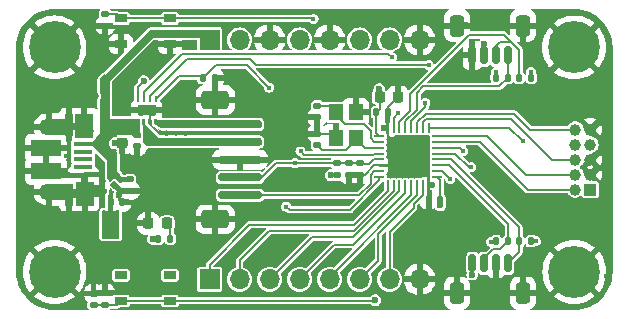
<source format=gbr>
%TF.GenerationSoftware,KiCad,Pcbnew,8.0.7*%
%TF.CreationDate,2025-01-26T16:55:51-08:00*%
%TF.ProjectId,servo-dev-board,73657276-6f2d-4646-9576-2d626f617264,rev?*%
%TF.SameCoordinates,Original*%
%TF.FileFunction,Copper,L1,Top*%
%TF.FilePolarity,Positive*%
%FSLAX46Y46*%
G04 Gerber Fmt 4.6, Leading zero omitted, Abs format (unit mm)*
G04 Created by KiCad (PCBNEW 8.0.7) date 2025-01-26 16:55:51*
%MOMM*%
%LPD*%
G01*
G04 APERTURE LIST*
G04 Aperture macros list*
%AMRoundRect*
0 Rectangle with rounded corners*
0 $1 Rounding radius*
0 $2 $3 $4 $5 $6 $7 $8 $9 X,Y pos of 4 corners*
0 Add a 4 corners polygon primitive as box body*
4,1,4,$2,$3,$4,$5,$6,$7,$8,$9,$2,$3,0*
0 Add four circle primitives for the rounded corners*
1,1,$1+$1,$2,$3*
1,1,$1+$1,$4,$5*
1,1,$1+$1,$6,$7*
1,1,$1+$1,$8,$9*
0 Add four rect primitives between the rounded corners*
20,1,$1+$1,$2,$3,$4,$5,0*
20,1,$1+$1,$4,$5,$6,$7,0*
20,1,$1+$1,$6,$7,$8,$9,0*
20,1,$1+$1,$8,$9,$2,$3,0*%
%AMRotRect*
0 Rectangle, with rotation*
0 The origin of the aperture is its center*
0 $1 length*
0 $2 width*
0 $3 Rotation angle, in degrees counterclockwise*
0 Add horizontal line*
21,1,$1,$2,0,0,$3*%
%AMFreePoly0*
4,1,5,0.110000,-0.125000,-0.110000,-0.125000,-0.110000,0.125000,0.360000,0.125000,0.110000,-0.125000,0.110000,-0.125000,$1*%
%AMFreePoly1*
4,1,6,0.290000,-0.055000,0.290000,-0.125000,-0.110000,-0.125000,-0.110000,0.125000,0.110000,0.125000,0.290000,-0.055000,0.290000,-0.055000,$1*%
%AMFreePoly2*
4,1,7,0.110000,-0.125000,-0.110000,-0.125000,-0.290000,-0.125000,-0.290000,-0.055000,-0.110000,0.125000,0.110000,0.125000,0.110000,-0.125000,0.110000,-0.125000,$1*%
%AMFreePoly3*
4,1,6,0.110000,-0.125000,-0.110000,-0.125000,-0.290000,0.055000,-0.290000,0.125000,0.110000,0.125000,0.110000,-0.125000,0.110000,-0.125000,$1*%
G04 Aperture macros list end*
%TA.AperFunction,SMDPad,CuDef*%
%ADD10RoundRect,0.225000X0.225000X0.250000X-0.225000X0.250000X-0.225000X-0.250000X0.225000X-0.250000X0*%
%TD*%
%TA.AperFunction,SMDPad,CuDef*%
%ADD11RoundRect,0.062500X-0.375000X-0.062500X0.375000X-0.062500X0.375000X0.062500X-0.375000X0.062500X0*%
%TD*%
%TA.AperFunction,SMDPad,CuDef*%
%ADD12RoundRect,0.062500X-0.062500X-0.375000X0.062500X-0.375000X0.062500X0.375000X-0.062500X0.375000X0*%
%TD*%
%TA.AperFunction,HeatsinkPad*%
%ADD13R,3.450000X3.450000*%
%TD*%
%TA.AperFunction,SMDPad,CuDef*%
%ADD14RoundRect,0.140000X0.170000X-0.140000X0.170000X0.140000X-0.170000X0.140000X-0.170000X-0.140000X0*%
%TD*%
%TA.AperFunction,SMDPad,CuDef*%
%ADD15RoundRect,0.135000X-0.135000X-0.185000X0.135000X-0.185000X0.135000X0.185000X-0.135000X0.185000X0*%
%TD*%
%TA.AperFunction,SMDPad,CuDef*%
%ADD16R,1.050000X0.650000*%
%TD*%
%TA.AperFunction,SMDPad,CuDef*%
%ADD17RoundRect,0.140000X0.140000X0.170000X-0.140000X0.170000X-0.140000X-0.170000X0.140000X-0.170000X0*%
%TD*%
%TA.AperFunction,ComponentPad*%
%ADD18C,0.700000*%
%TD*%
%TA.AperFunction,ComponentPad*%
%ADD19C,4.400000*%
%TD*%
%TA.AperFunction,SMDPad,CuDef*%
%ADD20R,1.200000X1.400000*%
%TD*%
%TA.AperFunction,SMDPad,CuDef*%
%ADD21RoundRect,0.175000X1.675000X-0.175000X1.675000X0.175000X-1.675000X0.175000X-1.675000X-0.175000X0*%
%TD*%
%TA.AperFunction,SMDPad,CuDef*%
%ADD22RoundRect,0.250001X0.899999X-0.499999X0.899999X0.499999X-0.899999X0.499999X-0.899999X-0.499999X0*%
%TD*%
%TA.AperFunction,SMDPad,CuDef*%
%ADD23R,1.650000X0.400000*%
%TD*%
%TA.AperFunction,SMDPad,CuDef*%
%ADD24R,0.700000X1.825000*%
%TD*%
%TA.AperFunction,SMDPad,CuDef*%
%ADD25R,1.500000X2.000000*%
%TD*%
%TA.AperFunction,SMDPad,CuDef*%
%ADD26R,2.000000X1.350000*%
%TD*%
%TA.AperFunction,ComponentPad*%
%ADD27O,1.700000X1.350000*%
%TD*%
%TA.AperFunction,ComponentPad*%
%ADD28O,1.500000X1.100000*%
%TD*%
%TA.AperFunction,SMDPad,CuDef*%
%ADD29R,2.500000X1.430000*%
%TD*%
%TA.AperFunction,SMDPad,CuDef*%
%ADD30RoundRect,0.225000X0.250000X-0.225000X0.250000X0.225000X-0.250000X0.225000X-0.250000X-0.225000X0*%
%TD*%
%TA.AperFunction,SMDPad,CuDef*%
%ADD31RoundRect,0.135000X0.135000X0.185000X-0.135000X0.185000X-0.135000X-0.185000X0.135000X-0.185000X0*%
%TD*%
%TA.AperFunction,SMDPad,CuDef*%
%ADD32RoundRect,0.135000X0.185000X-0.135000X0.185000X0.135000X-0.185000X0.135000X-0.185000X-0.135000X0*%
%TD*%
%TA.AperFunction,SMDPad,CuDef*%
%ADD33RoundRect,0.218750X-0.218750X-0.256250X0.218750X-0.256250X0.218750X0.256250X-0.218750X0.256250X0*%
%TD*%
%TA.AperFunction,SMDPad,CuDef*%
%ADD34FreePoly0,90.000000*%
%TD*%
%TA.AperFunction,SMDPad,CuDef*%
%ADD35FreePoly1,90.000000*%
%TD*%
%TA.AperFunction,SMDPad,CuDef*%
%ADD36FreePoly2,90.000000*%
%TD*%
%TA.AperFunction,SMDPad,CuDef*%
%ADD37FreePoly3,90.000000*%
%TD*%
%TA.AperFunction,SMDPad,CuDef*%
%ADD38RotRect,0.480000X0.480000X135.000000*%
%TD*%
%TA.AperFunction,ComponentPad*%
%ADD39R,1.000000X1.000000*%
%TD*%
%TA.AperFunction,ComponentPad*%
%ADD40C,1.000000*%
%TD*%
%TA.AperFunction,SMDPad,CuDef*%
%ADD41RoundRect,0.147500X-0.172500X0.147500X-0.172500X-0.147500X0.172500X-0.147500X0.172500X0.147500X0*%
%TD*%
%TA.AperFunction,SMDPad,CuDef*%
%ADD42RoundRect,0.062500X-0.062500X0.187500X-0.062500X-0.187500X0.062500X-0.187500X0.062500X0.187500X0*%
%TD*%
%TA.AperFunction,SMDPad,CuDef*%
%ADD43R,1.600000X0.900000*%
%TD*%
%TA.AperFunction,SMDPad,CuDef*%
%ADD44RoundRect,0.150000X0.150000X0.625000X-0.150000X0.625000X-0.150000X-0.625000X0.150000X-0.625000X0*%
%TD*%
%TA.AperFunction,SMDPad,CuDef*%
%ADD45RoundRect,0.250000X0.350000X0.650000X-0.350000X0.650000X-0.350000X-0.650000X0.350000X-0.650000X0*%
%TD*%
%TA.AperFunction,SMDPad,CuDef*%
%ADD46RoundRect,0.150000X-0.150000X-0.625000X0.150000X-0.625000X0.150000X0.625000X-0.150000X0.625000X0*%
%TD*%
%TA.AperFunction,SMDPad,CuDef*%
%ADD47RoundRect,0.250000X-0.350000X-0.650000X0.350000X-0.650000X0.350000X0.650000X-0.350000X0.650000X0*%
%TD*%
%TA.AperFunction,SMDPad,CuDef*%
%ADD48RoundRect,0.140000X-0.140000X-0.170000X0.140000X-0.170000X0.140000X0.170000X-0.140000X0.170000X0*%
%TD*%
%TA.AperFunction,ComponentPad*%
%ADD49R,1.700000X1.700000*%
%TD*%
%TA.AperFunction,ComponentPad*%
%ADD50O,1.700000X1.700000*%
%TD*%
%TA.AperFunction,ViaPad*%
%ADD51C,0.450000*%
%TD*%
%TA.AperFunction,ViaPad*%
%ADD52C,0.600000*%
%TD*%
%TA.AperFunction,Conductor*%
%ADD53C,0.200000*%
%TD*%
%TA.AperFunction,Conductor*%
%ADD54C,0.400000*%
%TD*%
G04 APERTURE END LIST*
D10*
%TO.P,C8,1*%
%TO.N,GND*%
X147075000Y-95700000D03*
%TO.P,C8,2*%
%TO.N,+3V3*%
X145525000Y-95700000D03*
%TD*%
D11*
%TO.P,U3,1,VDD*%
%TO.N,+3V3*%
X145512500Y-98987500D03*
%TO.P,U3,2,PF0*%
%TO.N,/OSC-*%
X145512500Y-99487500D03*
%TO.P,U3,3,PF1*%
%TO.N,/OSC+*%
X145512500Y-99987500D03*
%TO.P,U3,4,NRST*%
%TO.N,/NRST*%
X145512500Y-100487500D03*
%TO.P,U3,5,VDDA*%
%TO.N,/VREF*%
X145512500Y-100987500D03*
%TO.P,U3,6,VSSA*%
%TO.N,GND*%
X145512500Y-101487500D03*
%TO.P,U3,7,PA0*%
%TO.N,/POT*%
X145512500Y-101987500D03*
%TO.P,U3,8,PA1*%
%TO.N,/ISNS*%
X145512500Y-102487500D03*
D12*
%TO.P,U3,9,PA2*%
%TO.N,/PA2*%
X146200000Y-103175000D03*
%TO.P,U3,10,PA3*%
%TO.N,/PA3*%
X146700000Y-103175000D03*
%TO.P,U3,11,PA4*%
%TO.N,/PA4*%
X147200000Y-103175000D03*
%TO.P,U3,12,PA5*%
%TO.N,/PA5*%
X147700000Y-103175000D03*
%TO.P,U3,13,PA6*%
%TO.N,/PA6*%
X148200000Y-103175000D03*
%TO.P,U3,14,PA7*%
%TO.N,/PA7*%
X148700000Y-103175000D03*
%TO.P,U3,15,PB0*%
%TO.N,/PB0*%
X149200000Y-103175000D03*
%TO.P,U3,16,VSS*%
%TO.N,GND*%
X149700000Y-103175000D03*
D11*
%TO.P,U3,17,VDD*%
%TO.N,+3V3*%
X150387500Y-102487500D03*
%TO.P,U3,18,PA8*%
%TO.N,/PWM1*%
X150387500Y-101987500D03*
%TO.P,U3,19,PA9*%
%TO.N,/UART1_TX*%
X150387500Y-101487500D03*
%TO.P,U3,20,PA10*%
%TO.N,/UART1_RX*%
X150387500Y-100987500D03*
%TO.P,U3,21,PA11*%
%TO.N,/PWM2*%
X150387500Y-100487500D03*
%TO.P,U3,22,PA12*%
%TO.N,/PA12*%
X150387500Y-99987500D03*
%TO.P,U3,23,PA13*%
%TO.N,/JTMS_SWDIO*%
X150387500Y-99487500D03*
%TO.P,U3,24,PA14*%
%TO.N,/JTCK_SWCLK*%
X150387500Y-98987500D03*
D12*
%TO.P,U3,25,PA15*%
%TO.N,/JTDI*%
X149700000Y-98300000D03*
%TO.P,U3,26,PB3*%
%TO.N,/JTDO_SWO*%
X149200000Y-98300000D03*
%TO.P,U3,27,PB4*%
%TO.N,/NJTRST*%
X148700000Y-98300000D03*
%TO.P,U3,28,PB5*%
%TO.N,/PB5*%
X148200000Y-98300000D03*
%TO.P,U3,29,PB6*%
%TO.N,/I2C1_SCL*%
X147700000Y-98300000D03*
%TO.P,U3,30,PB7*%
%TO.N,/I2C1_SDA*%
X147200000Y-98300000D03*
%TO.P,U3,31,BOOT0*%
%TO.N,/BOOT0*%
X146700000Y-98300000D03*
%TO.P,U3,32,VSS*%
%TO.N,GND*%
X146200000Y-98300000D03*
D13*
%TO.P,U3,33,VSS*%
X147950000Y-100737500D03*
%TD*%
D14*
%TO.P,C1,1*%
%TO.N,GND*%
X125010000Y-99885000D03*
%TO.P,C1,2*%
%TO.N,+5V*%
X125010000Y-98925000D03*
%TD*%
D15*
%TO.P,R7,1*%
%TO.N,/ISNS*%
X130555000Y-94100000D03*
%TO.P,R7,2*%
%TO.N,GND*%
X131575000Y-94100000D03*
%TD*%
D16*
%TO.P,SW1,1,1*%
%TO.N,/NRST*%
X123625000Y-89050000D03*
X127775000Y-89050000D03*
%TO.P,SW1,2,2*%
%TO.N,GND*%
X123625000Y-91200000D03*
X127775000Y-91200000D03*
%TD*%
D17*
%TO.P,C4,1*%
%TO.N,GND*%
X123700000Y-104625000D03*
%TO.P,C4,2*%
%TO.N,+3V3*%
X122740000Y-104625000D03*
%TD*%
D14*
%TO.P,C10,1*%
%TO.N,GND*%
X142900000Y-102272500D03*
%TO.P,C10,2*%
%TO.N,/VREF*%
X142900000Y-101312500D03*
%TD*%
D18*
%TO.P,MH3,1,MP*%
%TO.N,GND*%
X160350000Y-110500000D03*
X160833274Y-109333274D03*
X160833274Y-111666726D03*
X162000000Y-108850000D03*
D19*
X162000000Y-110500000D03*
D18*
X162000000Y-112150000D03*
X163166726Y-109333274D03*
X163166726Y-111666726D03*
X163650000Y-110500000D03*
%TD*%
D17*
%TO.P,C6,1*%
%TO.N,GND*%
X146210000Y-97000000D03*
%TO.P,C6,2*%
%TO.N,+3V3*%
X145250000Y-97000000D03*
%TD*%
D14*
%TO.P,C5,1*%
%TO.N,GND*%
X124400000Y-103630000D03*
%TO.P,C5,2*%
%TO.N,+5V*%
X124400000Y-102670000D03*
%TD*%
D20*
%TO.P,Y1,1,1*%
%TO.N,/OSC+*%
X143500000Y-99200000D03*
%TO.P,Y1,2,2*%
%TO.N,GND*%
X143500000Y-97000000D03*
%TO.P,Y1,3,3*%
%TO.N,/OSC-*%
X141800000Y-97000000D03*
%TO.P,Y1,4,4*%
%TO.N,GND*%
X141800000Y-99200000D03*
%TD*%
D21*
%TO.P,J2,1,Pin_1*%
%TO.N,/POT*%
X133700000Y-104000000D03*
%TO.P,J2,2,Pin_2*%
%TO.N,/VREF*%
X133700000Y-102500000D03*
%TO.P,J2,3,Pin_3*%
%TO.N,GND*%
X133700000Y-101000000D03*
%TO.P,J2,4,Pin_4*%
%TO.N,/M1*%
X133700000Y-99500000D03*
%TO.P,J2,5,Pin_5*%
%TO.N,/M2*%
X133700000Y-98000000D03*
D22*
%TO.P,J2,MP,MountPin*%
%TO.N,GND*%
X131600000Y-106050000D03*
X131600000Y-95950000D03*
%TD*%
D23*
%TO.P,J1,1,VBUS*%
%TO.N,+5V*%
X120430000Y-99675000D03*
%TO.P,J1,2,D-*%
%TO.N,unconnected-(J1-D--Pad2)*%
X120430000Y-100325000D03*
%TO.P,J1,3,D+*%
%TO.N,unconnected-(J1-D+-Pad3)*%
X120430000Y-100975000D03*
%TO.P,J1,4,ID*%
%TO.N,unconnected-(J1-ID-Pad4)*%
X120430000Y-101625000D03*
%TO.P,J1,5,GND*%
%TO.N,GND*%
X120430000Y-102275000D03*
D24*
%TO.P,J1,6,Shield*%
X119230000Y-98025000D03*
D25*
X120530000Y-98125000D03*
D26*
X118480000Y-98245000D03*
D27*
X117550000Y-98245000D03*
D28*
X120550000Y-98555000D03*
D29*
X117280000Y-100015000D03*
X117280000Y-101935000D03*
D28*
X120550000Y-103395000D03*
D27*
X117550000Y-103705000D03*
D26*
X118480000Y-103725000D03*
D25*
X120550000Y-103875000D03*
D24*
X119230000Y-103975000D03*
%TD*%
D16*
%TO.P,SW2,1,1*%
%TO.N,+3V3*%
X123625000Y-110800000D03*
X127775000Y-110800000D03*
%TO.P,SW2,2,2*%
%TO.N,/BOOT0*%
X123625000Y-112950000D03*
X127775000Y-112950000D03*
%TD*%
D30*
%TO.P,C11,1*%
%TO.N,GND*%
X123750000Y-99610000D03*
%TO.P,C11,2*%
%TO.N,+5V*%
X123750000Y-98060000D03*
%TD*%
D31*
%TO.P,R4,1*%
%TO.N,/UART1_TX*%
X156400000Y-107900000D03*
%TO.P,R4,2*%
%TO.N,+3V3*%
X155380000Y-107900000D03*
%TD*%
D32*
%TO.P,R6,1*%
%TO.N,/BOOT0*%
X122300000Y-113305000D03*
%TO.P,R6,2*%
%TO.N,GND*%
X122300000Y-112285000D03*
%TD*%
D33*
%TO.P,LED1,1,K*%
%TO.N,GND*%
X125950000Y-106400000D03*
%TO.P,LED1,2,A*%
%TO.N,Net-(LED1-A)*%
X127525000Y-106400000D03*
%TD*%
D34*
%TO.P,U2,1,VOUT*%
%TO.N,+3V3*%
X122750000Y-103680000D03*
D35*
%TO.P,U2,2,GND*%
%TO.N,GND*%
X123400000Y-103680000D03*
D36*
%TO.P,U2,3,EN*%
%TO.N,+5V*%
X123400000Y-102600000D03*
D37*
%TO.P,U2,4,VIN*%
X122750000Y-102600000D03*
D38*
%TO.P,U2,5,EP*%
%TO.N,GND*%
X123075000Y-103140000D03*
%TD*%
D18*
%TO.P,MH1,1,MP*%
%TO.N,GND*%
X116350000Y-91500000D03*
X116833274Y-90333274D03*
X116833274Y-92666726D03*
X118000000Y-89850000D03*
D19*
X118000000Y-91500000D03*
D18*
X118000000Y-93150000D03*
X119166726Y-90333274D03*
X119166726Y-92666726D03*
X119650000Y-91500000D03*
%TD*%
D15*
%TO.P,R5,1*%
%TO.N,+3V3*%
X126777500Y-107700000D03*
%TO.P,R5,2*%
%TO.N,Net-(LED1-A)*%
X127797500Y-107700000D03*
%TD*%
D39*
%TO.P,J5,1,Pin_1*%
%TO.N,+3V3*%
X163370000Y-103540000D03*
D40*
%TO.P,J5,2,Pin_2*%
%TO.N,/JTMS_SWDIO*%
X162100000Y-103540000D03*
%TO.P,J5,3,Pin_3*%
%TO.N,GND*%
X163370000Y-102270000D03*
%TO.P,J5,4,Pin_4*%
%TO.N,/JTCK_SWCLK*%
X162100000Y-102270000D03*
%TO.P,J5,5,Pin_5*%
%TO.N,GND*%
X163370000Y-101000000D03*
%TO.P,J5,6,Pin_6*%
%TO.N,/JTDO_SWO*%
X162100000Y-101000000D03*
%TO.P,J5,7,Pin_7*%
%TO.N,unconnected-(J5-Pin_7-Pad7)*%
X163370000Y-99730000D03*
%TO.P,J5,8,Pin_8*%
%TO.N,/JTDI*%
X162100000Y-99730000D03*
%TO.P,J5,9,Pin_9*%
%TO.N,GND*%
X163370000Y-98460000D03*
%TO.P,J5,10,Pin_10*%
%TO.N,/NJTRST*%
X162100000Y-98460000D03*
%TD*%
D15*
%TO.P,R3,1*%
%TO.N,+3V3*%
X155380000Y-94050000D03*
%TO.P,R3,2*%
%TO.N,/I2C1_SCL*%
X156400000Y-94050000D03*
%TD*%
D14*
%TO.P,CL2,1*%
%TO.N,GND*%
X140250000Y-97390000D03*
%TO.P,CL2,2*%
%TO.N,/OSC-*%
X140250000Y-96430000D03*
%TD*%
D31*
%TO.P,R2,1*%
%TO.N,+3V3*%
X158355000Y-94050000D03*
%TO.P,R2,2*%
%TO.N,/I2C1_SDA*%
X157335000Y-94050000D03*
%TD*%
D41*
%TO.P,L1,1*%
%TO.N,/VREF*%
X141900000Y-101312500D03*
%TO.P,L1,2*%
%TO.N,+3V3*%
X141900000Y-102282500D03*
%TD*%
D42*
%TO.P,U1,1,IPROPI*%
%TO.N,/ISNS*%
X126550000Y-95875000D03*
%TO.P,U1,2,IN2*%
%TO.N,/PWM2*%
X126050000Y-95875000D03*
%TO.P,U1,3,IN1*%
%TO.N,/PWM1*%
X125550000Y-95875000D03*
%TO.P,U1,4,VREF*%
%TO.N,+3V3*%
X125050000Y-95875000D03*
%TO.P,U1,5,VM*%
%TO.N,+5V*%
X125050000Y-97775000D03*
%TO.P,U1,6,OUT1*%
%TO.N,/M1*%
X125550000Y-97775000D03*
%TO.P,U1,7,GND*%
%TO.N,GND*%
X126050000Y-97775000D03*
%TO.P,U1,8,OUT2*%
%TO.N,/M2*%
X126550000Y-97775000D03*
D43*
%TO.P,U1,9,EP*%
%TO.N,GND*%
X125800000Y-96825000D03*
%TD*%
D44*
%TO.P,J4,1,Pin_1*%
%TO.N,/UART1_RX*%
X156375000Y-109775000D03*
%TO.P,J4,2,Pin_2*%
%TO.N,GND*%
X155375000Y-109775000D03*
%TO.P,J4,3,Pin_3*%
%TO.N,/UART1_TX*%
X154375000Y-109775000D03*
%TO.P,J4,4,Pin_4*%
%TO.N,+3V3*%
X153375000Y-109775000D03*
D45*
%TO.P,J4,MP,MountPin*%
%TO.N,GND*%
X157675000Y-112300000D03*
X152075000Y-112300000D03*
%TD*%
D46*
%TO.P,J3,1,Pin_1*%
%TO.N,GND*%
X153375000Y-92175000D03*
%TO.P,J3,2,Pin_2*%
%TO.N,+3V3*%
X154375000Y-92175000D03*
%TO.P,J3,3,Pin_3*%
%TO.N,/I2C1_SDA*%
X155375000Y-92175000D03*
%TO.P,J3,4,Pin_4*%
%TO.N,/I2C1_SCL*%
X156375000Y-92175000D03*
D47*
%TO.P,J3,MP,MountPin*%
%TO.N,GND*%
X152075000Y-89650000D03*
X157675000Y-89650000D03*
%TD*%
D18*
%TO.P,MH4,1,MP*%
%TO.N,GND*%
X160348350Y-91501650D03*
X160831624Y-90334924D03*
X160831624Y-92668376D03*
X161998350Y-89851650D03*
D19*
X161998350Y-91501650D03*
D18*
X161998350Y-93151650D03*
X163165076Y-90334924D03*
X163165076Y-92668376D03*
X163648350Y-91501650D03*
%TD*%
D48*
%TO.P,C7,1*%
%TO.N,GND*%
X149690000Y-104400000D03*
%TO.P,C7,2*%
%TO.N,+3V3*%
X150650000Y-104400000D03*
%TD*%
D14*
%TO.P,CL1,1*%
%TO.N,/OSC+*%
X140250000Y-99770000D03*
%TO.P,CL1,2*%
%TO.N,GND*%
X140250000Y-98810000D03*
%TD*%
%TO.P,C3,1*%
%TO.N,/BOOT0*%
X121300000Y-113295000D03*
%TO.P,C3,2*%
%TO.N,GND*%
X121300000Y-112335000D03*
%TD*%
%TO.P,C2,1*%
%TO.N,GND*%
X122300000Y-89665000D03*
%TO.P,C2,2*%
%TO.N,/NRST*%
X122300000Y-88705000D03*
%TD*%
%TO.P,C9,1*%
%TO.N,GND*%
X143900000Y-102272500D03*
%TO.P,C9,2*%
%TO.N,/VREF*%
X143900000Y-101312500D03*
%TD*%
D15*
%TO.P,R1,1*%
%TO.N,/UART1_RX*%
X157335000Y-107900000D03*
%TO.P,R1,2*%
%TO.N,+3V3*%
X158355000Y-107900000D03*
%TD*%
D18*
%TO.P,MH2,1,MP*%
%TO.N,GND*%
X116350000Y-110500000D03*
X116833274Y-109333274D03*
X116833274Y-111666726D03*
X118000000Y-108850000D03*
D19*
X118000000Y-110500000D03*
D18*
X118000000Y-112150000D03*
X119166726Y-109333274D03*
X119166726Y-111666726D03*
X119650000Y-110500000D03*
%TD*%
D49*
%TO.P,H2,1,Pin_1*%
%TO.N,+5V*%
X131125000Y-90850000D03*
D50*
%TO.P,H2,2,Pin_2*%
%TO.N,+3V3*%
X133665000Y-90850000D03*
%TO.P,H2,3,Pin_3*%
%TO.N,GND*%
X136205000Y-90850000D03*
%TO.P,H2,4,Pin_4*%
%TO.N,/VREF*%
X138745000Y-90850000D03*
%TO.P,H2,5,Pin_5*%
%TO.N,GND*%
X141285000Y-90850000D03*
%TO.P,H2,6,Pin_6*%
%TO.N,/PB5*%
X143825000Y-90850000D03*
%TO.P,H2,7,Pin_7*%
%TO.N,/PA12*%
X146365000Y-90850000D03*
%TO.P,H2,8,Pin_8*%
%TO.N,GND*%
X148905000Y-90850000D03*
%TD*%
D49*
%TO.P,H1,1,Pin_1*%
%TO.N,/PA2*%
X131125000Y-111130000D03*
D50*
%TO.P,H1,2,Pin_2*%
%TO.N,/PA3*%
X133665000Y-111130000D03*
%TO.P,H1,3,Pin_3*%
%TO.N,/PA4*%
X136205000Y-111130000D03*
%TO.P,H1,4,Pin_4*%
%TO.N,/PA5*%
X138745000Y-111130000D03*
%TO.P,H1,5,Pin_5*%
%TO.N,/PA6*%
X141285000Y-111130000D03*
%TO.P,H1,6,Pin_6*%
%TO.N,/PA7*%
X143825000Y-111130000D03*
%TO.P,H1,7,Pin_7*%
%TO.N,/PB0*%
X146365000Y-111130000D03*
%TO.P,H1,8,Pin_8*%
%TO.N,GND*%
X148905000Y-111130000D03*
%TD*%
D51*
%TO.N,+3V3*%
X122350000Y-105700000D03*
X122350000Y-106883332D03*
X158355000Y-93600000D03*
X122725000Y-105050000D03*
X122350000Y-107475000D03*
X123125000Y-106291666D03*
X123125000Y-107475000D03*
X155375000Y-93600000D03*
D52*
X125550000Y-94350000D03*
X126325000Y-107700000D03*
D51*
X123575000Y-110825000D03*
D52*
X150650000Y-104875000D03*
D51*
X127800000Y-110825000D03*
X123125000Y-105700000D03*
X123125000Y-106883332D03*
X122350000Y-106291666D03*
X158750000Y-107900000D03*
D52*
X153375000Y-110725000D03*
X141400000Y-102312500D03*
D51*
X154975000Y-107950000D03*
D52*
X154350000Y-91225000D03*
X145500000Y-95050000D03*
%TO.N,GND*%
X152850000Y-89625000D03*
D51*
X123259744Y-95749891D03*
X123265256Y-94449783D03*
X164690000Y-93070000D03*
X123625000Y-91200000D03*
X121510000Y-108310000D03*
D52*
X147100000Y-99900000D03*
D51*
X146910000Y-108310000D03*
X129059744Y-95125217D03*
X125334675Y-97123499D03*
X121510000Y-95610000D03*
X126286308Y-96519240D03*
X116430000Y-95610000D03*
X132050000Y-94100000D03*
X136750000Y-105770000D03*
D52*
X124900000Y-103625000D03*
D51*
X124025000Y-95100000D03*
D52*
X147075000Y-95050000D03*
D51*
X129070000Y-98760000D03*
X126590000Y-100690000D03*
X136750000Y-108310000D03*
D52*
X130275000Y-95950000D03*
D51*
X124050000Y-108310000D03*
X123265256Y-96399945D03*
X129069488Y-95766883D03*
X118970000Y-100690000D03*
D52*
X123750000Y-100250000D03*
D51*
X124050000Y-105770000D03*
X123250000Y-95099837D03*
D52*
X147100000Y-101700000D03*
X142900000Y-102725000D03*
D51*
X159610000Y-95610000D03*
X127540256Y-96408549D03*
D52*
X156900000Y-112275000D03*
D51*
X162150000Y-95610000D03*
X118970000Y-105770000D03*
X159610000Y-93070000D03*
D52*
X155350000Y-110725000D03*
D51*
X128309744Y-95766883D03*
D52*
X143500000Y-95450000D03*
D51*
X128260000Y-98750000D03*
X121510000Y-93070000D03*
X151990000Y-110850000D03*
D52*
X125000000Y-100350000D03*
D51*
X157070000Y-95610000D03*
X128315256Y-96408549D03*
X134210000Y-95610000D03*
X127550000Y-97050217D03*
X129075000Y-96408549D03*
X128300000Y-95125217D03*
X134210000Y-105770000D03*
D52*
X124150000Y-104625000D03*
X119100000Y-102300000D03*
D51*
X164690000Y-95610000D03*
X164690000Y-105770000D03*
X164690000Y-108310000D03*
X151990000Y-108310000D03*
X129130000Y-103230000D03*
D52*
X117280000Y-100015000D03*
D51*
X124034744Y-95750000D03*
X129084744Y-97050217D03*
X126590000Y-93070000D03*
X164690000Y-110850000D03*
X129130000Y-100690000D03*
D52*
X130275000Y-106050000D03*
D51*
X118970000Y-95610000D03*
D52*
X139100000Y-98800000D03*
X145900000Y-98325000D03*
D51*
X121510000Y-110850000D03*
X154530000Y-105770000D03*
D52*
X143900000Y-102725000D03*
D51*
X124040256Y-96400000D03*
X128325000Y-97050217D03*
X126296855Y-97137496D03*
D52*
X123100000Y-99600000D03*
D51*
X127470000Y-98750000D03*
X122300000Y-90075000D03*
D52*
X148900000Y-99900000D03*
D51*
X154530000Y-95610000D03*
D52*
X149700000Y-104875000D03*
D51*
X129130000Y-105770000D03*
X151990000Y-105770000D03*
X126590000Y-103230000D03*
X155875000Y-103175000D03*
X159610000Y-105770000D03*
X127534744Y-95766883D03*
D52*
X117280000Y-101935000D03*
D51*
X126590000Y-110850000D03*
D52*
X131650000Y-101000000D03*
D51*
X136750000Y-103230000D03*
D52*
X135725000Y-101000000D03*
D51*
X123275000Y-97050000D03*
X151990000Y-93070000D03*
X149450000Y-108310000D03*
D52*
X147950000Y-100737500D03*
X153375000Y-91200000D03*
D51*
X164690000Y-98150000D03*
D52*
X133700000Y-101525000D03*
D51*
X124025000Y-94450000D03*
X164690000Y-100690000D03*
X124050000Y-97050000D03*
D52*
X156900000Y-89650000D03*
X148900000Y-101700000D03*
D51*
X129130000Y-108310000D03*
X139290000Y-103230000D03*
D52*
X123450000Y-104000000D03*
X150000000Y-103175000D03*
D51*
X122300000Y-111925000D03*
X116430000Y-105770000D03*
D52*
X125325000Y-106400000D03*
X152850000Y-112325000D03*
D51*
X127775000Y-91200000D03*
X129130000Y-110850000D03*
X136750000Y-98150000D03*
X162150000Y-105770000D03*
X121300000Y-111975000D03*
X125324931Y-96523282D03*
%TO.N,/NRST*%
X138825000Y-100300000D03*
X139925000Y-89075000D03*
D52*
%TO.N,/BOOT0*%
X145150000Y-112900000D03*
D51*
X147098067Y-97048067D03*
%TO.N,/VREF*%
X138325000Y-101312500D03*
%TO.N,/JTDI*%
X157650000Y-99450000D03*
%TO.N,/PA12*%
X152600000Y-100250000D03*
%TO.N,/PB5*%
X149400000Y-96200000D03*
%TO.N,/ISNS*%
X137625000Y-104975000D03*
X136175000Y-94900000D03*
%TO.N,/PWM1*%
X151500000Y-102625000D03*
X146575000Y-92350000D03*
%TO.N,/PWM2*%
X149675000Y-92975000D03*
X153275000Y-101650000D03*
%TD*%
D53*
%TO.N,+3V3*%
X145500000Y-95675000D02*
X145525000Y-95700000D01*
X145525000Y-96725000D02*
X145250000Y-97000000D01*
X145525000Y-95700000D02*
X145525000Y-96725000D01*
X145250000Y-98725000D02*
X145512500Y-98987500D01*
X145250000Y-97000000D02*
X145250000Y-98100000D01*
X145250000Y-98100000D02*
X145250000Y-98725000D01*
X125050000Y-94850000D02*
X125050000Y-95875000D01*
X150387500Y-102487500D02*
X150650000Y-102750000D01*
X150650000Y-102750000D02*
X150650000Y-104400000D01*
X125550000Y-94350000D02*
X125050000Y-94850000D01*
%TO.N,GND*%
X145060614Y-101487500D02*
X144275614Y-102272500D01*
X139100000Y-98800000D02*
X139110000Y-98810000D01*
X140240000Y-98800000D02*
X140250000Y-98810000D01*
X123400000Y-103680000D02*
X123400000Y-103950000D01*
X117620000Y-102275000D02*
X117280000Y-101935000D01*
X146887500Y-101487500D02*
X147100000Y-101700000D01*
X140240000Y-97400000D02*
X140250000Y-97390000D01*
X123400000Y-103950000D02*
X123450000Y-104000000D01*
X146210000Y-98290000D02*
X146200000Y-98300000D01*
X123400000Y-103465000D02*
X123400000Y-103680000D01*
X146250000Y-99037500D02*
X147950000Y-100737500D01*
X145512500Y-101487500D02*
X146887500Y-101487500D01*
X139110000Y-98810000D02*
X140250000Y-98810000D01*
X141410000Y-98810000D02*
X141800000Y-99200000D01*
X143500000Y-95450000D02*
X143500000Y-97000000D01*
X140250000Y-98810000D02*
X141410000Y-98810000D01*
X126050000Y-97075000D02*
X126050000Y-97775000D01*
X147075000Y-95700000D02*
X146210000Y-96565000D01*
X146250000Y-98350000D02*
X146250000Y-99037500D01*
X123450000Y-104375000D02*
X123700000Y-104625000D01*
X144275614Y-102272500D02*
X142900000Y-102272500D01*
X140250000Y-97390000D02*
X140250000Y-98810000D01*
D54*
X123075000Y-103140000D02*
X123400000Y-103465000D01*
D53*
X147075000Y-95050000D02*
X147075000Y-94875000D01*
X146200000Y-98300000D02*
X146250000Y-98350000D01*
X145512500Y-101487500D02*
X145060614Y-101487500D01*
D54*
X120430000Y-102275000D02*
X117620000Y-102275000D01*
D53*
X123450000Y-104000000D02*
X123450000Y-104375000D01*
X146210000Y-97000000D02*
X146210000Y-98290000D01*
X146210000Y-96565000D02*
X146210000Y-97000000D01*
D54*
%TO.N,+5V*%
X125875000Y-90475000D02*
X125762500Y-90587500D01*
X130500000Y-90200000D02*
X126150000Y-90200000D01*
X124400000Y-102670000D02*
X123510096Y-102670000D01*
X130750000Y-90475000D02*
X126225000Y-90475000D01*
X123510096Y-102670000D02*
X123420048Y-102579952D01*
X126225000Y-90475000D02*
X122225000Y-94475000D01*
X131125000Y-90850000D02*
X130987500Y-90712500D01*
X130987500Y-90687500D02*
X130500000Y-90200000D01*
X131125000Y-90850000D02*
X130750000Y-90475000D01*
X130987500Y-90712500D02*
X130987500Y-90687500D01*
X125762500Y-90587500D02*
X122000000Y-94350000D01*
X126150000Y-90200000D02*
X125762500Y-90587500D01*
X130750000Y-90475000D02*
X125875000Y-90475000D01*
D53*
%TO.N,/NRST*%
X139125000Y-100600000D02*
X144948114Y-100600000D01*
X139925000Y-89075000D02*
X139900000Y-89050000D01*
X145060614Y-100487500D02*
X145512500Y-100487500D01*
X139900000Y-89050000D02*
X127775000Y-89050000D01*
X123280000Y-88705000D02*
X123625000Y-89050000D01*
X138825000Y-100300000D02*
X139125000Y-100600000D01*
X123625000Y-89050000D02*
X127775000Y-89050000D01*
X122300000Y-88705000D02*
X123280000Y-88705000D01*
X144948114Y-100600000D02*
X145060614Y-100487500D01*
%TO.N,/BOOT0*%
X147098067Y-97048067D02*
X146700000Y-97446134D01*
X122300000Y-113305000D02*
X123270000Y-113305000D01*
X146700000Y-97446134D02*
X146700000Y-98300000D01*
X145150000Y-112900000D02*
X145100000Y-112950000D01*
X121300000Y-113295000D02*
X122290000Y-113295000D01*
X123270000Y-113305000D02*
X123625000Y-112950000D01*
X145100000Y-112950000D02*
X123625000Y-112950000D01*
X122290000Y-113295000D02*
X122300000Y-113305000D01*
%TO.N,/VREF*%
X144648114Y-101400000D02*
X143987500Y-101400000D01*
X138325000Y-101312500D02*
X136737500Y-101312500D01*
X138325000Y-101312500D02*
X141900000Y-101312500D01*
X145060614Y-100987500D02*
X144648114Y-101400000D01*
X145512500Y-100987500D02*
X145060614Y-100987500D01*
X136737500Y-101312500D02*
X135550000Y-102500000D01*
X143987500Y-101400000D02*
X143900000Y-101312500D01*
X135550000Y-102500000D02*
X133700000Y-102500000D01*
X141900000Y-101312500D02*
X143900000Y-101312500D01*
%TO.N,Net-(LED1-A)*%
X127525000Y-106400000D02*
X127797500Y-106672500D01*
X127797500Y-106672500D02*
X127797500Y-107700000D01*
%TO.N,/JTDI*%
X156500000Y-98300000D02*
X157650000Y-99450000D01*
X149700000Y-98300000D02*
X156500000Y-98300000D01*
%TO.N,/JTDO_SWO*%
X149485614Y-97562500D02*
X156662500Y-97562500D01*
X149200000Y-97848114D02*
X149485614Y-97562500D01*
X149200000Y-98300000D02*
X149200000Y-97848114D01*
X160100000Y-101000000D02*
X162100000Y-101000000D01*
X156662500Y-97562500D02*
X160100000Y-101000000D01*
%TO.N,/NJTRST*%
X148700000Y-97848114D02*
X149448114Y-97100000D01*
X158260000Y-98460000D02*
X162100000Y-98460000D01*
X149448114Y-97100000D02*
X156900000Y-97100000D01*
X156900000Y-97100000D02*
X158260000Y-98460000D01*
X148700000Y-98300000D02*
X148700000Y-97848114D01*
%TO.N,/JTCK_SWCLK*%
X154587500Y-98987500D02*
X157900000Y-102300000D01*
X150387500Y-98987500D02*
X154587500Y-98987500D01*
X162070000Y-102300000D02*
X162100000Y-102270000D01*
X157900000Y-102300000D02*
X162070000Y-102300000D01*
%TO.N,/JTMS_SWDIO*%
X153997500Y-99487500D02*
X158050000Y-103540000D01*
X150387500Y-99487500D02*
X153997500Y-99487500D01*
X158050000Y-103540000D02*
X162100000Y-103540000D01*
%TO.N,/I2C1_SCL*%
X147700000Y-98300000D02*
X147700000Y-97762448D01*
X156375000Y-92949999D02*
X156375000Y-92175000D01*
X149224057Y-94800000D02*
X155650000Y-94800000D01*
X156375000Y-92175000D02*
X156375000Y-94025000D01*
X147700000Y-97762448D02*
X148700000Y-96762448D01*
X148700000Y-96762448D02*
X148700000Y-95324057D01*
X148700000Y-95324057D02*
X149224057Y-94800000D01*
X155650000Y-94800000D02*
X156400000Y-94050000D01*
X156375000Y-94025000D02*
X156400000Y-94050000D01*
%TO.N,/I2C1_SDA*%
X155375000Y-92175000D02*
X155375000Y-91400001D01*
X148100000Y-95409744D02*
X153059744Y-90450000D01*
X147200000Y-97800000D02*
X148100000Y-96900000D01*
X147200000Y-98300000D02*
X147200000Y-97800000D01*
X155375000Y-91400001D02*
X155725001Y-91050000D01*
X156065552Y-90450000D02*
X156665552Y-91050000D01*
X157335000Y-91719448D02*
X157335000Y-94050000D01*
X155725001Y-91050000D02*
X156665552Y-91050000D01*
X156665552Y-91050000D02*
X157335000Y-91719448D01*
X153059744Y-90450000D02*
X154250000Y-90450000D01*
X148100000Y-96900000D02*
X148100000Y-95409744D01*
X154151471Y-90450000D02*
X156065552Y-90450000D01*
%TO.N,/PA4*%
X143276886Y-107550000D02*
X139785000Y-107550000D01*
X147200000Y-103626886D02*
X143276886Y-107550000D01*
X147200000Y-103175000D02*
X147200000Y-103626886D01*
X139785000Y-107550000D02*
X136205000Y-111130000D01*
%TO.N,/PA7*%
X148700000Y-103991418D02*
X148700000Y-103175000D01*
X143825000Y-111130000D02*
X145400000Y-109555000D01*
X145400000Y-107291418D02*
X148700000Y-103991418D01*
X145400000Y-109555000D02*
X145400000Y-107291418D01*
%TO.N,/PA6*%
X148200000Y-104028970D02*
X148200000Y-103175000D01*
X141285000Y-110943970D02*
X148200000Y-104028970D01*
X141285000Y-111130000D02*
X141285000Y-110943970D01*
%TO.N,/PA5*%
X141675000Y-108200000D02*
X138745000Y-111130000D01*
X143300000Y-108200000D02*
X141675000Y-108200000D01*
X147700000Y-103800000D02*
X143300000Y-108200000D01*
X147700000Y-103175000D02*
X147700000Y-103800000D01*
%TO.N,/PA3*%
X136200000Y-107000000D02*
X133665000Y-109535000D01*
X146700000Y-103175000D02*
X146700000Y-103626886D01*
X143326886Y-107000000D02*
X136200000Y-107000000D01*
X133665000Y-109535000D02*
X133665000Y-111130000D01*
X146700000Y-103626886D02*
X143326886Y-107000000D01*
%TO.N,/PB0*%
X149200000Y-103953866D02*
X149200000Y-103175000D01*
X148400000Y-104753866D02*
X149200000Y-103953866D01*
X146365000Y-107135000D02*
X148400000Y-105100000D01*
X146365000Y-111130000D02*
X146365000Y-107135000D01*
X148400000Y-105100000D02*
X148400000Y-104753866D01*
%TO.N,/PA2*%
X146200000Y-103664438D02*
X143364438Y-106500000D01*
X146200000Y-103175000D02*
X146200000Y-103664438D01*
X134505000Y-106500000D02*
X131125000Y-109880000D01*
X143364438Y-106500000D02*
X134505000Y-106500000D01*
X131125000Y-109880000D02*
X131125000Y-111130000D01*
%TO.N,/PA12*%
X152337500Y-99987500D02*
X150387500Y-99987500D01*
X152600000Y-100250000D02*
X152337500Y-99987500D01*
%TO.N,/PB5*%
X148200000Y-98300000D02*
X148200000Y-97724896D01*
X148200000Y-97724896D02*
X149400000Y-96524896D01*
X149400000Y-96524896D02*
X149400000Y-96200000D01*
%TO.N,/UART1_TX*%
X154375000Y-109359448D02*
X154375000Y-109775000D01*
X156400000Y-106481076D02*
X156400000Y-107900000D01*
X155700000Y-108600000D02*
X155134448Y-108600000D01*
X155134448Y-108600000D02*
X154375000Y-109359448D01*
X150387500Y-101487500D02*
X151406424Y-101487500D01*
X151406424Y-101487500D02*
X156400000Y-106481076D01*
X156400000Y-107900000D02*
X155700000Y-108600000D01*
X156318924Y-107900000D02*
X156400000Y-107900000D01*
%TO.N,/UART1_RX*%
X157335000Y-106735000D02*
X157335000Y-107900000D01*
X157335000Y-107896076D02*
X157335000Y-107900000D01*
X151587500Y-100987500D02*
X157335000Y-106735000D01*
X157335000Y-107900000D02*
X157335000Y-108815000D01*
X150387500Y-100987500D02*
X151587500Y-100987500D01*
X157335000Y-108815000D02*
X156375000Y-109775000D01*
%TO.N,/ISNS*%
X137625000Y-104975000D02*
X137900000Y-105250000D01*
X143012448Y-105250000D02*
X145512500Y-102749948D01*
X128500000Y-93925000D02*
X130730000Y-93925000D01*
X137900000Y-105250000D02*
X143012448Y-105250000D01*
X134300000Y-93025000D02*
X136175000Y-94900000D01*
X130730000Y-93925000D02*
X131630000Y-93025000D01*
X145512500Y-102749948D02*
X145512500Y-102487500D01*
X126550000Y-95875000D02*
X128500000Y-93925000D01*
X131630000Y-93025000D02*
X134300000Y-93025000D01*
%TO.N,/POT*%
X143800000Y-104000000D02*
X133700000Y-104000000D01*
X145512500Y-101987500D02*
X145060614Y-101987500D01*
X145060614Y-101987500D02*
X144775000Y-102273114D01*
X144775000Y-102273114D02*
X144775000Y-103025000D01*
X144775000Y-103025000D02*
X143800000Y-104000000D01*
%TO.N,/PWM1*%
X128800000Y-92025000D02*
X125550000Y-95275000D01*
X146250000Y-92025000D02*
X128800000Y-92025000D01*
X125550000Y-95275000D02*
X125550000Y-95875000D01*
X151476886Y-102625000D02*
X150839386Y-101987500D01*
X151500000Y-102625000D02*
X151476886Y-102625000D01*
X150839386Y-101987500D02*
X150387500Y-101987500D01*
X146575000Y-92350000D02*
X146250000Y-92025000D01*
%TO.N,/PWM2*%
X126050000Y-95610614D02*
X126050000Y-95875000D01*
X153275000Y-101650000D02*
X153070250Y-101650000D01*
X129185614Y-92475000D02*
X126050000Y-95610614D01*
X149675000Y-92975000D02*
X135050000Y-92975000D01*
X134550000Y-92475000D02*
X129185614Y-92475000D01*
X135050000Y-92975000D02*
X134550000Y-92475000D01*
X153070250Y-101650000D02*
X151942503Y-100522253D01*
X150422253Y-100522253D02*
X150387500Y-100487500D01*
X151942503Y-100522253D02*
X150422253Y-100522253D01*
%TO.N,/OSC+*%
X140680000Y-100200000D02*
X140250000Y-99770000D01*
X144287500Y-99987500D02*
X145512500Y-99987500D01*
X143500000Y-99200000D02*
X143500000Y-99400000D01*
X143500000Y-99400000D02*
X142700000Y-100200000D01*
X142700000Y-100200000D02*
X140680000Y-100200000D01*
X143500000Y-99200000D02*
X144287500Y-99987500D01*
%TO.N,/OSC-*%
X141800000Y-97000000D02*
X141800000Y-97200000D01*
X145060614Y-99487500D02*
X145512500Y-99487500D01*
X144775000Y-98550000D02*
X144775000Y-99201886D01*
X144225000Y-98000000D02*
X144775000Y-98550000D01*
X141230000Y-96430000D02*
X141800000Y-97000000D01*
X141800000Y-97200000D02*
X142600000Y-98000000D01*
X140250000Y-96430000D02*
X141230000Y-96430000D01*
X142600000Y-98000000D02*
X144225000Y-98000000D01*
X144775000Y-99201886D02*
X145060614Y-99487500D01*
%TD*%
%TA.AperFunction,Conductor*%
%TO.N,/M2*%
G36*
X126566332Y-97530913D02*
G01*
X126666284Y-97567100D01*
X126695960Y-97584133D01*
X126700001Y-97587501D01*
X126775000Y-97650000D01*
X135274242Y-97650000D01*
X135312128Y-97657536D01*
X135437114Y-97709307D01*
X135483639Y-97749044D01*
X135490692Y-97762885D01*
X135542464Y-97887872D01*
X135550000Y-97925758D01*
X135550000Y-98074241D01*
X135542464Y-98112127D01*
X135490692Y-98237114D01*
X135450955Y-98283640D01*
X135437114Y-98290692D01*
X135368301Y-98319196D01*
X135316119Y-98340811D01*
X135312128Y-98342464D01*
X135274242Y-98350000D01*
X129209143Y-98350000D01*
X129193656Y-98348781D01*
X129070001Y-98329196D01*
X129069999Y-98329196D01*
X128946344Y-98348781D01*
X128930857Y-98350000D01*
X128435968Y-98350000D01*
X128400897Y-98341580D01*
X128400537Y-98342689D01*
X128393126Y-98340281D01*
X128260000Y-98319196D01*
X128126873Y-98340281D01*
X128119463Y-98342689D01*
X128119102Y-98341580D01*
X128084032Y-98350000D01*
X127645968Y-98350000D01*
X127610897Y-98341580D01*
X127610537Y-98342689D01*
X127603126Y-98340281D01*
X127470000Y-98319196D01*
X127336873Y-98340281D01*
X127329463Y-98342689D01*
X127329102Y-98341580D01*
X127294032Y-98350000D01*
X127134709Y-98350000D01*
X127093055Y-98340811D01*
X126807562Y-98208399D01*
X126779212Y-98188592D01*
X126679498Y-98088878D01*
X126673924Y-98082819D01*
X126673444Y-98082251D01*
X126673442Y-98082249D01*
X126625000Y-98025000D01*
X126550004Y-98025000D01*
X126541060Y-98023028D01*
X126536533Y-98022518D01*
X126525493Y-98019998D01*
X126519970Y-98019376D01*
X126520221Y-98017146D01*
X126470809Y-98001092D01*
X126434845Y-97951592D01*
X126430000Y-97920999D01*
X126430000Y-97624433D01*
X126448907Y-97566242D01*
X126491193Y-97532937D01*
X126492244Y-97532502D01*
X126530048Y-97525000D01*
X126532630Y-97525000D01*
X126566332Y-97530913D01*
G37*
%TD.AperFunction*%
%TD*%
%TA.AperFunction,Conductor*%
%TO.N,+3V3*%
G36*
X122828383Y-103519486D02*
G01*
X122839282Y-103528568D01*
X122842915Y-103531596D01*
X122851200Y-103539161D01*
X122947189Y-103635150D01*
X122950789Y-103637555D01*
X122995593Y-103691168D01*
X123004299Y-103760493D01*
X122994691Y-103792166D01*
X122964834Y-103857543D01*
X122944353Y-104000000D01*
X122964834Y-104142456D01*
X122978794Y-104173022D01*
X122990000Y-104224534D01*
X122990000Y-105429503D01*
X123136195Y-105387031D01*
X123275374Y-105304721D01*
X123275383Y-105304714D01*
X123288319Y-105291779D01*
X123349642Y-105258294D01*
X123419334Y-105263278D01*
X123475267Y-105305150D01*
X123499684Y-105370614D01*
X123500000Y-105379460D01*
X123500000Y-107601000D01*
X123480315Y-107668039D01*
X123427511Y-107713794D01*
X123376000Y-107725000D01*
X122124000Y-107725000D01*
X122056961Y-107705315D01*
X122011206Y-107652511D01*
X122000000Y-107601000D01*
X122000000Y-105399113D01*
X122019685Y-105332074D01*
X122072489Y-105286319D01*
X122141647Y-105276375D01*
X122200003Y-105301136D01*
X122204622Y-105304719D01*
X122343804Y-105387031D01*
X122490000Y-105429504D01*
X122490000Y-103975000D01*
X122625000Y-103975000D01*
X122625000Y-103614744D01*
X122644685Y-103547705D01*
X122697489Y-103501950D01*
X122766647Y-103492006D01*
X122828383Y-103519486D01*
G37*
%TD.AperFunction*%
%TD*%
%TA.AperFunction,Conductor*%
%TO.N,/M1*%
G36*
X125598650Y-97528730D02*
G01*
X125631248Y-97542233D01*
X125657766Y-97568750D01*
X125671270Y-97601349D01*
X125675000Y-97620102D01*
X125675000Y-97975000D01*
X125733464Y-98033464D01*
X125739760Y-98065117D01*
X125797887Y-98152112D01*
X125856015Y-98190951D01*
X125884883Y-98210240D01*
X125901959Y-98213636D01*
X125927047Y-98227047D01*
X126262497Y-98562498D01*
X126262499Y-98562499D01*
X126850000Y-99150000D01*
X127317799Y-99150000D01*
X127336874Y-99159719D01*
X127470000Y-99180804D01*
X127603126Y-99159719D01*
X127622201Y-99150000D01*
X128096035Y-99150000D01*
X128118279Y-99155340D01*
X128126870Y-99159717D01*
X128126874Y-99159719D01*
X128260000Y-99180804D01*
X128393126Y-99159719D01*
X128397998Y-99157236D01*
X128401721Y-99155340D01*
X128423965Y-99150000D01*
X128886410Y-99150000D01*
X128908655Y-99155340D01*
X128936874Y-99169719D01*
X129070000Y-99190804D01*
X129203126Y-99169719D01*
X129231344Y-99155340D01*
X129253590Y-99150000D01*
X135326865Y-99150000D01*
X135345617Y-99153730D01*
X135468748Y-99204733D01*
X135495266Y-99231251D01*
X135546270Y-99354383D01*
X135550000Y-99373135D01*
X135550000Y-99626864D01*
X135546270Y-99645616D01*
X135495266Y-99768748D01*
X135468748Y-99795266D01*
X135345617Y-99846270D01*
X135326865Y-99850000D01*
X125876168Y-99850000D01*
X125857416Y-99846270D01*
X125643751Y-99757766D01*
X125617233Y-99731248D01*
X125528730Y-99517584D01*
X125525000Y-99498832D01*
X125525000Y-98195713D01*
X125525000Y-98195711D01*
X125525000Y-98125000D01*
X125475000Y-98075000D01*
X125428730Y-97963294D01*
X125425000Y-97944543D01*
X125425000Y-97620102D01*
X125428730Y-97601350D01*
X125442233Y-97568751D01*
X125468751Y-97542233D01*
X125501350Y-97528730D01*
X125520102Y-97525000D01*
X125579898Y-97525000D01*
X125598650Y-97528730D01*
G37*
%TD.AperFunction*%
%TD*%
%TA.AperFunction,Conductor*%
%TO.N,+5V*%
G36*
X122294381Y-93783699D02*
G01*
X122683700Y-94173905D01*
X122685688Y-94175897D01*
X122700000Y-94210506D01*
X122700000Y-97525000D01*
X125147576Y-97525000D01*
X125166315Y-97528725D01*
X125168737Y-97529728D01*
X125195261Y-97556237D01*
X125196269Y-97558672D01*
X125200000Y-97577423D01*
X125200000Y-98625000D01*
X125250000Y-98675000D01*
X125296270Y-98786707D01*
X125300000Y-98805456D01*
X125300000Y-99062221D01*
X125296270Y-99080971D01*
X125271801Y-99140046D01*
X125270267Y-99143749D01*
X125243749Y-99170266D01*
X125180971Y-99196270D01*
X125162221Y-99200000D01*
X124986523Y-99200000D01*
X124967772Y-99196270D01*
X124675000Y-99075000D01*
X124550000Y-98950000D01*
X124373224Y-98950000D01*
X123937500Y-98950000D01*
X123325000Y-98950000D01*
X123325000Y-98996615D01*
X123246786Y-99036467D01*
X123246782Y-99036470D01*
X123246780Y-99036472D01*
X123198101Y-99085149D01*
X123163455Y-99099500D01*
X123028034Y-99099500D01*
X122889949Y-99140046D01*
X122768871Y-99217857D01*
X122674625Y-99326623D01*
X122674624Y-99326625D01*
X122614833Y-99457545D01*
X122594353Y-99599997D01*
X122594353Y-99600002D01*
X122614833Y-99742454D01*
X122646935Y-99812746D01*
X122674623Y-99873373D01*
X122674624Y-99873374D01*
X122674625Y-99873376D01*
X122709876Y-99914058D01*
X122768872Y-99982143D01*
X122889947Y-100059953D01*
X122966785Y-100082514D01*
X123028034Y-100100499D01*
X123028037Y-100100499D01*
X123028039Y-100100500D01*
X123143456Y-100100500D01*
X123178104Y-100114852D01*
X123233323Y-100170071D01*
X123235670Y-100172418D01*
X123250021Y-100207066D01*
X123249522Y-100214038D01*
X123244353Y-100249996D01*
X123244353Y-100250002D01*
X123264833Y-100392454D01*
X123320572Y-100514502D01*
X123325000Y-100534858D01*
X123325000Y-102025000D01*
X123525000Y-102225000D01*
X123532492Y-102232492D01*
X123543113Y-102248387D01*
X123663717Y-102539551D01*
X123721270Y-102678494D01*
X123725000Y-102697246D01*
X123725000Y-102904897D01*
X123721270Y-102923650D01*
X123707766Y-102956249D01*
X123681249Y-102982765D01*
X123648651Y-102996269D01*
X123629898Y-103000000D01*
X123578257Y-103000000D01*
X123543609Y-102985648D01*
X123202811Y-102644850D01*
X123153231Y-102611722D01*
X123075000Y-102596161D01*
X122996768Y-102611722D01*
X122947188Y-102644850D01*
X122711087Y-102880950D01*
X122676439Y-102895302D01*
X122657687Y-102891572D01*
X122606251Y-102870266D01*
X122579733Y-102843748D01*
X122453730Y-102539551D01*
X122450000Y-102520799D01*
X122450000Y-101925000D01*
X122450000Y-101125000D01*
X121895975Y-100547891D01*
X121895975Y-100547890D01*
X121821339Y-100470145D01*
X121451438Y-100084831D01*
X121443867Y-100046769D01*
X121417301Y-100007012D01*
X121399552Y-99980447D01*
X121359795Y-99953882D01*
X121333231Y-99936133D01*
X121302894Y-99930098D01*
X121250000Y-99875000D01*
X120425003Y-99875000D01*
X119820296Y-99875000D01*
X119785648Y-99860648D01*
X119634648Y-99709648D01*
X119620296Y-99675000D01*
X119634648Y-99640352D01*
X119785648Y-99489352D01*
X119820296Y-99475000D01*
X120760734Y-99475000D01*
X121250000Y-99475000D01*
X121400962Y-99285314D01*
X121424552Y-99269552D01*
X121468867Y-99203231D01*
X121469725Y-99198914D01*
X121859352Y-98709352D01*
X121855426Y-98220098D01*
X121855427Y-98220096D01*
X121842513Y-96610648D01*
X121836855Y-95905580D01*
X121850928Y-95870821D01*
X121851021Y-95870726D01*
X121858528Y-95863220D01*
X121919719Y-95743126D01*
X121940804Y-95610000D01*
X121919719Y-95476874D01*
X121895701Y-95429736D01*
X121858532Y-95356786D01*
X121858527Y-95356779D01*
X121846431Y-95344683D01*
X121832081Y-95310428D01*
X121823241Y-94208667D01*
X121837314Y-94173905D01*
X121837408Y-94173808D01*
X122225085Y-93783897D01*
X122259691Y-93769447D01*
X122294381Y-93783699D01*
G37*
%TD.AperFunction*%
%TD*%
%TA.AperFunction,Conductor*%
%TO.N,GND*%
G36*
X126224500Y-97624500D02*
G01*
X126224500Y-97988396D01*
X126239760Y-98065117D01*
X126297887Y-98152112D01*
X126341385Y-98181176D01*
X126384883Y-98210240D01*
X126461599Y-98225500D01*
X126525499Y-98225499D01*
X127125000Y-98825000D01*
X127125000Y-98944500D01*
X126955416Y-98944500D01*
X126920768Y-98930148D01*
X126407808Y-98417188D01*
X126072358Y-98081737D01*
X126072351Y-98081731D01*
X126023932Y-98045819D01*
X126016918Y-98042070D01*
X125998838Y-98032405D01*
X125992322Y-98030073D01*
X125982535Y-98026571D01*
X125971823Y-98021178D01*
X125969879Y-98019879D01*
X125933967Y-97983967D01*
X125930181Y-97975664D01*
X125927432Y-97965592D01*
X125925000Y-97961721D01*
X125925000Y-97550000D01*
X125962500Y-97512500D01*
X126112500Y-97512500D01*
X126224500Y-97624500D01*
G37*
%TD.AperFunction*%
%TD*%
%TA.AperFunction,Conductor*%
%TO.N,GND*%
G36*
X141041580Y-97832489D02*
G01*
X141051396Y-97841778D01*
X141052035Y-97841140D01*
X141055446Y-97844551D01*
X141063187Y-97849723D01*
X141121769Y-97888867D01*
X141180252Y-97900500D01*
X142055233Y-97900500D01*
X142089881Y-97914852D01*
X142091381Y-97916352D01*
X142105733Y-97951000D01*
X142091381Y-97985648D01*
X142056733Y-98000000D01*
X142050000Y-98000000D01*
X142050000Y-99151000D01*
X142035648Y-99185648D01*
X142001000Y-99200000D01*
X141599000Y-99200000D01*
X141564352Y-99185648D01*
X141550000Y-99151000D01*
X141550000Y-98000000D01*
X141152166Y-98000000D01*
X141092627Y-98006401D01*
X141092626Y-98006401D01*
X140957908Y-98056648D01*
X140843836Y-98142043D01*
X140807498Y-98151318D01*
X140789535Y-98144997D01*
X140784770Y-98142180D01*
X140762247Y-98112193D01*
X140767526Y-98075064D01*
X140784764Y-98057823D01*
X140815377Y-98039718D01*
X140815380Y-98039716D01*
X140929717Y-97925379D01*
X140974460Y-97849723D01*
X141004451Y-97827206D01*
X141041580Y-97832489D01*
G37*
%TD.AperFunction*%
%TA.AperFunction,Conductor*%
G36*
X154030351Y-90764852D02*
G01*
X154044703Y-90799500D01*
X154030351Y-90834148D01*
X154022194Y-90840722D01*
X154018871Y-90842857D01*
X153924625Y-90951623D01*
X153924623Y-90951627D01*
X153918647Y-90964711D01*
X153891197Y-90990265D01*
X153853718Y-90988924D01*
X153849133Y-90986529D01*
X153785201Y-90948719D01*
X153627500Y-90902901D01*
X153627489Y-90902899D01*
X153625000Y-90902703D01*
X153625000Y-93447296D01*
X153627488Y-93447100D01*
X153627491Y-93447100D01*
X153785201Y-93401280D01*
X153926551Y-93317686D01*
X153926556Y-93317682D01*
X154042680Y-93201558D01*
X154065989Y-93162145D01*
X154095980Y-93139628D01*
X154119816Y-93140202D01*
X154119842Y-93140024D01*
X154121313Y-93140238D01*
X154122625Y-93140270D01*
X154123602Y-93140572D01*
X154123606Y-93140572D01*
X154123607Y-93140573D01*
X154151939Y-93144701D01*
X154191738Y-93150500D01*
X154191740Y-93150500D01*
X154558262Y-93150500D01*
X154575590Y-93147974D01*
X154626393Y-93140573D01*
X154731483Y-93089198D01*
X154814198Y-93006483D01*
X154830979Y-92972157D01*
X154859089Y-92947332D01*
X154896520Y-92949656D01*
X154919021Y-92972157D01*
X154935799Y-93006478D01*
X154935801Y-93006481D01*
X154935802Y-93006483D01*
X155018517Y-93089198D01*
X155123607Y-93140573D01*
X155138999Y-93142815D01*
X155171215Y-93162012D01*
X155180422Y-93198367D01*
X155161225Y-93230584D01*
X155154180Y-93234962D01*
X155121784Y-93251468D01*
X155121779Y-93251472D01*
X155026472Y-93346779D01*
X155026467Y-93346786D01*
X154965282Y-93466871D01*
X154965281Y-93466872D01*
X154965281Y-93466874D01*
X154947336Y-93580173D01*
X154944196Y-93600000D01*
X154955591Y-93671955D01*
X154951604Y-93700326D01*
X154939578Y-93726117D01*
X154915933Y-93776826D01*
X154915931Y-93776830D01*
X154909500Y-93825685D01*
X154909500Y-94274312D01*
X154909499Y-94274312D01*
X154912500Y-94297103D01*
X154915932Y-94323173D01*
X154965650Y-94429793D01*
X154967286Y-94467259D01*
X154941950Y-94494909D01*
X154921241Y-94499500D01*
X149553511Y-94499500D01*
X149518863Y-94485148D01*
X149504511Y-94450500D01*
X149518863Y-94415852D01*
X150255969Y-93678746D01*
X151069071Y-92865644D01*
X152575000Y-92865644D01*
X152577899Y-92902489D01*
X152577899Y-92902491D01*
X152623719Y-93060201D01*
X152707313Y-93201551D01*
X152707317Y-93201556D01*
X152823443Y-93317682D01*
X152823448Y-93317686D01*
X152964798Y-93401280D01*
X153122510Y-93447100D01*
X153124999Y-93447296D01*
X153125000Y-93447295D01*
X153125000Y-92425000D01*
X152575000Y-92425000D01*
X152575000Y-92865644D01*
X151069071Y-92865644D01*
X152491733Y-91442981D01*
X152526378Y-91428631D01*
X152561026Y-91442983D01*
X152575378Y-91477631D01*
X152575227Y-91481471D01*
X152575000Y-91484348D01*
X152575000Y-91925000D01*
X153125000Y-91925000D01*
X153125000Y-90902702D01*
X153114107Y-90892637D01*
X153098399Y-90858582D01*
X153111373Y-90823395D01*
X153112664Y-90822050D01*
X153169864Y-90764850D01*
X153204511Y-90750500D01*
X153995703Y-90750500D01*
X154030351Y-90764852D01*
G37*
%TD.AperFunction*%
%TA.AperFunction,Conductor*%
G36*
X121879311Y-88264852D02*
G01*
X121893663Y-88299500D01*
X121879311Y-88334148D01*
X121846777Y-88366681D01*
X121846776Y-88366683D01*
X121796029Y-88475510D01*
X121796028Y-88475511D01*
X121789500Y-88525102D01*
X121789500Y-88884896D01*
X121789501Y-88884901D01*
X121796028Y-88934492D01*
X121796441Y-88935909D01*
X121796338Y-88936846D01*
X121796517Y-88938205D01*
X121796184Y-88938248D01*
X121792353Y-88973188D01*
X121774341Y-88991790D01*
X121734623Y-89015280D01*
X121734621Y-89015281D01*
X121620281Y-89129621D01*
X121620277Y-89129626D01*
X121537968Y-89268802D01*
X121495494Y-89414999D01*
X121495495Y-89415000D01*
X122863315Y-89415000D01*
X122897963Y-89429352D01*
X122908514Y-89449091D01*
X122909286Y-89448772D01*
X122911133Y-89453231D01*
X122955447Y-89519552D01*
X122982012Y-89537301D01*
X123021769Y-89563867D01*
X123080252Y-89575500D01*
X123080255Y-89575500D01*
X124169745Y-89575500D01*
X124169748Y-89575500D01*
X124228231Y-89563867D01*
X124294552Y-89519552D01*
X124338867Y-89453231D01*
X124350500Y-89394748D01*
X124350500Y-89394744D01*
X124350505Y-89394695D01*
X124350512Y-89394680D01*
X124350969Y-89392387D01*
X124351664Y-89392525D01*
X124368185Y-89361621D01*
X124399269Y-89350500D01*
X127000731Y-89350500D01*
X127035379Y-89364852D01*
X127048457Y-89392501D01*
X127049031Y-89392387D01*
X127049486Y-89394677D01*
X127049495Y-89394695D01*
X127049499Y-89394744D01*
X127055225Y-89423528D01*
X127061133Y-89453231D01*
X127078882Y-89479795D01*
X127105447Y-89519552D01*
X127132012Y-89537301D01*
X127171769Y-89563867D01*
X127230252Y-89575500D01*
X127230255Y-89575500D01*
X128319745Y-89575500D01*
X128319748Y-89575500D01*
X128378231Y-89563867D01*
X128444552Y-89519552D01*
X128488867Y-89453231D01*
X128500500Y-89394748D01*
X128500500Y-89394744D01*
X128500505Y-89394695D01*
X128500512Y-89394680D01*
X128500969Y-89392387D01*
X128501664Y-89392525D01*
X128518185Y-89361621D01*
X128549269Y-89350500D01*
X139578456Y-89350500D01*
X139613104Y-89364852D01*
X139671779Y-89423527D01*
X139671786Y-89423532D01*
X139730073Y-89453230D01*
X139791874Y-89484719D01*
X139925000Y-89505804D01*
X140058126Y-89484719D01*
X140141420Y-89442278D01*
X140178213Y-89423532D01*
X140178215Y-89423530D01*
X140178220Y-89423528D01*
X140273528Y-89328220D01*
X140273818Y-89327652D01*
X140301214Y-89273883D01*
X140334719Y-89208126D01*
X140355804Y-89075000D01*
X140334719Y-88941874D01*
X140300808Y-88875319D01*
X140273532Y-88821786D01*
X140273527Y-88821779D01*
X140178220Y-88726472D01*
X140178213Y-88726467D01*
X140058128Y-88665282D01*
X140058127Y-88665281D01*
X140058126Y-88665281D01*
X139925000Y-88644196D01*
X139791874Y-88665281D01*
X139791872Y-88665281D01*
X139791871Y-88665282D01*
X139671786Y-88726467D01*
X139671779Y-88726472D01*
X139663104Y-88735148D01*
X139628456Y-88749500D01*
X128549269Y-88749500D01*
X128514621Y-88735148D01*
X128501542Y-88707498D01*
X128500969Y-88707613D01*
X128500513Y-88705322D01*
X128500505Y-88705305D01*
X128500500Y-88705255D01*
X128500500Y-88705252D01*
X128488867Y-88646769D01*
X128462301Y-88607012D01*
X128444552Y-88580447D01*
X128404795Y-88553882D01*
X128378231Y-88536133D01*
X128319748Y-88524500D01*
X127230252Y-88524500D01*
X127171769Y-88536133D01*
X127105447Y-88580447D01*
X127061133Y-88646769D01*
X127049499Y-88705255D01*
X127049495Y-88705305D01*
X127049487Y-88705319D01*
X127049031Y-88707613D01*
X127048335Y-88707474D01*
X127031815Y-88738379D01*
X127000731Y-88749500D01*
X124399269Y-88749500D01*
X124364621Y-88735148D01*
X124351542Y-88707498D01*
X124350969Y-88707613D01*
X124350513Y-88705322D01*
X124350505Y-88705305D01*
X124350500Y-88705255D01*
X124350500Y-88705252D01*
X124338867Y-88646769D01*
X124312301Y-88607012D01*
X124294552Y-88580447D01*
X124254795Y-88553882D01*
X124228231Y-88536133D01*
X124169748Y-88524500D01*
X124169745Y-88524500D01*
X123544767Y-88524500D01*
X123510119Y-88510148D01*
X123464511Y-88464540D01*
X123395990Y-88424979D01*
X123319564Y-88404500D01*
X123319562Y-88404500D01*
X122802074Y-88404500D01*
X122767426Y-88390148D01*
X122757665Y-88376208D01*
X122753224Y-88366684D01*
X122753223Y-88366683D01*
X122753222Y-88366681D01*
X122720689Y-88334148D01*
X122706337Y-88299500D01*
X122720689Y-88264852D01*
X122755337Y-88250500D01*
X151338710Y-88250500D01*
X151373358Y-88264852D01*
X151387710Y-88299500D01*
X151373358Y-88334148D01*
X151364434Y-88341205D01*
X151256656Y-88407682D01*
X151132682Y-88531656D01*
X151040642Y-88680877D01*
X150985493Y-88847306D01*
X150975000Y-88950018D01*
X150975000Y-89400000D01*
X153174999Y-89400000D01*
X153174999Y-88950019D01*
X153164506Y-88847306D01*
X153109357Y-88680877D01*
X153017317Y-88531656D01*
X152893343Y-88407682D01*
X152785566Y-88341205D01*
X152763611Y-88310800D01*
X152769585Y-88273776D01*
X152799990Y-88251821D01*
X152811290Y-88250500D01*
X156938710Y-88250500D01*
X156973358Y-88264852D01*
X156987710Y-88299500D01*
X156973358Y-88334148D01*
X156964434Y-88341205D01*
X156856656Y-88407682D01*
X156732682Y-88531656D01*
X156640642Y-88680877D01*
X156585493Y-88847306D01*
X156575000Y-88950018D01*
X156575000Y-89400000D01*
X158774999Y-89400000D01*
X158774999Y-88950019D01*
X158764506Y-88847306D01*
X158709357Y-88680877D01*
X158617317Y-88531656D01*
X158493343Y-88407682D01*
X158385566Y-88341205D01*
X158363611Y-88310800D01*
X158369585Y-88273776D01*
X158399990Y-88251821D01*
X158411290Y-88250500D01*
X161934108Y-88250500D01*
X161998714Y-88250500D01*
X162001278Y-88250567D01*
X162337108Y-88268167D01*
X162342190Y-88268701D01*
X162673080Y-88321108D01*
X162678092Y-88322174D01*
X163001673Y-88408878D01*
X163006545Y-88410461D01*
X163319295Y-88530514D01*
X163323971Y-88532596D01*
X163584381Y-88665281D01*
X163622462Y-88684684D01*
X163626900Y-88687246D01*
X163907859Y-88869703D01*
X163911996Y-88872709D01*
X164088057Y-89015280D01*
X164172347Y-89083537D01*
X164176158Y-89086969D01*
X164413030Y-89323841D01*
X164416462Y-89327652D01*
X164618030Y-89576568D01*
X164627285Y-89587996D01*
X164630300Y-89592146D01*
X164812751Y-89873096D01*
X164815315Y-89877537D01*
X164967401Y-90176023D01*
X164969487Y-90180709D01*
X165089537Y-90493451D01*
X165091122Y-90498329D01*
X165177824Y-90821904D01*
X165178891Y-90826921D01*
X165231297Y-91157799D01*
X165231833Y-91162899D01*
X165249433Y-91498720D01*
X165249500Y-91501285D01*
X165249500Y-110498714D01*
X165249433Y-110501279D01*
X165231833Y-110837100D01*
X165231297Y-110842200D01*
X165178891Y-111173078D01*
X165177824Y-111178095D01*
X165091122Y-111501670D01*
X165089537Y-111506548D01*
X164969487Y-111819290D01*
X164967401Y-111823976D01*
X164815315Y-112122462D01*
X164812751Y-112126903D01*
X164630300Y-112407853D01*
X164627285Y-112412003D01*
X164416462Y-112672347D01*
X164413030Y-112676158D01*
X164176158Y-112913030D01*
X164172347Y-112916462D01*
X163912003Y-113127285D01*
X163907853Y-113130300D01*
X163626903Y-113312751D01*
X163622462Y-113315315D01*
X163323976Y-113467401D01*
X163319290Y-113469487D01*
X163006548Y-113589537D01*
X163001670Y-113591122D01*
X162678095Y-113677824D01*
X162673078Y-113678891D01*
X162342200Y-113731297D01*
X162337100Y-113731833D01*
X162022866Y-113748301D01*
X162001277Y-113749433D01*
X161998714Y-113749500D01*
X158300297Y-113749500D01*
X158265649Y-113735148D01*
X158251297Y-113700500D01*
X158265649Y-113665852D01*
X158284884Y-113653987D01*
X158344122Y-113634357D01*
X158493343Y-113542317D01*
X158617317Y-113418343D01*
X158709357Y-113269122D01*
X158764506Y-113102693D01*
X158775000Y-112999981D01*
X158775000Y-112550000D01*
X156575001Y-112550000D01*
X156575001Y-112999980D01*
X156585493Y-113102693D01*
X156640642Y-113269122D01*
X156732682Y-113418343D01*
X156856656Y-113542317D01*
X157005877Y-113634357D01*
X157065116Y-113653987D01*
X157093491Y-113678509D01*
X157096216Y-113715913D01*
X157071694Y-113744288D01*
X157049703Y-113749500D01*
X152700297Y-113749500D01*
X152665649Y-113735148D01*
X152651297Y-113700500D01*
X152665649Y-113665852D01*
X152684884Y-113653987D01*
X152744122Y-113634357D01*
X152893343Y-113542317D01*
X153017317Y-113418343D01*
X153109357Y-113269122D01*
X153164506Y-113102693D01*
X153175000Y-112999981D01*
X153175000Y-112550000D01*
X150975001Y-112550000D01*
X150975001Y-112999980D01*
X150985493Y-113102693D01*
X151040642Y-113269122D01*
X151132682Y-113418343D01*
X151256656Y-113542317D01*
X151405877Y-113634357D01*
X151465116Y-113653987D01*
X151493491Y-113678509D01*
X151496216Y-113715913D01*
X151471694Y-113744288D01*
X151449703Y-113749500D01*
X122768265Y-113749500D01*
X122733617Y-113735148D01*
X122719265Y-113700500D01*
X122733617Y-113665852D01*
X122745482Y-113653987D01*
X122764065Y-113635404D01*
X122764818Y-113633790D01*
X122765870Y-113632825D01*
X122766525Y-113631891D01*
X122766732Y-113632036D01*
X122792469Y-113608454D01*
X122809226Y-113605500D01*
X123309564Y-113605500D01*
X123336230Y-113598354D01*
X123385989Y-113585021D01*
X123454511Y-113545460D01*
X123510119Y-113489852D01*
X123544767Y-113475500D01*
X124169745Y-113475500D01*
X124169748Y-113475500D01*
X124228231Y-113463867D01*
X124294552Y-113419552D01*
X124338867Y-113353231D01*
X124350500Y-113294748D01*
X124350500Y-113294744D01*
X124350505Y-113294695D01*
X124350512Y-113294680D01*
X124350969Y-113292387D01*
X124351664Y-113292525D01*
X124368185Y-113261621D01*
X124399269Y-113250500D01*
X127000731Y-113250500D01*
X127035379Y-113264852D01*
X127048457Y-113292501D01*
X127049031Y-113292387D01*
X127049486Y-113294677D01*
X127049495Y-113294695D01*
X127049499Y-113294744D01*
X127049500Y-113294748D01*
X127061133Y-113353231D01*
X127065625Y-113359953D01*
X127105447Y-113419552D01*
X127132012Y-113437301D01*
X127171769Y-113463867D01*
X127230252Y-113475500D01*
X127230255Y-113475500D01*
X128319745Y-113475500D01*
X128319748Y-113475500D01*
X128378231Y-113463867D01*
X128444552Y-113419552D01*
X128488867Y-113353231D01*
X128500500Y-113294748D01*
X128500500Y-113294744D01*
X128500505Y-113294695D01*
X128500512Y-113294680D01*
X128500969Y-113292387D01*
X128501664Y-113292525D01*
X128518185Y-113261621D01*
X128549269Y-113250500D01*
X144769075Y-113250500D01*
X144803723Y-113264852D01*
X144806107Y-113267412D01*
X144818872Y-113282143D01*
X144939947Y-113359953D01*
X145016785Y-113382514D01*
X145078034Y-113400499D01*
X145078037Y-113400499D01*
X145078039Y-113400500D01*
X145078040Y-113400500D01*
X145221960Y-113400500D01*
X145221961Y-113400500D01*
X145221963Y-113400499D01*
X145221965Y-113400499D01*
X145244795Y-113393795D01*
X145360053Y-113359953D01*
X145481128Y-113282143D01*
X145575377Y-113173373D01*
X145635165Y-113042457D01*
X145635165Y-113042455D01*
X145635166Y-113042454D01*
X145655647Y-112900002D01*
X145655647Y-112899997D01*
X145635166Y-112757545D01*
X145620813Y-112726117D01*
X145575377Y-112626627D01*
X145558901Y-112607613D01*
X145481128Y-112517857D01*
X145422918Y-112480448D01*
X145360053Y-112440047D01*
X145360050Y-112440046D01*
X145221965Y-112399500D01*
X145221961Y-112399500D01*
X145078039Y-112399500D01*
X145078034Y-112399500D01*
X144939949Y-112440046D01*
X144818871Y-112517857D01*
X144724621Y-112626627D01*
X144724389Y-112626990D01*
X144724185Y-112627131D01*
X144722328Y-112629275D01*
X144721780Y-112628800D01*
X144693584Y-112648380D01*
X144683167Y-112649500D01*
X128549269Y-112649500D01*
X128514621Y-112635148D01*
X128501542Y-112607498D01*
X128500969Y-112607613D01*
X128500513Y-112605322D01*
X128500505Y-112605305D01*
X128500500Y-112605255D01*
X128500500Y-112605252D01*
X128488867Y-112546769D01*
X128462301Y-112507012D01*
X128444552Y-112480447D01*
X128404795Y-112453882D01*
X128378231Y-112436133D01*
X128319748Y-112424500D01*
X127230252Y-112424500D01*
X127171769Y-112436133D01*
X127105447Y-112480447D01*
X127061133Y-112546769D01*
X127049499Y-112605255D01*
X127049495Y-112605305D01*
X127049487Y-112605319D01*
X127049031Y-112607613D01*
X127048335Y-112607474D01*
X127031815Y-112638379D01*
X127000731Y-112649500D01*
X124399269Y-112649500D01*
X124364621Y-112635148D01*
X124351542Y-112607498D01*
X124350969Y-112607613D01*
X124350513Y-112605322D01*
X124350505Y-112605305D01*
X124350500Y-112605255D01*
X124350500Y-112605252D01*
X124338867Y-112546769D01*
X124312301Y-112507012D01*
X124294552Y-112480447D01*
X124254795Y-112453882D01*
X124228231Y-112436133D01*
X124169748Y-112424500D01*
X123080252Y-112424500D01*
X123021769Y-112436133D01*
X122955447Y-112480447D01*
X122933548Y-112513223D01*
X122902365Y-112534058D01*
X122892806Y-112535000D01*
X122165000Y-112535000D01*
X122165000Y-112536000D01*
X122150648Y-112570648D01*
X122116000Y-112585000D01*
X120495495Y-112585000D01*
X120537968Y-112731197D01*
X120620277Y-112870373D01*
X120620281Y-112870378D01*
X120734621Y-112984718D01*
X120734626Y-112984722D01*
X120774340Y-113008209D01*
X120796858Y-113038199D01*
X120796478Y-113061790D01*
X120796517Y-113061796D01*
X120796473Y-113062126D01*
X120796442Y-113064088D01*
X120796028Y-113065508D01*
X120789500Y-113115100D01*
X120789500Y-113474896D01*
X120789501Y-113474901D01*
X120796027Y-113524487D01*
X120846776Y-113633316D01*
X120846777Y-113633318D01*
X120879311Y-113665852D01*
X120893663Y-113700500D01*
X120879311Y-113735148D01*
X120844663Y-113749500D01*
X118001286Y-113749500D01*
X117998722Y-113749433D01*
X117974319Y-113748154D01*
X117662899Y-113731833D01*
X117657799Y-113731297D01*
X117326921Y-113678891D01*
X117321904Y-113677824D01*
X116998329Y-113591122D01*
X116993451Y-113589537D01*
X116680709Y-113469487D01*
X116676023Y-113467401D01*
X116377537Y-113315315D01*
X116373096Y-113312751D01*
X116092146Y-113130300D01*
X116087996Y-113127285D01*
X116057627Y-113102693D01*
X115827652Y-112916462D01*
X115823841Y-112913030D01*
X115586969Y-112676158D01*
X115583537Y-112672347D01*
X115546512Y-112626625D01*
X115372709Y-112411996D01*
X115369703Y-112407859D01*
X115187246Y-112126900D01*
X115184684Y-112122462D01*
X115140925Y-112036580D01*
X115032596Y-111823971D01*
X115030512Y-111819290D01*
X115026020Y-111807589D01*
X114910461Y-111506545D01*
X114908877Y-111501670D01*
X114876275Y-111380000D01*
X114822174Y-111178092D01*
X114821108Y-111173078D01*
X114807611Y-111087861D01*
X114768701Y-110842190D01*
X114768167Y-110837108D01*
X114750567Y-110501278D01*
X114750534Y-110500000D01*
X115295065Y-110500000D01*
X115314787Y-110826044D01*
X115314789Y-110826056D01*
X115373663Y-111147322D01*
X115373669Y-111147348D01*
X115470838Y-111459172D01*
X115470846Y-111459194D01*
X115604899Y-111757045D01*
X115773882Y-112036579D01*
X115773883Y-112036580D01*
X115921475Y-112224968D01*
X115921476Y-112224968D01*
X117063708Y-111082735D01*
X117160967Y-111216602D01*
X117283398Y-111339033D01*
X117417262Y-111436290D01*
X116275030Y-112578522D01*
X116275030Y-112578523D01*
X116463419Y-112726116D01*
X116463420Y-112726117D01*
X116742954Y-112895100D01*
X117040805Y-113029153D01*
X117040827Y-113029161D01*
X117352651Y-113126330D01*
X117352677Y-113126336D01*
X117673943Y-113185210D01*
X117673955Y-113185212D01*
X118000000Y-113204934D01*
X118326044Y-113185212D01*
X118326056Y-113185210D01*
X118647322Y-113126336D01*
X118647348Y-113126330D01*
X118959172Y-113029161D01*
X118959194Y-113029153D01*
X119257045Y-112895100D01*
X119536579Y-112726117D01*
X119536580Y-112726116D01*
X119724968Y-112578523D01*
X119724968Y-112578522D01*
X118582736Y-111436290D01*
X118716602Y-111339033D01*
X118839033Y-111216602D01*
X118936290Y-111082736D01*
X120078522Y-112224968D01*
X120078523Y-112224968D01*
X120188182Y-112084999D01*
X120495494Y-112084999D01*
X120495495Y-112085000D01*
X121050000Y-112085000D01*
X121050000Y-111556209D01*
X121049999Y-111556208D01*
X121550000Y-111556208D01*
X121550000Y-112035000D01*
X122050000Y-112035000D01*
X122550000Y-112035000D01*
X123112845Y-112035000D01*
X123112845Y-112034999D01*
X123072404Y-111895803D01*
X122990739Y-111757715D01*
X122990735Y-111757710D01*
X122877289Y-111644264D01*
X122877284Y-111644260D01*
X122739196Y-111562595D01*
X122585132Y-111517834D01*
X122585128Y-111517833D01*
X122550000Y-111515068D01*
X122550000Y-112035000D01*
X122050000Y-112035000D01*
X122050000Y-111515068D01*
X122014871Y-111517833D01*
X122014867Y-111517834D01*
X121860806Y-111562594D01*
X121784307Y-111607834D01*
X121747178Y-111613117D01*
X121734422Y-111607833D01*
X121726195Y-111602968D01*
X121726197Y-111602968D01*
X121570913Y-111557854D01*
X121550000Y-111556208D01*
X121049999Y-111556208D01*
X121029086Y-111557854D01*
X121029085Y-111557854D01*
X120873801Y-111602969D01*
X120734626Y-111685277D01*
X120734621Y-111685281D01*
X120620281Y-111799621D01*
X120620277Y-111799626D01*
X120537968Y-111938802D01*
X120495494Y-112084999D01*
X120188182Y-112084999D01*
X120226116Y-112036580D01*
X120226117Y-112036579D01*
X120395100Y-111757045D01*
X120529153Y-111459194D01*
X120529161Y-111459172D01*
X120626330Y-111147348D01*
X120626336Y-111147322D01*
X120685210Y-110826056D01*
X120685212Y-110826044D01*
X120704934Y-110500000D01*
X120702227Y-110455252D01*
X122899500Y-110455252D01*
X122899500Y-111144748D01*
X122911133Y-111203231D01*
X122926012Y-111225499D01*
X122955447Y-111269552D01*
X122982012Y-111287301D01*
X123021769Y-111313867D01*
X123080252Y-111325500D01*
X123080255Y-111325500D01*
X124169745Y-111325500D01*
X124169748Y-111325500D01*
X124228231Y-111313867D01*
X124294552Y-111269552D01*
X124338867Y-111203231D01*
X124350500Y-111144748D01*
X124350500Y-110455252D01*
X127049500Y-110455252D01*
X127049500Y-111144748D01*
X127061133Y-111203231D01*
X127076012Y-111225499D01*
X127105447Y-111269552D01*
X127132012Y-111287301D01*
X127171769Y-111313867D01*
X127230252Y-111325500D01*
X127230255Y-111325500D01*
X128319745Y-111325500D01*
X128319748Y-111325500D01*
X128378231Y-111313867D01*
X128444552Y-111269552D01*
X128488867Y-111203231D01*
X128500500Y-111144748D01*
X128500500Y-110455252D01*
X128488867Y-110396769D01*
X128462301Y-110357012D01*
X128444552Y-110330447D01*
X128404795Y-110303882D01*
X128378231Y-110286133D01*
X128319748Y-110274500D01*
X127230252Y-110274500D01*
X127171769Y-110286133D01*
X127105447Y-110330447D01*
X127069939Y-110383590D01*
X127061133Y-110396769D01*
X127049500Y-110455252D01*
X124350500Y-110455252D01*
X124338867Y-110396769D01*
X124312301Y-110357012D01*
X124294552Y-110330447D01*
X124254795Y-110303882D01*
X124228231Y-110286133D01*
X124169748Y-110274500D01*
X123080252Y-110274500D01*
X123021769Y-110286133D01*
X122955447Y-110330447D01*
X122919939Y-110383590D01*
X122911133Y-110396769D01*
X122899500Y-110455252D01*
X120702227Y-110455252D01*
X120685212Y-110173955D01*
X120685210Y-110173943D01*
X120626336Y-109852677D01*
X120626330Y-109852651D01*
X120529161Y-109540827D01*
X120529153Y-109540805D01*
X120395100Y-109242954D01*
X120226117Y-108963420D01*
X120226116Y-108963419D01*
X120078523Y-108775030D01*
X120078522Y-108775030D01*
X118936290Y-109917262D01*
X118839033Y-109783398D01*
X118716602Y-109660967D01*
X118582735Y-109563708D01*
X119724968Y-108421476D01*
X119724968Y-108421475D01*
X119536580Y-108273883D01*
X119536579Y-108273882D01*
X119257045Y-108104899D01*
X118959194Y-107970846D01*
X118959172Y-107970838D01*
X118647348Y-107873669D01*
X118647322Y-107873663D01*
X118326056Y-107814789D01*
X118326044Y-107814787D01*
X118000000Y-107795065D01*
X117673955Y-107814787D01*
X117673943Y-107814789D01*
X117352677Y-107873663D01*
X117352651Y-107873669D01*
X117040827Y-107970838D01*
X117040805Y-107970846D01*
X116742954Y-108104899D01*
X116463420Y-108273882D01*
X116463419Y-108273883D01*
X116275030Y-108421475D01*
X116275030Y-108421476D01*
X117417263Y-109563709D01*
X117283398Y-109660967D01*
X117160967Y-109783398D01*
X117063709Y-109917263D01*
X115921476Y-108775030D01*
X115921475Y-108775030D01*
X115773883Y-108963419D01*
X115773882Y-108963420D01*
X115604899Y-109242954D01*
X115470846Y-109540805D01*
X115470838Y-109540827D01*
X115373669Y-109852651D01*
X115373663Y-109852677D01*
X115314789Y-110173943D01*
X115314787Y-110173955D01*
X115295065Y-110500000D01*
X114750534Y-110500000D01*
X114750500Y-110498714D01*
X114750500Y-102185000D01*
X115530000Y-102185000D01*
X115530000Y-102697834D01*
X115536401Y-102757372D01*
X115536401Y-102757373D01*
X115586648Y-102892091D01*
X115672811Y-103007188D01*
X115787908Y-103093351D01*
X115922626Y-103143598D01*
X115982166Y-103150000D01*
X116259093Y-103150000D01*
X116293741Y-103164352D01*
X116308093Y-103199000D01*
X116302753Y-103221245D01*
X116286083Y-103253961D01*
X116228935Y-103429846D01*
X116228934Y-103429848D01*
X116224951Y-103455000D01*
X117055025Y-103455000D01*
X117019930Y-103490095D01*
X116973852Y-103569905D01*
X116950000Y-103658922D01*
X116950000Y-103751078D01*
X116973852Y-103840095D01*
X117019930Y-103919905D01*
X117055025Y-103955000D01*
X116224951Y-103955000D01*
X116228934Y-103980151D01*
X116228935Y-103980153D01*
X116286085Y-104156044D01*
X116370048Y-104320831D01*
X116478761Y-104470462D01*
X116478765Y-104470467D01*
X116609533Y-104601235D01*
X116609537Y-104601238D01*
X116759168Y-104709951D01*
X116923955Y-104793914D01*
X117099853Y-104851066D01*
X117099856Y-104851067D01*
X117282527Y-104880000D01*
X117300000Y-104880000D01*
X117300000Y-104055000D01*
X117800000Y-104055000D01*
X117800000Y-104900000D01*
X118332187Y-104900000D01*
X118366835Y-104914352D01*
X118380906Y-104943762D01*
X118386401Y-104994872D01*
X118386401Y-104994873D01*
X118436648Y-105129591D01*
X118522811Y-105244688D01*
X118637908Y-105330851D01*
X118772626Y-105381098D01*
X118832166Y-105387500D01*
X118980000Y-105387500D01*
X118980000Y-104225000D01*
X119480000Y-104225000D01*
X119480000Y-105387500D01*
X119627835Y-105387500D01*
X119687370Y-105381099D01*
X119687374Y-105381098D01*
X119703715Y-105375003D01*
X119726079Y-105372194D01*
X119752175Y-105375000D01*
X120300000Y-105375000D01*
X120800000Y-105375000D01*
X121347834Y-105375000D01*
X121407372Y-105368598D01*
X121407373Y-105368598D01*
X121542091Y-105318351D01*
X121657188Y-105232188D01*
X121743351Y-105117091D01*
X121793598Y-104982373D01*
X121793598Y-104982372D01*
X121800000Y-104922834D01*
X121800000Y-104125000D01*
X120800000Y-104125000D01*
X120800000Y-105375000D01*
X120300000Y-105375000D01*
X120300000Y-104125000D01*
X120135000Y-104125000D01*
X120135000Y-104176000D01*
X120120648Y-104210648D01*
X120086000Y-104225000D01*
X119480000Y-104225000D01*
X118980000Y-104225000D01*
X118980000Y-103975000D01*
X118529000Y-103975000D01*
X118494352Y-103960648D01*
X118480000Y-103926000D01*
X118480000Y-103524000D01*
X118494352Y-103489352D01*
X118529000Y-103475000D01*
X119986000Y-103475000D01*
X120020648Y-103489352D01*
X120035000Y-103524000D01*
X120035000Y-103625000D01*
X120120382Y-103625000D01*
X120150446Y-103655064D01*
X120224555Y-103697851D01*
X120307213Y-103720000D01*
X120792787Y-103720000D01*
X120875445Y-103697851D01*
X120949554Y-103655064D01*
X121010064Y-103594554D01*
X121052851Y-103520445D01*
X121075000Y-103437787D01*
X121075000Y-103352213D01*
X121052851Y-103269555D01*
X121010064Y-103195446D01*
X120959618Y-103145000D01*
X121800000Y-103145000D01*
X121800000Y-102827165D01*
X121793598Y-102767627D01*
X121793598Y-102767626D01*
X121742937Y-102631798D01*
X121742938Y-102597548D01*
X121748599Y-102582372D01*
X121755000Y-102522834D01*
X121755000Y-102475000D01*
X120800000Y-102475000D01*
X120800000Y-103071932D01*
X120792787Y-103070000D01*
X120307213Y-103070000D01*
X120300000Y-103071932D01*
X120300000Y-103030000D01*
X120279000Y-103030000D01*
X120244352Y-103015648D01*
X120230000Y-102981000D01*
X120230000Y-102324000D01*
X120244352Y-102289352D01*
X120279000Y-102275000D01*
X120430000Y-102275000D01*
X120430000Y-102124000D01*
X120444352Y-102089352D01*
X120479000Y-102075000D01*
X121755000Y-102075000D01*
X121755000Y-102027165D01*
X121748598Y-101967627D01*
X121748598Y-101967626D01*
X121698351Y-101832908D01*
X121612188Y-101717811D01*
X121497090Y-101631647D01*
X121487374Y-101628023D01*
X121459927Y-101602466D01*
X121455500Y-101582113D01*
X121455500Y-101405255D01*
X121455500Y-101405252D01*
X121443867Y-101346769D01*
X121430806Y-101327223D01*
X121423489Y-101290442D01*
X121430807Y-101272776D01*
X121443866Y-101253232D01*
X121443865Y-101253232D01*
X121443867Y-101253231D01*
X121455500Y-101194748D01*
X121455500Y-100755252D01*
X121443867Y-100696769D01*
X121430806Y-100677223D01*
X121423489Y-100640442D01*
X121430807Y-100622776D01*
X121443867Y-100603231D01*
X121455500Y-100544748D01*
X121455500Y-100507595D01*
X121469852Y-100472947D01*
X121504500Y-100458595D01*
X121539148Y-100472947D01*
X121539814Y-100473626D01*
X121638000Y-100575904D01*
X121673427Y-100612807D01*
X121673454Y-100612835D01*
X121746222Y-100688635D01*
X121746228Y-100688641D01*
X121747728Y-100690203D01*
X121747730Y-100690206D01*
X122230848Y-101193453D01*
X122244500Y-101227387D01*
X122244500Y-102520799D01*
X122245051Y-102526402D01*
X122248448Y-102560886D01*
X122252179Y-102579642D01*
X122252181Y-102579650D01*
X122263868Y-102618180D01*
X122263873Y-102618194D01*
X122336666Y-102793932D01*
X122336666Y-102831435D01*
X122329550Y-102843428D01*
X122310637Y-102866897D01*
X122310632Y-102866905D01*
X122250907Y-102997684D01*
X122250907Y-102997686D01*
X122230447Y-103139998D01*
X122230447Y-103140001D01*
X122250907Y-103282313D01*
X122250907Y-103282315D01*
X122310632Y-103413094D01*
X122310634Y-103413097D01*
X122348218Y-103459736D01*
X122405148Y-103516666D01*
X122419500Y-103551314D01*
X122419500Y-103755792D01*
X122405148Y-103790440D01*
X122391762Y-103799939D01*
X122361873Y-103814333D01*
X122304851Y-103885835D01*
X122304849Y-103885839D01*
X122284500Y-103974997D01*
X122284500Y-104315036D01*
X122279910Y-104335741D01*
X122267653Y-104362030D01*
X122266027Y-104365516D01*
X122259500Y-104415100D01*
X122259500Y-104834896D01*
X122259501Y-104834901D01*
X122266027Y-104884484D01*
X122266027Y-104884485D01*
X122266028Y-104884487D01*
X122279909Y-104914256D01*
X122284500Y-104934962D01*
X122284500Y-105039982D01*
X122270148Y-105074630D01*
X122235500Y-105088982D01*
X122218533Y-105085951D01*
X122203550Y-105080420D01*
X122131616Y-105074538D01*
X122112400Y-105072967D01*
X122112398Y-105072967D01*
X122112397Y-105072967D01*
X122043267Y-105082906D01*
X122043239Y-105082911D01*
X122018623Y-105088003D01*
X121937913Y-105131014D01*
X121885115Y-105176764D01*
X121867158Y-105194356D01*
X121867156Y-105194360D01*
X121822511Y-105274172D01*
X121822508Y-105274180D01*
X121802824Y-105341215D01*
X121794500Y-105399110D01*
X121794500Y-105399113D01*
X121794500Y-107601000D01*
X121794551Y-107601472D01*
X121799195Y-107644671D01*
X121799198Y-107644693D01*
X121810404Y-107696201D01*
X121812888Y-107706368D01*
X121812890Y-107706373D01*
X121855901Y-107787087D01*
X121879904Y-107814787D01*
X121901655Y-107839889D01*
X121909805Y-107848207D01*
X121919243Y-107857841D01*
X121919245Y-107857842D01*
X121919246Y-107857843D01*
X121939371Y-107869100D01*
X121994611Y-107900000D01*
X121999063Y-107902490D01*
X122066102Y-107922175D01*
X122124000Y-107930500D01*
X122124003Y-107930500D01*
X123375997Y-107930500D01*
X123376000Y-107930500D01*
X123419684Y-107925803D01*
X123471195Y-107914597D01*
X123481373Y-107912110D01*
X123562085Y-107869100D01*
X123614889Y-107823345D01*
X123632843Y-107805754D01*
X123677490Y-107725937D01*
X123697175Y-107658898D01*
X123705500Y-107601000D01*
X123705500Y-106650000D01*
X125012501Y-106650000D01*
X125012501Y-106704144D01*
X125022556Y-106802580D01*
X125075407Y-106962075D01*
X125163614Y-107105080D01*
X125282419Y-107223885D01*
X125425424Y-107312092D01*
X125584919Y-107364943D01*
X125683354Y-107374999D01*
X125846955Y-107374999D01*
X125881603Y-107389351D01*
X125895955Y-107423999D01*
X125891527Y-107444355D01*
X125839833Y-107557545D01*
X125819353Y-107699997D01*
X125819353Y-107700002D01*
X125839833Y-107842454D01*
X125867251Y-107902490D01*
X125899623Y-107973373D01*
X125899624Y-107973374D01*
X125899625Y-107973376D01*
X125992365Y-108080404D01*
X125993872Y-108082143D01*
X126114947Y-108159953D01*
X126191785Y-108182514D01*
X126253034Y-108200499D01*
X126253037Y-108200499D01*
X126253039Y-108200500D01*
X126253040Y-108200500D01*
X126396956Y-108200500D01*
X126396961Y-108200500D01*
X126457921Y-108182600D01*
X126492432Y-108185205D01*
X126554327Y-108214068D01*
X126603184Y-108220500D01*
X126603187Y-108220500D01*
X126951812Y-108220500D01*
X126951816Y-108220500D01*
X127000673Y-108214068D01*
X127107904Y-108164065D01*
X127191565Y-108080404D01*
X127241568Y-107973173D01*
X127241568Y-107973171D01*
X127243091Y-107969906D01*
X127270741Y-107944569D01*
X127308208Y-107946205D01*
X127331909Y-107969906D01*
X127333431Y-107973171D01*
X127333432Y-107973173D01*
X127333526Y-107973374D01*
X127383435Y-108080404D01*
X127383436Y-108080406D01*
X127467093Y-108164063D01*
X127467095Y-108164064D01*
X127467096Y-108164065D01*
X127574327Y-108214068D01*
X127623184Y-108220500D01*
X127623187Y-108220500D01*
X127971812Y-108220500D01*
X127971816Y-108220500D01*
X128020673Y-108214068D01*
X128127904Y-108164065D01*
X128211565Y-108080404D01*
X128261568Y-107973173D01*
X128268000Y-107924316D01*
X128268000Y-107475684D01*
X128261568Y-107426827D01*
X128211565Y-107319596D01*
X128211564Y-107319595D01*
X128211563Y-107319593D01*
X128127904Y-107235935D01*
X128127902Y-107235933D01*
X128126290Y-107235182D01*
X128125325Y-107234129D01*
X128124391Y-107233475D01*
X128124536Y-107233267D01*
X128100954Y-107207531D01*
X128098000Y-107190774D01*
X128098000Y-106896235D01*
X128103341Y-106873989D01*
X128147451Y-106787420D01*
X128163000Y-106689246D01*
X128163000Y-106599980D01*
X129950000Y-106599980D01*
X129960493Y-106702692D01*
X130015642Y-106869121D01*
X130107682Y-107018342D01*
X130231657Y-107142317D01*
X130380878Y-107234357D01*
X130547307Y-107289506D01*
X130650020Y-107300000D01*
X131350000Y-107300000D01*
X131850000Y-107300000D01*
X132549980Y-107300000D01*
X132652692Y-107289506D01*
X132819121Y-107234357D01*
X132968342Y-107142317D01*
X133092317Y-107018342D01*
X133184357Y-106869121D01*
X133239506Y-106702692D01*
X133250000Y-106599980D01*
X133250000Y-106300000D01*
X131850000Y-106300000D01*
X131850000Y-107300000D01*
X131350000Y-107300000D01*
X131350000Y-106300000D01*
X129950000Y-106300000D01*
X129950000Y-106599980D01*
X128163000Y-106599980D01*
X128163000Y-106110754D01*
X128147451Y-106012580D01*
X128117263Y-105953333D01*
X128087161Y-105894253D01*
X128087157Y-105894248D01*
X127993251Y-105800342D01*
X127993246Y-105800338D01*
X127874922Y-105740050D01*
X127874921Y-105740049D01*
X127874920Y-105740049D01*
X127776746Y-105724500D01*
X127273254Y-105724500D01*
X127175080Y-105740049D01*
X127175078Y-105740049D01*
X127175077Y-105740050D01*
X127056753Y-105800338D01*
X127056748Y-105800342D01*
X126962842Y-105894248D01*
X126962838Y-105894253D01*
X126943646Y-105931920D01*
X126915128Y-105956276D01*
X126877741Y-105953333D01*
X126853474Y-105925086D01*
X126824593Y-105837926D01*
X126824592Y-105837924D01*
X126736385Y-105694919D01*
X126617580Y-105576114D01*
X126494211Y-105500019D01*
X129950000Y-105500019D01*
X129950000Y-105800000D01*
X131350000Y-105800000D01*
X131850000Y-105800000D01*
X133250000Y-105800000D01*
X133250000Y-105500019D01*
X133239506Y-105397307D01*
X133184357Y-105230878D01*
X133092317Y-105081657D01*
X132968342Y-104957682D01*
X132819121Y-104865642D01*
X132652692Y-104810493D01*
X132549980Y-104800000D01*
X131850000Y-104800000D01*
X131850000Y-105800000D01*
X131350000Y-105800000D01*
X131350000Y-104800000D01*
X130650020Y-104800000D01*
X130547307Y-104810493D01*
X130380878Y-104865642D01*
X130231657Y-104957682D01*
X130107682Y-105081657D01*
X130015642Y-105230878D01*
X129960493Y-105397307D01*
X129950000Y-105500019D01*
X126494211Y-105500019D01*
X126474575Y-105487907D01*
X126315080Y-105435056D01*
X126216645Y-105425000D01*
X126200000Y-105425000D01*
X126200000Y-106351000D01*
X126185648Y-106385648D01*
X126151000Y-106400000D01*
X125950000Y-106400000D01*
X125950000Y-106601000D01*
X125935648Y-106635648D01*
X125901000Y-106650000D01*
X125012501Y-106650000D01*
X123705500Y-106650000D01*
X123705500Y-106095854D01*
X125012500Y-106095854D01*
X125012500Y-106150000D01*
X125700000Y-106150000D01*
X125700000Y-105425000D01*
X125683356Y-105425000D01*
X125584919Y-105435056D01*
X125425424Y-105487907D01*
X125282419Y-105576114D01*
X125163614Y-105694919D01*
X125075407Y-105837924D01*
X125022556Y-105997419D01*
X125012500Y-106095854D01*
X123705500Y-106095854D01*
X123705500Y-105483999D01*
X123719852Y-105449351D01*
X123754500Y-105434999D01*
X123904635Y-105434999D01*
X123904650Y-105434998D01*
X123940913Y-105432145D01*
X124096198Y-105387030D01*
X124235373Y-105304722D01*
X124235378Y-105304718D01*
X124349718Y-105190378D01*
X124349722Y-105190373D01*
X124432030Y-105051198D01*
X124477145Y-104895914D01*
X124477145Y-104895913D01*
X124478791Y-104875000D01*
X123749000Y-104875000D01*
X123714352Y-104860648D01*
X123700000Y-104826000D01*
X123700000Y-104424000D01*
X123714352Y-104389352D01*
X123749000Y-104375000D01*
X124486000Y-104375000D01*
X124520648Y-104389352D01*
X124525099Y-104400098D01*
X124535000Y-104409999D01*
X124634635Y-104409999D01*
X124634650Y-104409998D01*
X124670913Y-104407145D01*
X124826198Y-104362030D01*
X124965373Y-104279722D01*
X124965378Y-104279718D01*
X125079718Y-104165378D01*
X125079722Y-104165373D01*
X125162031Y-104026197D01*
X125204505Y-103880000D01*
X123584000Y-103880000D01*
X123549352Y-103865648D01*
X123535000Y-103831000D01*
X123535000Y-103815000D01*
X123524297Y-103815000D01*
X123502091Y-103837207D01*
X123467443Y-103851559D01*
X123432795Y-103837207D01*
X123146179Y-103550591D01*
X123143228Y-103547364D01*
X123108475Y-103505777D01*
X123107256Y-103504514D01*
X123107790Y-103503998D01*
X123107553Y-103503501D01*
X123106857Y-103504198D01*
X122996526Y-103393866D01*
X122989763Y-103387402D01*
X122987395Y-103385240D01*
X122981482Y-103379841D01*
X122978662Y-103377380D01*
X122974482Y-103373733D01*
X122970745Y-103370618D01*
X122970745Y-103370619D01*
X122959937Y-103361613D01*
X122957545Y-103360124D01*
X122948796Y-103353176D01*
X122939957Y-103344337D01*
X122925605Y-103309689D01*
X122939957Y-103275041D01*
X123206522Y-103008477D01*
X123241170Y-102994125D01*
X123275818Y-103008477D01*
X123398299Y-103130958D01*
X123411828Y-103139998D01*
X123415602Y-103142520D01*
X123423025Y-103148613D01*
X123654411Y-103379999D01*
X123654413Y-103380000D01*
X125204505Y-103380000D01*
X125204505Y-103379999D01*
X125162031Y-103233802D01*
X125079722Y-103094626D01*
X125079718Y-103094621D01*
X124965378Y-102980281D01*
X124965373Y-102980277D01*
X124925658Y-102956790D01*
X124903140Y-102926800D01*
X124903522Y-102903209D01*
X124903482Y-102903204D01*
X124903528Y-102902852D01*
X124903560Y-102900898D01*
X124903969Y-102899492D01*
X124903972Y-102899487D01*
X124910500Y-102849901D01*
X124910499Y-102490100D01*
X124903972Y-102440513D01*
X124853224Y-102331684D01*
X124853223Y-102331683D01*
X124853222Y-102331681D01*
X124768318Y-102246777D01*
X124768316Y-102246776D01*
X124703117Y-102216373D01*
X124659488Y-102196028D01*
X124645571Y-102194196D01*
X124609901Y-102189500D01*
X124609897Y-102189500D01*
X124190103Y-102189500D01*
X124190098Y-102189501D01*
X124140512Y-102196027D01*
X124031683Y-102246776D01*
X124031681Y-102246777D01*
X124023311Y-102255148D01*
X123988663Y-102269500D01*
X123807030Y-102269500D01*
X123772382Y-102255148D01*
X123761760Y-102239251D01*
X123732974Y-102169756D01*
X123732970Y-102169746D01*
X123713979Y-102134215D01*
X123703358Y-102118320D01*
X123703354Y-102118314D01*
X123677803Y-102087183D01*
X123677795Y-102087174D01*
X123544852Y-101954231D01*
X123530500Y-101919583D01*
X123530500Y-101250000D01*
X131351858Y-101250000D01*
X131356180Y-101297566D01*
X131356181Y-101297572D01*
X131404945Y-101454062D01*
X131489747Y-101594342D01*
X131605657Y-101710252D01*
X131745938Y-101795054D01*
X131745937Y-101795054D01*
X131902430Y-101843819D01*
X131970445Y-101849999D01*
X133450000Y-101849999D01*
X133450000Y-101250000D01*
X131351858Y-101250000D01*
X123530500Y-101250000D01*
X123530500Y-100534851D01*
X123525836Y-100491475D01*
X123525804Y-100491177D01*
X123521376Y-100470821D01*
X123516687Y-100456734D01*
X123507501Y-100429133D01*
X123504427Y-100422402D01*
X123500000Y-100402049D01*
X123500000Y-99659000D01*
X123514352Y-99624352D01*
X123549000Y-99610000D01*
X123951000Y-99610000D01*
X123985648Y-99624352D01*
X124000000Y-99659000D01*
X124000000Y-100559999D01*
X124048316Y-100559999D01*
X124147603Y-100549856D01*
X124308484Y-100496546D01*
X124308486Y-100496545D01*
X124336099Y-100479513D01*
X124373123Y-100473538D01*
X124396472Y-100486569D01*
X124444621Y-100534718D01*
X124444626Y-100534722D01*
X124583801Y-100617030D01*
X124739088Y-100662145D01*
X124739084Y-100662145D01*
X124759999Y-100663790D01*
X124760000Y-100663790D01*
X124760000Y-99934000D01*
X124774352Y-99899352D01*
X124809000Y-99885000D01*
X125211000Y-99885000D01*
X125245648Y-99899352D01*
X125260000Y-99934000D01*
X125260000Y-100663790D01*
X125280913Y-100662145D01*
X125436198Y-100617030D01*
X125575373Y-100534722D01*
X125575378Y-100534718D01*
X125689718Y-100420378D01*
X125689722Y-100420373D01*
X125772030Y-100281198D01*
X125817145Y-100125914D01*
X125817145Y-100125912D01*
X125819177Y-100100092D01*
X125836202Y-100066676D01*
X125871869Y-100055086D01*
X125872801Y-100055168D01*
X125876168Y-100055500D01*
X125876170Y-100055500D01*
X131929714Y-100055500D01*
X131964362Y-100069852D01*
X131978714Y-100104500D01*
X131964362Y-100139148D01*
X131934148Y-100153299D01*
X131902433Y-100156180D01*
X131902427Y-100156181D01*
X131745937Y-100204945D01*
X131605657Y-100289747D01*
X131489747Y-100405657D01*
X131404945Y-100545937D01*
X131356181Y-100702427D01*
X131356180Y-100702433D01*
X131351858Y-100749999D01*
X131351859Y-100750000D01*
X136048141Y-100750000D01*
X136048141Y-100749999D01*
X136043819Y-100702433D01*
X136043818Y-100702427D01*
X135995054Y-100545937D01*
X135910252Y-100405657D01*
X135794342Y-100289747D01*
X135654061Y-100204945D01*
X135654062Y-100204945D01*
X135497569Y-100156180D01*
X135429554Y-100150000D01*
X135364803Y-100150000D01*
X135330155Y-100135648D01*
X135315803Y-100101000D01*
X135330155Y-100066352D01*
X135359999Y-100052236D01*
X135366956Y-100051551D01*
X135367509Y-100051440D01*
X135368071Y-100051385D01*
X135368143Y-100051375D01*
X135368143Y-100051378D01*
X135377065Y-100050500D01*
X135410638Y-100050500D01*
X135429201Y-100047795D01*
X135483625Y-100039866D01*
X135596211Y-99984826D01*
X135684826Y-99896211D01*
X135739866Y-99783625D01*
X135750500Y-99710636D01*
X135750500Y-99677064D01*
X135751378Y-99668147D01*
X135751374Y-99668147D01*
X135751388Y-99668047D01*
X135751443Y-99667497D01*
X135751551Y-99666955D01*
X135755500Y-99626864D01*
X135755500Y-99373135D01*
X135751551Y-99333044D01*
X135751440Y-99332485D01*
X135751384Y-99331920D01*
X135751375Y-99331857D01*
X135751378Y-99331856D01*
X135750500Y-99322934D01*
X135750500Y-99289362D01*
X135745080Y-99252165D01*
X135739866Y-99216375D01*
X135684826Y-99103789D01*
X135596211Y-99015174D01*
X135596210Y-99015173D01*
X135596208Y-99015172D01*
X135483628Y-98960135D01*
X135483626Y-98960134D01*
X135410638Y-98949500D01*
X135410636Y-98949500D01*
X135377065Y-98949500D01*
X135368143Y-98948621D01*
X135368143Y-98948625D01*
X135368071Y-98948614D01*
X135367509Y-98948559D01*
X135366957Y-98948449D01*
X135326865Y-98944500D01*
X129253590Y-98944500D01*
X129223611Y-98948047D01*
X129205621Y-98950176D01*
X129183380Y-98955515D01*
X129143877Y-98970088D01*
X129134583Y-98972513D01*
X129077664Y-98981528D01*
X129062335Y-98981528D01*
X129040013Y-98977992D01*
X129005409Y-98972512D01*
X128996116Y-98970086D01*
X128969141Y-98960135D01*
X128956632Y-98955520D01*
X128956625Y-98955518D01*
X128956623Y-98955517D01*
X128956620Y-98955516D01*
X128956613Y-98955514D01*
X128934372Y-98950175D01*
X128886415Y-98944500D01*
X128886410Y-98944500D01*
X128423965Y-98944500D01*
X128423956Y-98944500D01*
X128376007Y-98950174D01*
X128353750Y-98955517D01*
X128353749Y-98955517D01*
X128346981Y-98958013D01*
X128337696Y-98960435D01*
X128267664Y-98971527D01*
X128252334Y-98971527D01*
X128182305Y-98960436D01*
X128173016Y-98958012D01*
X128166265Y-98955522D01*
X128166239Y-98955514D01*
X128143997Y-98950175D01*
X128143999Y-98950175D01*
X128096043Y-98944500D01*
X128096035Y-98944500D01*
X127622201Y-98944500D01*
X127618405Y-98944542D01*
X127617589Y-98944552D01*
X127617588Y-98944552D01*
X127568281Y-98956975D01*
X127563975Y-98957857D01*
X127477664Y-98971527D01*
X127462334Y-98971527D01*
X127378637Y-98958271D01*
X127375399Y-98957646D01*
X127317799Y-98944500D01*
X127125000Y-98944500D01*
X127125000Y-98825000D01*
X126859999Y-98559999D01*
X139445494Y-98559999D01*
X139445495Y-98560000D01*
X140000000Y-98560000D01*
X140000000Y-97640000D01*
X139445495Y-97640000D01*
X139487968Y-97786197D01*
X139570277Y-97925373D01*
X139570281Y-97925378D01*
X139684621Y-98039718D01*
X139684626Y-98039722D01*
X139715235Y-98057824D01*
X139737753Y-98087814D01*
X139732468Y-98124943D01*
X139715235Y-98142176D01*
X139684626Y-98160277D01*
X139684621Y-98160281D01*
X139570281Y-98274621D01*
X139570277Y-98274626D01*
X139487968Y-98413802D01*
X139445494Y-98559999D01*
X126859999Y-98559999D01*
X126633903Y-98333903D01*
X126661514Y-98357048D01*
X126661522Y-98357054D01*
X126687209Y-98375000D01*
X126689867Y-98376857D01*
X126721098Y-98394824D01*
X127006591Y-98527236D01*
X127048785Y-98541486D01*
X127090439Y-98550675D01*
X127134701Y-98555499D01*
X127134703Y-98555500D01*
X127134709Y-98555500D01*
X127294032Y-98555500D01*
X127342007Y-98549821D01*
X127368207Y-98543530D01*
X127371931Y-98542789D01*
X127462340Y-98528470D01*
X127477658Y-98528470D01*
X127568039Y-98542784D01*
X127571806Y-98543533D01*
X127597994Y-98549822D01*
X127597997Y-98549822D01*
X127598000Y-98549823D01*
X127628132Y-98553389D01*
X127645968Y-98555500D01*
X128084032Y-98555500D01*
X128132007Y-98549821D01*
X128158207Y-98543530D01*
X128161931Y-98542789D01*
X128252340Y-98528470D01*
X128267658Y-98528470D01*
X128358039Y-98542784D01*
X128361806Y-98543533D01*
X128387994Y-98549822D01*
X128387997Y-98549822D01*
X128388000Y-98549823D01*
X128418132Y-98553389D01*
X128435968Y-98555500D01*
X128930860Y-98555500D01*
X128935694Y-98555309D01*
X128946982Y-98554866D01*
X128962469Y-98553647D01*
X128978491Y-98551751D01*
X129062335Y-98538471D01*
X129077665Y-98538471D01*
X129161509Y-98551751D01*
X129177531Y-98553647D01*
X129193018Y-98554866D01*
X129203768Y-98555288D01*
X129209140Y-98555500D01*
X129209143Y-98555500D01*
X135274242Y-98555500D01*
X135314333Y-98551551D01*
X135314886Y-98551440D01*
X135315448Y-98551385D01*
X135315520Y-98551375D01*
X135315520Y-98551378D01*
X135324442Y-98550500D01*
X135410638Y-98550500D01*
X135429201Y-98547795D01*
X135483625Y-98539866D01*
X135596211Y-98484826D01*
X135684826Y-98396211D01*
X135739866Y-98283625D01*
X135750500Y-98210636D01*
X135750500Y-98124441D01*
X135751378Y-98115524D01*
X135751374Y-98115524D01*
X135751388Y-98115424D01*
X135751443Y-98114874D01*
X135751551Y-98114332D01*
X135755500Y-98074241D01*
X135755500Y-97925758D01*
X135751551Y-97885667D01*
X135751440Y-97885108D01*
X135751384Y-97884543D01*
X135751375Y-97884480D01*
X135751378Y-97884479D01*
X135750500Y-97875557D01*
X135750500Y-97789359D01*
X135750499Y-97789352D01*
X135744449Y-97747834D01*
X135739866Y-97716375D01*
X135684826Y-97603789D01*
X135596211Y-97515174D01*
X135596210Y-97515173D01*
X135596208Y-97515172D01*
X135483628Y-97460135D01*
X135483626Y-97460134D01*
X135410638Y-97449500D01*
X135410636Y-97449500D01*
X135324442Y-97449500D01*
X135315520Y-97448621D01*
X135315520Y-97448625D01*
X135315448Y-97448614D01*
X135314886Y-97448559D01*
X135314334Y-97448449D01*
X135274242Y-97444500D01*
X127140847Y-97444500D01*
X127106199Y-97430148D01*
X127091847Y-97395500D01*
X127093160Y-97384234D01*
X127093598Y-97382378D01*
X127100000Y-97322834D01*
X127100000Y-97075000D01*
X124500000Y-97075000D01*
X124500000Y-97270500D01*
X124485648Y-97305148D01*
X124451000Y-97319500D01*
X122954500Y-97319500D01*
X122919852Y-97305148D01*
X122905500Y-97270500D01*
X122905500Y-94381189D01*
X122919852Y-94346541D01*
X125693559Y-91572834D01*
X126750000Y-91572834D01*
X126756401Y-91632372D01*
X126756401Y-91632373D01*
X126806648Y-91767091D01*
X126892811Y-91882188D01*
X127007908Y-91968351D01*
X127142626Y-92018598D01*
X127202166Y-92025000D01*
X127525000Y-92025000D01*
X127525000Y-91450000D01*
X126750000Y-91450000D01*
X126750000Y-91572834D01*
X125693559Y-91572834D01*
X126376541Y-90889852D01*
X126411189Y-90875500D01*
X126701000Y-90875500D01*
X126735648Y-90889852D01*
X126750000Y-90924500D01*
X126750000Y-90950000D01*
X128800000Y-90950000D01*
X128800000Y-90924500D01*
X128814352Y-90889852D01*
X128849000Y-90875500D01*
X130025500Y-90875500D01*
X130060148Y-90889852D01*
X130074500Y-90924500D01*
X130074500Y-91675500D01*
X130060148Y-91710148D01*
X130025500Y-91724500D01*
X128829811Y-91724500D01*
X128795163Y-91710148D01*
X128780811Y-91675500D01*
X128783901Y-91658376D01*
X128793598Y-91632376D01*
X128800000Y-91572834D01*
X128800000Y-91450000D01*
X128025000Y-91450000D01*
X128025000Y-92025000D01*
X128256732Y-92025000D01*
X128291380Y-92039352D01*
X128305732Y-92074000D01*
X128291380Y-92108648D01*
X126124158Y-94275869D01*
X126089510Y-94290221D01*
X126054862Y-94275869D01*
X126041009Y-94248193D01*
X126035166Y-94207545D01*
X126008429Y-94149000D01*
X125975377Y-94076627D01*
X125935750Y-94030895D01*
X125881128Y-93967857D01*
X125760053Y-93890047D01*
X125760050Y-93890046D01*
X125621965Y-93849500D01*
X125621961Y-93849500D01*
X125478039Y-93849500D01*
X125478034Y-93849500D01*
X125339949Y-93890046D01*
X125339947Y-93890046D01*
X125339947Y-93890047D01*
X125329517Y-93896750D01*
X125218871Y-93967857D01*
X125124625Y-94076623D01*
X125124624Y-94076625D01*
X125064833Y-94207545D01*
X125044353Y-94349997D01*
X125044353Y-94350000D01*
X125051003Y-94396256D01*
X125041728Y-94432594D01*
X125037150Y-94437877D01*
X124865489Y-94609540D01*
X124809541Y-94665488D01*
X124809540Y-94665488D01*
X124769979Y-94734008D01*
X124769979Y-94734010D01*
X124749500Y-94810436D01*
X124749500Y-95555442D01*
X124741243Y-95582663D01*
X124739759Y-95584883D01*
X124724500Y-95661595D01*
X124724500Y-95932130D01*
X124710148Y-95966778D01*
X124704865Y-95971356D01*
X124642815Y-96017807D01*
X124642810Y-96017812D01*
X124556648Y-96132908D01*
X124506401Y-96267626D01*
X124506401Y-96267627D01*
X124500000Y-96327165D01*
X124500000Y-96575000D01*
X127100000Y-96575000D01*
X127100000Y-96499980D01*
X129950000Y-96499980D01*
X129960493Y-96602692D01*
X130015642Y-96769121D01*
X130107682Y-96918342D01*
X130231657Y-97042317D01*
X130380878Y-97134357D01*
X130547307Y-97189506D01*
X130650020Y-97200000D01*
X131350000Y-97200000D01*
X131850000Y-97200000D01*
X132549980Y-97200000D01*
X132652692Y-97189506D01*
X132819121Y-97134357D01*
X132968342Y-97042317D01*
X133092317Y-96918342D01*
X133184357Y-96769121D01*
X133239506Y-96602692D01*
X133250000Y-96499980D01*
X133250000Y-96200000D01*
X131850000Y-96200000D01*
X131850000Y-97200000D01*
X131350000Y-97200000D01*
X131350000Y-96200000D01*
X129950000Y-96200000D01*
X129950000Y-96499980D01*
X127100000Y-96499980D01*
X127100000Y-96327165D01*
X127093598Y-96267627D01*
X127093598Y-96267626D01*
X127043351Y-96132908D01*
X126957188Y-96017810D01*
X126930954Y-95998171D01*
X126911818Y-95965917D01*
X126921093Y-95929580D01*
X126925657Y-95924312D01*
X128610119Y-94239852D01*
X128644767Y-94225500D01*
X130035500Y-94225500D01*
X130070148Y-94239852D01*
X130084500Y-94274500D01*
X130084500Y-94324312D01*
X130084499Y-94324312D01*
X130090932Y-94373174D01*
X130090933Y-94373175D01*
X130140935Y-94480404D01*
X130140936Y-94480406D01*
X130224593Y-94564063D01*
X130224595Y-94564064D01*
X130224596Y-94564065D01*
X130331827Y-94614068D01*
X130380684Y-94620500D01*
X130380687Y-94620500D01*
X130515239Y-94620500D01*
X130549887Y-94634852D01*
X130564239Y-94669500D01*
X130549887Y-94704148D01*
X130530652Y-94716013D01*
X130380878Y-94765642D01*
X130231657Y-94857682D01*
X130107682Y-94981657D01*
X130015642Y-95130878D01*
X129960493Y-95297307D01*
X129950000Y-95400019D01*
X129950000Y-95700000D01*
X131350000Y-95700000D01*
X131350000Y-94975000D01*
X131339352Y-94964352D01*
X131325000Y-94929704D01*
X131325000Y-94645000D01*
X131825000Y-94645000D01*
X131835648Y-94655648D01*
X131850000Y-94690296D01*
X131850000Y-95700000D01*
X133250000Y-95700000D01*
X133250000Y-95400019D01*
X133239506Y-95297307D01*
X133184357Y-95130878D01*
X133092317Y-94981657D01*
X132968342Y-94857682D01*
X132819121Y-94765642D01*
X132652692Y-94710493D01*
X132549980Y-94700000D01*
X132288211Y-94700000D01*
X132253563Y-94685648D01*
X132239211Y-94651000D01*
X132246035Y-94626057D01*
X132297404Y-94539196D01*
X132342167Y-94385125D01*
X132342167Y-94385123D01*
X132344931Y-94350000D01*
X131825000Y-94350000D01*
X131825000Y-94645000D01*
X131325000Y-94645000D01*
X131325000Y-94149000D01*
X131339352Y-94114352D01*
X131374000Y-94100000D01*
X131575000Y-94100000D01*
X131575000Y-93899000D01*
X131589352Y-93864352D01*
X131624000Y-93850000D01*
X132344931Y-93850000D01*
X132344930Y-93849999D01*
X132342167Y-93814876D01*
X132342167Y-93814874D01*
X132297404Y-93660803D01*
X132215739Y-93522715D01*
X132215735Y-93522710D01*
X132102173Y-93409148D01*
X132087821Y-93374500D01*
X132102173Y-93339852D01*
X132136821Y-93325500D01*
X134155233Y-93325500D01*
X134189881Y-93339852D01*
X135731839Y-94881810D01*
X135745588Y-94908792D01*
X135754388Y-94964352D01*
X135765281Y-95033126D01*
X135765281Y-95033127D01*
X135765282Y-95033129D01*
X135826467Y-95153213D01*
X135826472Y-95153220D01*
X135921779Y-95248527D01*
X135921786Y-95248532D01*
X136001842Y-95289322D01*
X136041874Y-95309719D01*
X136175000Y-95330804D01*
X136308126Y-95309719D01*
X136391420Y-95267278D01*
X136428213Y-95248532D01*
X136428215Y-95248530D01*
X136428220Y-95248528D01*
X136523528Y-95153220D01*
X136584719Y-95033126D01*
X136605804Y-94900000D01*
X136584719Y-94766874D01*
X136558804Y-94716013D01*
X136523532Y-94646786D01*
X136523527Y-94646779D01*
X136428220Y-94551472D01*
X136428213Y-94551467D01*
X136308129Y-94490282D01*
X136308127Y-94490281D01*
X136308126Y-94490281D01*
X136245083Y-94480296D01*
X136183792Y-94470588D01*
X136156810Y-94456839D01*
X135059119Y-93359148D01*
X135044767Y-93324500D01*
X135059119Y-93289852D01*
X135093767Y-93275500D01*
X149353456Y-93275500D01*
X149388104Y-93289852D01*
X149421779Y-93323527D01*
X149421786Y-93323532D01*
X149467426Y-93346786D01*
X149541874Y-93384719D01*
X149583442Y-93391302D01*
X149615418Y-93410898D01*
X149624173Y-93447364D01*
X149610424Y-93474347D01*
X147998388Y-95086383D01*
X147963740Y-95100735D01*
X147929092Y-95086383D01*
X147922035Y-95077459D01*
X147872571Y-94997266D01*
X147752733Y-94877428D01*
X147608484Y-94788453D01*
X147447603Y-94735143D01*
X147348317Y-94725000D01*
X147325000Y-94725000D01*
X147325000Y-95651000D01*
X147310648Y-95685648D01*
X147276000Y-95700000D01*
X146874000Y-95700000D01*
X146839352Y-95685648D01*
X146825000Y-95651000D01*
X146825000Y-94725000D01*
X146824999Y-94724999D01*
X146801684Y-94725000D01*
X146702396Y-94735143D01*
X146541515Y-94788453D01*
X146397266Y-94877428D01*
X146277428Y-94997266D01*
X146188454Y-95141514D01*
X146177304Y-95175161D01*
X146152781Y-95203536D01*
X146115377Y-95206260D01*
X146096143Y-95194395D01*
X146016215Y-95114466D01*
X146001863Y-95079818D01*
X146002361Y-95072851D01*
X146005647Y-95050000D01*
X146005647Y-95049997D01*
X145985166Y-94907545D01*
X145958744Y-94849690D01*
X145925377Y-94776627D01*
X145916923Y-94766871D01*
X145831128Y-94667857D01*
X145804898Y-94651000D01*
X145710053Y-94590047D01*
X145710050Y-94590046D01*
X145571965Y-94549500D01*
X145571961Y-94549500D01*
X145428039Y-94549500D01*
X145428034Y-94549500D01*
X145289949Y-94590046D01*
X145168871Y-94667857D01*
X145074625Y-94776623D01*
X145074624Y-94776625D01*
X145014833Y-94907545D01*
X144994353Y-95049997D01*
X144994353Y-95050001D01*
X145003922Y-95116560D01*
X144994647Y-95152898D01*
X144990070Y-95158180D01*
X144951473Y-95196778D01*
X144951467Y-95196786D01*
X144890282Y-95316870D01*
X144890281Y-95316872D01*
X144890281Y-95316874D01*
X144874500Y-95416512D01*
X144874500Y-95983488D01*
X144890281Y-96083126D01*
X144890281Y-96083127D01*
X144890282Y-96083129D01*
X144951467Y-96203213D01*
X144951472Y-96203220D01*
X145046779Y-96298527D01*
X145046786Y-96298532D01*
X145099715Y-96325500D01*
X145166874Y-96359719D01*
X145166872Y-96359719D01*
X145183164Y-96362299D01*
X145215141Y-96381894D01*
X145224500Y-96410696D01*
X145224500Y-96440500D01*
X145210148Y-96475148D01*
X145175500Y-96489500D01*
X145070103Y-96489500D01*
X145070098Y-96489501D01*
X145020512Y-96496027D01*
X144911683Y-96546776D01*
X144911681Y-96546777D01*
X144826777Y-96631681D01*
X144826776Y-96631683D01*
X144776029Y-96740510D01*
X144776028Y-96740511D01*
X144769500Y-96790102D01*
X144769500Y-97209896D01*
X144769501Y-97209901D01*
X144776027Y-97259487D01*
X144826776Y-97368316D01*
X144826777Y-97368318D01*
X144911682Y-97453223D01*
X144921206Y-97457664D01*
X144946544Y-97485313D01*
X144949500Y-97502074D01*
X144949500Y-98181233D01*
X144935148Y-98215881D01*
X144900500Y-98230233D01*
X144865852Y-98215881D01*
X144578851Y-97928880D01*
X144564499Y-97894232D01*
X144567589Y-97877108D01*
X144593598Y-97807376D01*
X144600000Y-97747834D01*
X144600000Y-97250000D01*
X143549000Y-97250000D01*
X143514352Y-97235648D01*
X143500000Y-97201000D01*
X143500000Y-97000000D01*
X143299000Y-97000000D01*
X143264352Y-96985648D01*
X143250000Y-96951000D01*
X143250000Y-96750000D01*
X143750000Y-96750000D01*
X144600000Y-96750000D01*
X144600000Y-96252165D01*
X144593598Y-96192627D01*
X144593598Y-96192626D01*
X144543351Y-96057908D01*
X144457188Y-95942811D01*
X144342091Y-95856648D01*
X144207373Y-95806401D01*
X144147834Y-95800000D01*
X143750000Y-95800000D01*
X143750000Y-96750000D01*
X143250000Y-96750000D01*
X143250000Y-95800000D01*
X142852166Y-95800000D01*
X142792627Y-95806401D01*
X142792626Y-95806401D01*
X142657908Y-95856648D01*
X142542811Y-95942811D01*
X142456647Y-96057909D01*
X142453025Y-96067623D01*
X142427470Y-96095072D01*
X142407114Y-96099500D01*
X141180252Y-96099500D01*
X141136389Y-96108224D01*
X141121768Y-96111133D01*
X141106640Y-96121242D01*
X141079417Y-96129500D01*
X140752074Y-96129500D01*
X140717426Y-96115148D01*
X140707665Y-96101208D01*
X140703224Y-96091684D01*
X140703223Y-96091683D01*
X140703222Y-96091681D01*
X140618318Y-96006777D01*
X140618316Y-96006776D01*
X140509489Y-95956029D01*
X140509488Y-95956028D01*
X140499569Y-95954722D01*
X140459901Y-95949500D01*
X140459897Y-95949500D01*
X140040103Y-95949500D01*
X140040098Y-95949501D01*
X139990512Y-95956027D01*
X139881683Y-96006776D01*
X139881681Y-96006777D01*
X139796777Y-96091681D01*
X139796776Y-96091683D01*
X139746029Y-96200510D01*
X139746028Y-96200511D01*
X139739500Y-96250102D01*
X139739500Y-96609896D01*
X139739501Y-96609901D01*
X139746028Y-96659492D01*
X139746441Y-96660909D01*
X139746338Y-96661846D01*
X139746517Y-96663205D01*
X139746184Y-96663248D01*
X139742353Y-96698188D01*
X139724341Y-96716790D01*
X139684623Y-96740280D01*
X139684621Y-96740281D01*
X139570281Y-96854621D01*
X139570277Y-96854626D01*
X139487968Y-96993802D01*
X139445494Y-97139999D01*
X139445495Y-97140000D01*
X140201000Y-97140000D01*
X140235648Y-97154352D01*
X140250000Y-97189000D01*
X140250000Y-97390000D01*
X140451000Y-97390000D01*
X140485648Y-97404352D01*
X140500000Y-97439000D01*
X140500000Y-98761000D01*
X140485648Y-98795648D01*
X140451000Y-98810000D01*
X140250000Y-98810000D01*
X140250000Y-99011000D01*
X140235648Y-99045648D01*
X140201000Y-99060000D01*
X139445495Y-99060000D01*
X139487968Y-99206197D01*
X139570277Y-99345373D01*
X139570281Y-99345378D01*
X139684621Y-99459718D01*
X139684626Y-99459722D01*
X139724340Y-99483209D01*
X139746858Y-99513199D01*
X139746478Y-99536790D01*
X139746517Y-99536796D01*
X139746473Y-99537126D01*
X139746442Y-99539088D01*
X139746028Y-99540508D01*
X139739500Y-99590100D01*
X139739500Y-99949896D01*
X139739501Y-99949901D01*
X139746027Y-99999487D01*
X139796776Y-100108316D01*
X139796777Y-100108318D01*
X139881681Y-100193222D01*
X139881683Y-100193223D01*
X139881684Y-100193224D01*
X139891772Y-100197928D01*
X139909277Y-100206091D01*
X139934614Y-100233741D01*
X139932978Y-100271208D01*
X139905328Y-100296545D01*
X139888569Y-100299500D01*
X139297575Y-100299500D01*
X139262927Y-100285148D01*
X139249178Y-100258166D01*
X139245905Y-100237500D01*
X139234719Y-100166874D01*
X139209243Y-100116874D01*
X139173532Y-100046786D01*
X139173527Y-100046779D01*
X139078220Y-99951472D01*
X139078213Y-99951467D01*
X138958128Y-99890282D01*
X138958127Y-99890281D01*
X138958126Y-99890281D01*
X138825000Y-99869196D01*
X138691874Y-99890281D01*
X138691872Y-99890281D01*
X138691871Y-99890282D01*
X138571786Y-99951467D01*
X138571779Y-99951472D01*
X138476472Y-100046779D01*
X138476467Y-100046786D01*
X138415282Y-100166871D01*
X138415281Y-100166872D01*
X138415281Y-100166874D01*
X138394196Y-100300000D01*
X138415281Y-100433126D01*
X138415281Y-100433127D01*
X138415282Y-100433128D01*
X138476467Y-100553213D01*
X138476472Y-100553220D01*
X138571779Y-100648527D01*
X138571786Y-100648532D01*
X138635125Y-100680804D01*
X138691874Y-100709719D01*
X138816207Y-100729411D01*
X138843188Y-100743159D01*
X138884540Y-100784511D01*
X138940489Y-100840460D01*
X139009011Y-100880021D01*
X139044478Y-100889524D01*
X139085436Y-100900500D01*
X139085438Y-100900500D01*
X139164562Y-100900500D01*
X141390949Y-100900500D01*
X141425597Y-100914852D01*
X141439949Y-100949500D01*
X141434971Y-100971019D01*
X141428372Y-100984519D01*
X141400262Y-101009344D01*
X141384350Y-101012000D01*
X138646544Y-101012000D01*
X138611896Y-100997648D01*
X138578220Y-100963972D01*
X138578213Y-100963967D01*
X138458128Y-100902782D01*
X138458127Y-100902781D01*
X138458126Y-100902781D01*
X138325000Y-100881696D01*
X138191874Y-100902781D01*
X138191872Y-100902781D01*
X138191871Y-100902782D01*
X138071786Y-100963967D01*
X138071779Y-100963972D01*
X138038104Y-100997648D01*
X138003456Y-101012000D01*
X136697935Y-101012000D01*
X136621513Y-101032477D01*
X136621510Y-101032478D01*
X136552988Y-101072040D01*
X136011512Y-101613516D01*
X135976864Y-101627868D01*
X135942216Y-101613516D01*
X135927864Y-101578868D01*
X135934931Y-101553518D01*
X135995054Y-101454062D01*
X136043818Y-101297572D01*
X136043819Y-101297566D01*
X136048141Y-101250000D01*
X133950000Y-101250000D01*
X133950000Y-101849999D01*
X135429553Y-101849999D01*
X135497566Y-101843819D01*
X135497572Y-101843818D01*
X135654062Y-101795054D01*
X135753518Y-101734931D01*
X135790594Y-101729288D01*
X135820801Y-101751514D01*
X135826444Y-101788590D01*
X135813516Y-101811512D01*
X135630113Y-101994915D01*
X135595465Y-102009267D01*
X135573944Y-102004288D01*
X135483628Y-101960135D01*
X135483626Y-101960134D01*
X135410638Y-101949500D01*
X135410636Y-101949500D01*
X131989364Y-101949500D01*
X131989362Y-101949500D01*
X131916373Y-101960134D01*
X131916371Y-101960135D01*
X131803791Y-102015172D01*
X131803787Y-102015175D01*
X131715175Y-102103787D01*
X131715172Y-102103791D01*
X131660135Y-102216371D01*
X131660134Y-102216373D01*
X131649501Y-102289352D01*
X131649500Y-102289359D01*
X131649500Y-102710637D01*
X131660134Y-102783626D01*
X131660135Y-102783628D01*
X131715172Y-102896208D01*
X131715173Y-102896210D01*
X131715174Y-102896211D01*
X131803789Y-102984826D01*
X131916375Y-103039866D01*
X131968094Y-103047401D01*
X131989362Y-103050500D01*
X131989364Y-103050500D01*
X135410638Y-103050500D01*
X135429201Y-103047795D01*
X135483625Y-103039866D01*
X135596211Y-102984826D01*
X135684826Y-102896211D01*
X135739866Y-102783625D01*
X135745796Y-102742918D01*
X135759634Y-102715335D01*
X135790460Y-102684511D01*
X136847619Y-101627352D01*
X136882267Y-101613000D01*
X138003456Y-101613000D01*
X138038104Y-101627352D01*
X138071779Y-101661027D01*
X138071786Y-101661032D01*
X138123406Y-101687333D01*
X138191874Y-101722219D01*
X138325000Y-101743304D01*
X138458126Y-101722219D01*
X138546363Y-101677260D01*
X138578213Y-101661032D01*
X138578215Y-101661030D01*
X138578220Y-101661028D01*
X138611896Y-101627352D01*
X138646544Y-101613000D01*
X141384350Y-101613000D01*
X141418998Y-101627352D01*
X141428371Y-101640480D01*
X141440360Y-101665005D01*
X141440365Y-101665012D01*
X141503705Y-101728352D01*
X141518057Y-101763000D01*
X141503705Y-101797648D01*
X141469057Y-101812000D01*
X141328034Y-101812000D01*
X141189949Y-101852546D01*
X141068871Y-101930357D01*
X140974625Y-102039123D01*
X140974624Y-102039125D01*
X140914833Y-102170045D01*
X140894353Y-102312497D01*
X140894353Y-102312502D01*
X140914833Y-102454954D01*
X140932816Y-102494329D01*
X140974623Y-102585873D01*
X140974624Y-102585874D01*
X140974625Y-102585876D01*
X141068871Y-102694642D01*
X141068872Y-102694643D01*
X141189947Y-102772453D01*
X141260807Y-102793259D01*
X141328034Y-102812999D01*
X141328037Y-102812999D01*
X141328039Y-102813000D01*
X141328040Y-102813000D01*
X141471960Y-102813000D01*
X141471961Y-102813000D01*
X141471963Y-102812999D01*
X141471965Y-102812999D01*
X141613416Y-102771466D01*
X141613730Y-102772536D01*
X141635548Y-102769415D01*
X141671229Y-102774613D01*
X141694470Y-102778000D01*
X141694472Y-102778000D01*
X142105530Y-102778000D01*
X142118428Y-102776120D01*
X142162396Y-102769714D01*
X142198749Y-102778920D01*
X142211636Y-102793259D01*
X142220282Y-102807879D01*
X142334621Y-102922218D01*
X142334626Y-102922222D01*
X142473801Y-103004530D01*
X142629088Y-103049645D01*
X142629084Y-103049645D01*
X142649999Y-103051290D01*
X142650000Y-103051290D01*
X143150000Y-103051290D01*
X143170913Y-103049645D01*
X143326196Y-103004531D01*
X143375056Y-102975634D01*
X143412184Y-102970349D01*
X143424944Y-102975634D01*
X143473803Y-103004531D01*
X143629088Y-103049645D01*
X143629084Y-103049645D01*
X143649999Y-103051290D01*
X143650000Y-103051290D01*
X143650000Y-102522500D01*
X143150000Y-102522500D01*
X143150000Y-103051290D01*
X142650000Y-103051290D01*
X142650000Y-102321500D01*
X142664352Y-102286852D01*
X142699000Y-102272500D01*
X142900000Y-102272500D01*
X142900000Y-102071500D01*
X142914352Y-102036852D01*
X142949000Y-102022500D01*
X143851000Y-102022500D01*
X143885648Y-102036852D01*
X143900000Y-102071500D01*
X143900000Y-102272500D01*
X144101000Y-102272500D01*
X144135648Y-102286852D01*
X144150000Y-102321500D01*
X144150000Y-103051290D01*
X144170911Y-103049645D01*
X144205372Y-103039633D01*
X144242649Y-103043747D01*
X144266098Y-103073015D01*
X144261984Y-103110292D01*
X144253692Y-103121335D01*
X143689881Y-103685148D01*
X143655233Y-103699500D01*
X135762203Y-103699500D01*
X135727555Y-103685148D01*
X135718182Y-103672020D01*
X135684828Y-103603793D01*
X135684827Y-103603791D01*
X135684826Y-103603789D01*
X135596211Y-103515174D01*
X135596210Y-103515173D01*
X135596208Y-103515172D01*
X135483628Y-103460135D01*
X135483626Y-103460134D01*
X135410638Y-103449500D01*
X135410636Y-103449500D01*
X131989364Y-103449500D01*
X131989362Y-103449500D01*
X131916373Y-103460134D01*
X131916371Y-103460135D01*
X131803791Y-103515172D01*
X131803787Y-103515175D01*
X131715175Y-103603787D01*
X131715172Y-103603791D01*
X131660135Y-103716371D01*
X131660134Y-103716373D01*
X131649500Y-103789362D01*
X131649500Y-104210637D01*
X131660134Y-104283626D01*
X131660135Y-104283628D01*
X131715172Y-104396208D01*
X131715173Y-104396210D01*
X131715174Y-104396211D01*
X131803789Y-104484826D01*
X131916375Y-104539866D01*
X131968094Y-104547401D01*
X131989362Y-104550500D01*
X131989364Y-104550500D01*
X135410638Y-104550500D01*
X135429201Y-104547795D01*
X135483625Y-104539866D01*
X135596211Y-104484826D01*
X135684826Y-104396211D01*
X135718182Y-104327980D01*
X135746292Y-104303155D01*
X135762203Y-104300500D01*
X143418681Y-104300500D01*
X143453329Y-104314852D01*
X143467681Y-104349500D01*
X143453329Y-104384148D01*
X142902329Y-104935148D01*
X142867681Y-104949500D01*
X138093615Y-104949500D01*
X138058967Y-104935148D01*
X138045218Y-104908165D01*
X138043708Y-104898632D01*
X138034719Y-104841874D01*
X138010282Y-104793914D01*
X137973532Y-104721786D01*
X137973527Y-104721779D01*
X137878220Y-104626472D01*
X137878213Y-104626467D01*
X137758128Y-104565282D01*
X137758127Y-104565281D01*
X137758126Y-104565281D01*
X137625000Y-104544196D01*
X137491874Y-104565281D01*
X137491872Y-104565281D01*
X137491871Y-104565282D01*
X137371786Y-104626467D01*
X137371779Y-104626472D01*
X137276472Y-104721779D01*
X137276467Y-104721786D01*
X137215282Y-104841871D01*
X137215281Y-104841872D01*
X137215281Y-104841874D01*
X137194196Y-104975000D01*
X137215281Y-105108126D01*
X137215281Y-105108127D01*
X137215282Y-105108128D01*
X137276467Y-105228213D01*
X137276472Y-105228220D01*
X137371779Y-105323527D01*
X137371786Y-105323532D01*
X137449794Y-105363278D01*
X137491874Y-105384719D01*
X137616207Y-105404411D01*
X137643188Y-105418159D01*
X137715489Y-105490460D01*
X137732046Y-105500019D01*
X137784008Y-105530020D01*
X137784012Y-105530022D01*
X137844286Y-105546172D01*
X137860434Y-105550499D01*
X137860435Y-105550500D01*
X137860438Y-105550500D01*
X143052012Y-105550500D01*
X143078678Y-105543354D01*
X143128437Y-105530021D01*
X143196959Y-105490460D01*
X143252908Y-105434511D01*
X145752960Y-102934459D01*
X145769956Y-102905021D01*
X145783065Y-102882314D01*
X145812817Y-102859485D01*
X145850000Y-102864380D01*
X145872830Y-102894132D01*
X145874500Y-102906815D01*
X145874500Y-103544670D01*
X145860148Y-103579318D01*
X143254319Y-106185148D01*
X143219671Y-106199500D01*
X134465436Y-106199500D01*
X134389010Y-106219979D01*
X134389008Y-106219979D01*
X134320488Y-106259540D01*
X134320488Y-106259541D01*
X130884541Y-109695488D01*
X130884540Y-109695488D01*
X130844979Y-109764008D01*
X130844979Y-109764010D01*
X130824500Y-109840436D01*
X130824500Y-110030500D01*
X130810148Y-110065148D01*
X130775500Y-110079500D01*
X130255252Y-110079500D01*
X130196769Y-110091133D01*
X130130447Y-110135447D01*
X130094933Y-110188599D01*
X130086133Y-110201769D01*
X130074500Y-110260252D01*
X130074500Y-111999748D01*
X130086133Y-112058231D01*
X130103882Y-112084795D01*
X130130447Y-112124552D01*
X130133966Y-112126903D01*
X130196769Y-112168867D01*
X130255252Y-112180500D01*
X130255255Y-112180500D01*
X131994745Y-112180500D01*
X131994748Y-112180500D01*
X132053231Y-112168867D01*
X132119552Y-112124552D01*
X132163867Y-112058231D01*
X132175500Y-111999748D01*
X132175500Y-110260252D01*
X132163867Y-110201769D01*
X132132462Y-110154769D01*
X132119552Y-110135447D01*
X132079795Y-110108882D01*
X132053231Y-110091133D01*
X131994748Y-110079500D01*
X131994745Y-110079500D01*
X131474500Y-110079500D01*
X131439852Y-110065148D01*
X131425500Y-110030500D01*
X131425500Y-110024767D01*
X131439852Y-109990119D01*
X134615119Y-106814852D01*
X134649767Y-106800500D01*
X135856233Y-106800500D01*
X135890881Y-106814852D01*
X135905233Y-106849500D01*
X135890881Y-106884148D01*
X133424541Y-109350488D01*
X133424540Y-109350488D01*
X133384979Y-109419008D01*
X133384979Y-109419010D01*
X133364500Y-109495436D01*
X133364500Y-110087044D01*
X133350148Y-110121692D01*
X133329724Y-110133934D01*
X133261048Y-110154767D01*
X133261041Y-110154770D01*
X133078548Y-110252316D01*
X132918590Y-110383590D01*
X132787316Y-110543548D01*
X132689769Y-110726043D01*
X132629700Y-110924064D01*
X132629700Y-110924065D01*
X132629700Y-110924066D01*
X132609417Y-111130000D01*
X132629700Y-111335934D01*
X132689768Y-111533954D01*
X132787315Y-111716450D01*
X132918590Y-111876410D01*
X133078550Y-112007685D01*
X133261046Y-112105232D01*
X133459066Y-112165300D01*
X133665000Y-112185583D01*
X133870934Y-112165300D01*
X134068954Y-112105232D01*
X134251450Y-112007685D01*
X134411410Y-111876410D01*
X134542685Y-111716450D01*
X134640232Y-111533954D01*
X134700300Y-111335934D01*
X134720583Y-111130000D01*
X134700300Y-110924066D01*
X134640232Y-110726046D01*
X134542685Y-110543550D01*
X134411410Y-110383590D01*
X134251450Y-110252315D01*
X134104828Y-110173943D01*
X134068958Y-110154770D01*
X134068956Y-110154769D01*
X134068954Y-110154768D01*
X134068951Y-110154767D01*
X134000276Y-110133934D01*
X133971286Y-110110142D01*
X133965500Y-110087044D01*
X133965500Y-109679767D01*
X133979852Y-109645119D01*
X136310119Y-107314852D01*
X136344767Y-107300500D01*
X139491233Y-107300500D01*
X139525881Y-107314852D01*
X139540233Y-107349500D01*
X139525881Y-107384148D01*
X136729994Y-110180033D01*
X136695346Y-110194385D01*
X136672248Y-110188599D01*
X136608962Y-110154772D01*
X136608959Y-110154771D01*
X136608954Y-110154768D01*
X136410934Y-110094700D01*
X136205000Y-110074417D01*
X135999065Y-110094700D01*
X135999064Y-110094700D01*
X135864736Y-110135448D01*
X135801050Y-110154767D01*
X135801043Y-110154769D01*
X135618548Y-110252316D01*
X135458590Y-110383590D01*
X135327316Y-110543548D01*
X135229769Y-110726043D01*
X135169700Y-110924064D01*
X135169700Y-110924065D01*
X135169700Y-110924066D01*
X135149417Y-111130000D01*
X135169700Y-111335934D01*
X135229768Y-111533954D01*
X135327315Y-111716450D01*
X135458590Y-111876410D01*
X135618550Y-112007685D01*
X135801046Y-112105232D01*
X135999066Y-112165300D01*
X136205000Y-112185583D01*
X136410934Y-112165300D01*
X136608954Y-112105232D01*
X136791450Y-112007685D01*
X136951410Y-111876410D01*
X137082685Y-111716450D01*
X137180232Y-111533954D01*
X137240300Y-111335934D01*
X137260583Y-111130000D01*
X137240300Y-110924066D01*
X137180232Y-110726046D01*
X137146398Y-110662748D01*
X137142723Y-110625429D01*
X137154963Y-110605006D01*
X139895119Y-107864852D01*
X139929767Y-107850500D01*
X141496482Y-107850500D01*
X141531130Y-107864852D01*
X141545482Y-107899500D01*
X141531130Y-107934148D01*
X141520983Y-107941934D01*
X141514757Y-107945529D01*
X141490488Y-107959540D01*
X141490487Y-107959541D01*
X139269994Y-110180033D01*
X139235346Y-110194385D01*
X139212248Y-110188599D01*
X139148962Y-110154772D01*
X139148959Y-110154771D01*
X139148954Y-110154768D01*
X138950934Y-110094700D01*
X138745000Y-110074417D01*
X138539065Y-110094700D01*
X138539064Y-110094700D01*
X138404736Y-110135448D01*
X138341050Y-110154767D01*
X138341043Y-110154769D01*
X138158548Y-110252316D01*
X137998590Y-110383590D01*
X137867316Y-110543548D01*
X137769769Y-110726043D01*
X137709700Y-110924064D01*
X137709700Y-110924065D01*
X137709700Y-110924066D01*
X137689417Y-111130000D01*
X137709700Y-111335934D01*
X137769768Y-111533954D01*
X137867315Y-111716450D01*
X137998590Y-111876410D01*
X138158550Y-112007685D01*
X138341046Y-112105232D01*
X138539066Y-112165300D01*
X138745000Y-112185583D01*
X138950934Y-112165300D01*
X139148954Y-112105232D01*
X139331450Y-112007685D01*
X139491410Y-111876410D01*
X139622685Y-111716450D01*
X139720232Y-111533954D01*
X139780300Y-111335934D01*
X139800583Y-111130000D01*
X139780300Y-110924066D01*
X139720232Y-110726046D01*
X139686398Y-110662748D01*
X139682723Y-110625429D01*
X139694963Y-110605006D01*
X141785119Y-108514852D01*
X141819767Y-108500500D01*
X143185203Y-108500500D01*
X143219851Y-108514852D01*
X143234203Y-108549500D01*
X143219851Y-108584148D01*
X141679243Y-110124754D01*
X141644595Y-110139106D01*
X141630372Y-110136996D01*
X141490938Y-110094701D01*
X141490934Y-110094700D01*
X141285000Y-110074417D01*
X141079065Y-110094700D01*
X141079064Y-110094700D01*
X140944736Y-110135448D01*
X140881050Y-110154767D01*
X140881043Y-110154769D01*
X140698548Y-110252316D01*
X140538590Y-110383590D01*
X140407316Y-110543548D01*
X140309769Y-110726043D01*
X140249700Y-110924064D01*
X140249700Y-110924065D01*
X140249700Y-110924066D01*
X140229417Y-111130000D01*
X140249700Y-111335934D01*
X140309768Y-111533954D01*
X140407315Y-111716450D01*
X140538590Y-111876410D01*
X140698550Y-112007685D01*
X140881046Y-112105232D01*
X141079066Y-112165300D01*
X141285000Y-112185583D01*
X141490934Y-112165300D01*
X141688954Y-112105232D01*
X141871450Y-112007685D01*
X142031410Y-111876410D01*
X142162685Y-111716450D01*
X142260232Y-111533954D01*
X142320300Y-111335934D01*
X142340583Y-111130000D01*
X142320300Y-110924066D01*
X142260232Y-110726046D01*
X142162685Y-110543550D01*
X142162680Y-110543544D01*
X142161599Y-110541521D01*
X142157923Y-110504199D01*
X142170163Y-110483776D01*
X145015853Y-107638087D01*
X145050500Y-107623736D01*
X145085148Y-107638088D01*
X145099500Y-107672736D01*
X145099500Y-109410232D01*
X145085148Y-109444880D01*
X144349994Y-110180033D01*
X144315346Y-110194385D01*
X144292248Y-110188599D01*
X144228962Y-110154772D01*
X144228959Y-110154771D01*
X144228954Y-110154768D01*
X144030934Y-110094700D01*
X143825000Y-110074417D01*
X143619065Y-110094700D01*
X143619064Y-110094700D01*
X143484736Y-110135448D01*
X143421050Y-110154767D01*
X143421043Y-110154769D01*
X143238548Y-110252316D01*
X143078590Y-110383590D01*
X142947316Y-110543548D01*
X142849769Y-110726043D01*
X142789700Y-110924064D01*
X142789700Y-110924065D01*
X142789700Y-110924066D01*
X142769417Y-111130000D01*
X142789700Y-111335934D01*
X142849768Y-111533954D01*
X142947315Y-111716450D01*
X143078590Y-111876410D01*
X143238550Y-112007685D01*
X143421046Y-112105232D01*
X143619066Y-112165300D01*
X143825000Y-112185583D01*
X144030934Y-112165300D01*
X144228954Y-112105232D01*
X144411450Y-112007685D01*
X144571410Y-111876410D01*
X144702685Y-111716450D01*
X144800232Y-111533954D01*
X144860300Y-111335934D01*
X144880583Y-111130000D01*
X144860300Y-110924066D01*
X144800232Y-110726046D01*
X144766398Y-110662748D01*
X144762723Y-110625429D01*
X144774963Y-110605006D01*
X145640460Y-109739511D01*
X145665876Y-109695489D01*
X145680021Y-109670989D01*
X145700500Y-109594562D01*
X145700500Y-107436184D01*
X145714851Y-107401537D01*
X145980852Y-107135535D01*
X146015500Y-107121184D01*
X146050148Y-107135536D01*
X146064500Y-107170184D01*
X146064500Y-110087044D01*
X146050148Y-110121692D01*
X146029724Y-110133934D01*
X145961048Y-110154767D01*
X145961041Y-110154770D01*
X145778548Y-110252316D01*
X145618590Y-110383590D01*
X145487316Y-110543548D01*
X145389769Y-110726043D01*
X145329700Y-110924064D01*
X145329700Y-110924065D01*
X145329700Y-110924066D01*
X145309417Y-111130000D01*
X145329700Y-111335934D01*
X145389768Y-111533954D01*
X145487315Y-111716450D01*
X145618590Y-111876410D01*
X145778550Y-112007685D01*
X145961046Y-112105232D01*
X146159066Y-112165300D01*
X146365000Y-112185583D01*
X146570934Y-112165300D01*
X146768954Y-112105232D01*
X146951450Y-112007685D01*
X147111410Y-111876410D01*
X147242685Y-111716450D01*
X147340232Y-111533954D01*
X147400300Y-111335934D01*
X147420583Y-111130000D01*
X147400300Y-110924066D01*
X147386933Y-110879999D01*
X147574363Y-110879999D01*
X147574364Y-110880000D01*
X148471988Y-110880000D01*
X148439075Y-110937007D01*
X148405000Y-111064174D01*
X148405000Y-111195826D01*
X148439075Y-111322993D01*
X148471988Y-111380000D01*
X147574363Y-111380000D01*
X147631566Y-111593483D01*
X147631568Y-111593488D01*
X147731398Y-111807577D01*
X147731405Y-111807589D01*
X147866885Y-112001072D01*
X147866891Y-112001079D01*
X148033920Y-112168108D01*
X148033927Y-112168114D01*
X148227410Y-112303594D01*
X148227422Y-112303601D01*
X148441511Y-112403431D01*
X148441516Y-112403433D01*
X148655000Y-112460634D01*
X148655000Y-111563012D01*
X148712007Y-111595925D01*
X148839174Y-111630000D01*
X148970826Y-111630000D01*
X149097993Y-111595925D01*
X149155000Y-111563012D01*
X149155000Y-112460634D01*
X149368483Y-112403433D01*
X149368488Y-112403431D01*
X149582577Y-112303601D01*
X149582589Y-112303594D01*
X149776072Y-112168114D01*
X149776079Y-112168108D01*
X149943108Y-112001079D01*
X149943114Y-112001072D01*
X150078594Y-111807589D01*
X150078601Y-111807577D01*
X150175386Y-111600018D01*
X150975000Y-111600018D01*
X150975000Y-112050000D01*
X151825000Y-112050000D01*
X151825000Y-110900000D01*
X151675019Y-110900000D01*
X151572306Y-110910493D01*
X151405877Y-110965642D01*
X151256656Y-111057682D01*
X151132682Y-111181656D01*
X151040642Y-111330877D01*
X150985493Y-111497306D01*
X150975000Y-111600018D01*
X150175386Y-111600018D01*
X150178431Y-111593488D01*
X150178433Y-111593483D01*
X150235636Y-111380000D01*
X149338012Y-111380000D01*
X149370925Y-111322993D01*
X149405000Y-111195826D01*
X149405000Y-111064174D01*
X149370925Y-110937007D01*
X149338012Y-110880000D01*
X150235636Y-110880000D01*
X150235636Y-110879999D01*
X150178433Y-110666516D01*
X150178432Y-110666511D01*
X150078601Y-110452423D01*
X150078594Y-110452411D01*
X149943114Y-110258927D01*
X149943108Y-110258920D01*
X149776079Y-110091891D01*
X149776072Y-110091885D01*
X149582589Y-109956405D01*
X149582577Y-109956398D01*
X149368488Y-109856568D01*
X149368483Y-109856566D01*
X149155000Y-109799363D01*
X149155000Y-110696988D01*
X149097993Y-110664075D01*
X148970826Y-110630000D01*
X148839174Y-110630000D01*
X148712007Y-110664075D01*
X148655000Y-110696988D01*
X148655000Y-109799363D01*
X148654999Y-109799363D01*
X148441516Y-109856566D01*
X148441511Y-109856567D01*
X148227423Y-109956398D01*
X148227411Y-109956405D01*
X148033927Y-110091885D01*
X148033920Y-110091891D01*
X147866891Y-110258920D01*
X147866885Y-110258927D01*
X147731405Y-110452411D01*
X147731398Y-110452423D01*
X147631567Y-110666511D01*
X147631566Y-110666516D01*
X147574363Y-110879999D01*
X147386933Y-110879999D01*
X147340232Y-110726046D01*
X147242685Y-110543550D01*
X147111410Y-110383590D01*
X146951450Y-110252315D01*
X146804828Y-110173943D01*
X146768958Y-110154770D01*
X146768956Y-110154769D01*
X146768954Y-110154768D01*
X146768951Y-110154767D01*
X146700276Y-110133934D01*
X146671286Y-110110142D01*
X146665500Y-110087044D01*
X146665500Y-107279767D01*
X146679852Y-107245119D01*
X148640459Y-105284512D01*
X148640460Y-105284511D01*
X148680022Y-105215988D01*
X148700499Y-105139565D01*
X148700500Y-105139565D01*
X148700500Y-104898632D01*
X148714851Y-104863985D01*
X148853160Y-104725676D01*
X148887805Y-104711326D01*
X148922453Y-104725678D01*
X148934859Y-104746655D01*
X148957969Y-104826198D01*
X149040277Y-104965373D01*
X149040281Y-104965378D01*
X149154621Y-105079718D01*
X149154626Y-105079722D01*
X149293802Y-105162031D01*
X149439999Y-105204505D01*
X149440000Y-105204504D01*
X149440000Y-104152303D01*
X149446566Y-104127801D01*
X149452089Y-104118235D01*
X149452089Y-104118233D01*
X149452091Y-104118231D01*
X149480021Y-104069855D01*
X149500500Y-103993428D01*
X149500500Y-103682057D01*
X149508761Y-103654830D01*
X149510240Y-103652617D01*
X149523889Y-103584000D01*
X149525791Y-103574440D01*
X149546626Y-103543258D01*
X149573849Y-103535000D01*
X149575000Y-103535000D01*
X149575000Y-102240873D01*
X149490658Y-102251977D01*
X149353827Y-102308654D01*
X149353822Y-102308657D01*
X149236321Y-102398818D01*
X149144749Y-102518157D01*
X149113854Y-102535994D01*
X149113961Y-102536532D01*
X149112376Y-102536847D01*
X149112271Y-102536908D01*
X149111794Y-102536962D01*
X149034882Y-102552260D01*
X149034879Y-102552261D01*
X148977222Y-102590786D01*
X148940440Y-102598102D01*
X148922778Y-102590786D01*
X148865116Y-102552259D01*
X148788402Y-102537000D01*
X148611603Y-102537000D01*
X148534882Y-102552260D01*
X148534879Y-102552261D01*
X148477222Y-102590786D01*
X148440440Y-102598102D01*
X148422778Y-102590786D01*
X148365116Y-102552259D01*
X148288402Y-102537000D01*
X148111603Y-102537000D01*
X148034882Y-102552260D01*
X148034879Y-102552261D01*
X147977222Y-102590786D01*
X147940440Y-102598102D01*
X147922778Y-102590786D01*
X147865116Y-102552259D01*
X147788402Y-102537000D01*
X147611603Y-102537000D01*
X147534882Y-102552260D01*
X147534879Y-102552261D01*
X147477222Y-102590786D01*
X147440440Y-102598102D01*
X147422778Y-102590786D01*
X147365116Y-102552259D01*
X147288402Y-102537000D01*
X147111603Y-102537000D01*
X147034882Y-102552260D01*
X147034879Y-102552261D01*
X146977222Y-102590786D01*
X146940440Y-102598102D01*
X146922778Y-102590786D01*
X146865116Y-102552259D01*
X146788402Y-102537000D01*
X146611603Y-102537000D01*
X146534882Y-102552260D01*
X146534879Y-102552261D01*
X146477222Y-102590786D01*
X146440440Y-102598102D01*
X146422778Y-102590786D01*
X146365116Y-102552259D01*
X146288404Y-102537000D01*
X146288401Y-102537000D01*
X146199499Y-102537000D01*
X146164851Y-102522648D01*
X146150499Y-102488000D01*
X146150499Y-102399103D01*
X146150499Y-102399100D01*
X146135240Y-102322383D01*
X146096711Y-102264721D01*
X146089395Y-102227941D01*
X146096712Y-102210278D01*
X146135240Y-102152617D01*
X146138901Y-102134215D01*
X146150970Y-102073540D01*
X146152050Y-102073755D01*
X146168081Y-102043752D01*
X146169344Y-102042750D01*
X146288679Y-101951180D01*
X146288680Y-101951179D01*
X146378842Y-101833677D01*
X146378845Y-101833672D01*
X146435522Y-101696841D01*
X146446626Y-101612500D01*
X145561500Y-101612500D01*
X145526852Y-101598148D01*
X145512500Y-101563500D01*
X145512500Y-101411500D01*
X145526852Y-101376852D01*
X145561500Y-101362500D01*
X146446626Y-101362500D01*
X146435522Y-101278158D01*
X146378845Y-101141327D01*
X146378842Y-101141322D01*
X146288680Y-101023820D01*
X146288679Y-101023819D01*
X146169343Y-100932249D01*
X146151505Y-100901354D01*
X146150968Y-100901461D01*
X146150653Y-100899878D01*
X146150591Y-100899771D01*
X146150535Y-100899285D01*
X146150499Y-100899104D01*
X146150499Y-100899100D01*
X146135240Y-100822383D01*
X146096711Y-100764721D01*
X146089395Y-100727941D01*
X146096712Y-100710278D01*
X146135240Y-100652617D01*
X146150500Y-100575901D01*
X146150499Y-100399100D01*
X146135240Y-100322383D01*
X146096711Y-100264721D01*
X146089395Y-100227941D01*
X146096712Y-100210278D01*
X146135240Y-100152617D01*
X146150500Y-100075901D01*
X146150499Y-99899100D01*
X146135240Y-99822383D01*
X146096711Y-99764721D01*
X146089395Y-99727941D01*
X146096712Y-99710278D01*
X146135240Y-99652617D01*
X146150500Y-99575901D01*
X146150499Y-99399100D01*
X146135240Y-99322383D01*
X146096711Y-99264721D01*
X146089395Y-99227941D01*
X146096712Y-99210278D01*
X146135240Y-99152617D01*
X146150500Y-99075901D01*
X146150499Y-98899100D01*
X146135240Y-98822383D01*
X146126632Y-98809500D01*
X146083258Y-98744584D01*
X146075000Y-98717362D01*
X146075000Y-97865000D01*
X146009000Y-97865000D01*
X145974352Y-97850648D01*
X145960000Y-97816000D01*
X145960000Y-97049000D01*
X145974352Y-97014352D01*
X146009000Y-97000000D01*
X146411000Y-97000000D01*
X146445648Y-97014352D01*
X146460000Y-97049000D01*
X146460000Y-97247697D01*
X146453435Y-97272197D01*
X146419979Y-97330142D01*
X146419979Y-97330144D01*
X146399500Y-97406570D01*
X146399500Y-97792942D01*
X146391243Y-97820163D01*
X146389760Y-97822382D01*
X146389129Y-97825557D01*
X146368295Y-97856741D01*
X146341070Y-97865000D01*
X146325000Y-97865000D01*
X146325000Y-99234124D01*
X146325001Y-99234125D01*
X146409341Y-99223022D01*
X146546172Y-99166345D01*
X146546177Y-99166342D01*
X146663677Y-99076181D01*
X146755248Y-98956843D01*
X146786145Y-98939004D01*
X146786039Y-98938468D01*
X146787617Y-98938153D01*
X146787727Y-98938091D01*
X146788217Y-98938034D01*
X146788392Y-98937999D01*
X146788400Y-98937999D01*
X146865117Y-98922740D01*
X146922778Y-98884211D01*
X146959559Y-98876895D01*
X146977219Y-98884210D01*
X147034883Y-98922740D01*
X147111599Y-98938000D01*
X147288400Y-98937999D01*
X147365117Y-98922740D01*
X147422778Y-98884211D01*
X147459559Y-98876895D01*
X147477219Y-98884210D01*
X147534883Y-98922740D01*
X147611599Y-98938000D01*
X147788400Y-98937999D01*
X147865117Y-98922740D01*
X147922778Y-98884211D01*
X147959559Y-98876895D01*
X147977219Y-98884210D01*
X148034883Y-98922740D01*
X148111599Y-98938000D01*
X148288400Y-98937999D01*
X148365117Y-98922740D01*
X148422778Y-98884211D01*
X148459559Y-98876895D01*
X148477219Y-98884210D01*
X148534883Y-98922740D01*
X148611599Y-98938000D01*
X148788400Y-98937999D01*
X148865117Y-98922740D01*
X148922778Y-98884211D01*
X148959559Y-98876895D01*
X148977219Y-98884210D01*
X149034883Y-98922740D01*
X149111599Y-98938000D01*
X149288400Y-98937999D01*
X149365117Y-98922740D01*
X149422778Y-98884211D01*
X149459559Y-98876895D01*
X149477219Y-98884210D01*
X149534883Y-98922740D01*
X149534885Y-98922741D01*
X149572125Y-98930148D01*
X149611599Y-98938000D01*
X149700499Y-98937999D01*
X149735148Y-98952350D01*
X149749500Y-98986998D01*
X149749500Y-99075896D01*
X149764760Y-99152617D01*
X149764761Y-99152620D01*
X149803286Y-99210278D01*
X149810602Y-99247060D01*
X149803286Y-99264722D01*
X149764759Y-99322383D01*
X149749500Y-99399095D01*
X149749500Y-99575896D01*
X149764760Y-99652617D01*
X149764761Y-99652620D01*
X149803286Y-99710278D01*
X149810602Y-99747060D01*
X149803286Y-99764722D01*
X149764759Y-99822383D01*
X149749500Y-99899095D01*
X149749500Y-100075896D01*
X149764760Y-100152617D01*
X149764761Y-100152620D01*
X149803286Y-100210278D01*
X149810602Y-100247060D01*
X149803286Y-100264722D01*
X149764759Y-100322383D01*
X149749500Y-100399095D01*
X149749500Y-100575896D01*
X149764760Y-100652617D01*
X149764761Y-100652620D01*
X149803286Y-100710278D01*
X149810602Y-100747060D01*
X149803286Y-100764722D01*
X149764759Y-100822383D01*
X149749500Y-100899095D01*
X149749500Y-101075896D01*
X149764760Y-101152617D01*
X149764761Y-101152620D01*
X149803286Y-101210278D01*
X149810602Y-101247060D01*
X149803286Y-101264722D01*
X149764759Y-101322383D01*
X149749500Y-101399095D01*
X149749500Y-101575896D01*
X149764760Y-101652617D01*
X149764761Y-101652620D01*
X149803286Y-101710278D01*
X149810602Y-101747060D01*
X149803286Y-101764722D01*
X149764759Y-101822383D01*
X149749500Y-101899095D01*
X149749500Y-102075896D01*
X149764760Y-102152617D01*
X149764761Y-102152620D01*
X149803286Y-102210278D01*
X149810602Y-102247060D01*
X149803286Y-102264722D01*
X149764759Y-102322383D01*
X149749500Y-102399095D01*
X149749500Y-102575896D01*
X149757910Y-102618180D01*
X149764760Y-102652617D01*
X149816743Y-102730415D01*
X149825000Y-102757635D01*
X149825000Y-103535000D01*
X149891000Y-103535000D01*
X149925648Y-103549352D01*
X149940000Y-103584000D01*
X149940000Y-105204505D01*
X150086195Y-105162032D01*
X150153210Y-105122398D01*
X150190339Y-105117113D01*
X150220330Y-105139630D01*
X150222726Y-105144219D01*
X150224622Y-105148372D01*
X150224625Y-105148376D01*
X150298242Y-105233335D01*
X150318872Y-105257143D01*
X150439947Y-105334953D01*
X150516785Y-105357514D01*
X150578034Y-105375499D01*
X150578037Y-105375499D01*
X150578039Y-105375500D01*
X150578040Y-105375500D01*
X150721960Y-105375500D01*
X150721961Y-105375500D01*
X150721963Y-105375499D01*
X150721965Y-105375499D01*
X150745467Y-105368598D01*
X150860053Y-105334953D01*
X150981128Y-105257143D01*
X151075377Y-105148373D01*
X151135165Y-105017457D01*
X151135165Y-105017455D01*
X151135166Y-105017454D01*
X151155647Y-104875000D01*
X151155647Y-104874998D01*
X151146372Y-104810493D01*
X151135165Y-104732543D01*
X151130249Y-104721780D01*
X151122165Y-104704078D01*
X151120825Y-104666599D01*
X151122322Y-104663024D01*
X151123972Y-104659487D01*
X151130500Y-104609901D01*
X151130499Y-104190100D01*
X151123972Y-104140513D01*
X151118761Y-104129339D01*
X151097602Y-104083963D01*
X151073224Y-104031684D01*
X151073223Y-104031683D01*
X151073222Y-104031681D01*
X150988317Y-103946776D01*
X150978789Y-103942333D01*
X150953454Y-103914682D01*
X150950500Y-103897925D01*
X150950500Y-102756888D01*
X150958758Y-102729666D01*
X150971473Y-102710636D01*
X150991880Y-102680093D01*
X151023062Y-102659258D01*
X151059844Y-102666574D01*
X151080680Y-102697756D01*
X151081019Y-102699650D01*
X151090281Y-102758126D01*
X151090281Y-102758127D01*
X151090282Y-102758129D01*
X151151467Y-102878213D01*
X151151472Y-102878220D01*
X151246779Y-102973527D01*
X151246786Y-102973532D01*
X151312841Y-103007188D01*
X151366874Y-103034719D01*
X151500000Y-103055804D01*
X151633126Y-103034719D01*
X151722741Y-102989058D01*
X151753213Y-102973532D01*
X151753215Y-102973530D01*
X151753220Y-102973528D01*
X151848528Y-102878220D01*
X151850439Y-102874471D01*
X151874542Y-102827165D01*
X151909719Y-102758126D01*
X151930804Y-102625000D01*
X151918986Y-102550388D01*
X151927741Y-102513925D01*
X151959717Y-102494329D01*
X151996184Y-102503084D01*
X152002031Y-102508078D01*
X156085148Y-106591195D01*
X156099500Y-106625843D01*
X156099500Y-107390774D01*
X156085148Y-107425422D01*
X156071210Y-107435182D01*
X156069597Y-107435933D01*
X156069595Y-107435935D01*
X155985936Y-107519593D01*
X155985935Y-107519595D01*
X155934409Y-107630093D01*
X155906759Y-107655430D01*
X155869292Y-107653794D01*
X155845591Y-107630093D01*
X155832242Y-107601467D01*
X155794065Y-107519596D01*
X155794064Y-107519595D01*
X155794063Y-107519593D01*
X155710406Y-107435936D01*
X155710404Y-107435935D01*
X155680499Y-107421990D01*
X155603174Y-107385932D01*
X155593401Y-107384645D01*
X155554316Y-107379500D01*
X155205684Y-107379500D01*
X155173112Y-107383788D01*
X155156825Y-107385932D01*
X155156824Y-107385933D01*
X155049595Y-107435935D01*
X155049593Y-107435936D01*
X154975962Y-107509567D01*
X154948980Y-107523316D01*
X154876185Y-107534846D01*
X154841874Y-107540281D01*
X154841872Y-107540281D01*
X154841870Y-107540282D01*
X154841868Y-107540282D01*
X154721786Y-107601467D01*
X154721779Y-107601472D01*
X154626472Y-107696779D01*
X154626467Y-107696786D01*
X154565282Y-107816871D01*
X154565281Y-107816872D01*
X154565281Y-107816874D01*
X154544196Y-107950000D01*
X154565281Y-108083126D01*
X154565281Y-108083127D01*
X154565282Y-108083128D01*
X154626467Y-108203213D01*
X154626472Y-108203220D01*
X154721779Y-108298527D01*
X154721786Y-108298532D01*
X154776715Y-108326519D01*
X154841874Y-108359719D01*
X154841875Y-108359719D01*
X154845546Y-108360913D01*
X154845029Y-108362501D01*
X154871985Y-108379002D01*
X154880757Y-108415464D01*
X154867005Y-108442470D01*
X154524329Y-108785148D01*
X154489681Y-108799500D01*
X154191738Y-108799500D01*
X154123605Y-108809427D01*
X154123603Y-108809428D01*
X154018519Y-108860801D01*
X154018515Y-108860803D01*
X153935803Y-108943515D01*
X153935801Y-108943519D01*
X153919021Y-108977843D01*
X153890910Y-109002667D01*
X153853479Y-109000343D01*
X153830979Y-108977843D01*
X153823927Y-108963419D01*
X153814198Y-108943517D01*
X153731483Y-108860802D01*
X153678938Y-108835114D01*
X153626396Y-108809428D01*
X153626394Y-108809427D01*
X153558262Y-108799500D01*
X153558260Y-108799500D01*
X153191740Y-108799500D01*
X153191738Y-108799500D01*
X153123605Y-108809427D01*
X153123603Y-108809428D01*
X153018519Y-108860801D01*
X153018515Y-108860803D01*
X152935803Y-108943515D01*
X152935801Y-108943519D01*
X152884428Y-109048603D01*
X152884427Y-109048605D01*
X152874500Y-109116738D01*
X152874500Y-110433261D01*
X152884427Y-110501394D01*
X152884428Y-110501396D01*
X152896211Y-110525498D01*
X152898535Y-110562929D01*
X152896762Y-110567374D01*
X152889833Y-110582544D01*
X152869353Y-110724997D01*
X152869353Y-110725002D01*
X152889834Y-110867455D01*
X152889834Y-110867457D01*
X152942377Y-110982508D01*
X152943716Y-111019987D01*
X152918160Y-111047435D01*
X152880681Y-111048774D01*
X152872081Y-111044568D01*
X152744122Y-110965642D01*
X152577693Y-110910493D01*
X152474981Y-110900000D01*
X152325000Y-110900000D01*
X152325000Y-112050000D01*
X153174999Y-112050000D01*
X153174999Y-111600019D01*
X153174999Y-111600018D01*
X156575000Y-111600018D01*
X156575000Y-112050000D01*
X157425000Y-112050000D01*
X157925000Y-112050000D01*
X158774999Y-112050000D01*
X158774999Y-111600019D01*
X158764506Y-111497306D01*
X158709357Y-111330877D01*
X158617317Y-111181656D01*
X158493343Y-111057682D01*
X158344122Y-110965642D01*
X158177693Y-110910493D01*
X158074981Y-110900000D01*
X157925000Y-110900000D01*
X157925000Y-112050000D01*
X157425000Y-112050000D01*
X157425000Y-110900000D01*
X157275019Y-110900000D01*
X157172306Y-110910493D01*
X157005877Y-110965642D01*
X156856656Y-111057682D01*
X156732682Y-111181656D01*
X156640642Y-111330877D01*
X156585493Y-111497306D01*
X156575000Y-111600018D01*
X153174999Y-111600018D01*
X153164506Y-111497306D01*
X153109357Y-111330877D01*
X153036930Y-111213454D01*
X153030956Y-111176430D01*
X153052911Y-111146025D01*
X153089935Y-111140051D01*
X153105126Y-111146509D01*
X153106432Y-111147348D01*
X153164947Y-111184953D01*
X153227197Y-111203231D01*
X153303034Y-111225499D01*
X153303037Y-111225499D01*
X153303039Y-111225500D01*
X153303040Y-111225500D01*
X153446960Y-111225500D01*
X153446961Y-111225500D01*
X153446963Y-111225499D01*
X153446965Y-111225499D01*
X153487986Y-111213454D01*
X153585053Y-111184953D01*
X153706128Y-111107143D01*
X153800377Y-110998373D01*
X153860165Y-110867457D01*
X153860165Y-110867455D01*
X153860166Y-110867454D01*
X153880647Y-110725002D01*
X153880647Y-110724997D01*
X153872436Y-110667887D01*
X153881711Y-110631549D01*
X153913964Y-110612413D01*
X153950302Y-110621688D01*
X153955585Y-110626266D01*
X154018517Y-110689198D01*
X154123607Y-110740573D01*
X154171884Y-110747606D01*
X154191738Y-110750500D01*
X154191740Y-110750500D01*
X154558262Y-110750500D01*
X154571886Y-110748514D01*
X154626393Y-110740573D01*
X154626406Y-110740566D01*
X154627358Y-110740273D01*
X154628023Y-110740334D01*
X154630158Y-110740024D01*
X154630233Y-110740540D01*
X154664700Y-110743750D01*
X154684008Y-110762144D01*
X154707313Y-110801551D01*
X154707317Y-110801556D01*
X154823443Y-110917682D01*
X154823448Y-110917686D01*
X154964798Y-111001280D01*
X155122510Y-111047100D01*
X155124999Y-111047296D01*
X155125000Y-111047295D01*
X155125000Y-109824000D01*
X155139352Y-109789352D01*
X155174000Y-109775000D01*
X155576000Y-109775000D01*
X155610648Y-109789352D01*
X155625000Y-109824000D01*
X155625000Y-111047296D01*
X155627488Y-111047100D01*
X155627491Y-111047100D01*
X155785201Y-111001280D01*
X155926551Y-110917686D01*
X155926556Y-110917682D01*
X156042680Y-110801558D01*
X156065989Y-110762145D01*
X156095980Y-110739628D01*
X156119816Y-110740202D01*
X156119842Y-110740024D01*
X156121313Y-110740238D01*
X156122625Y-110740270D01*
X156123602Y-110740572D01*
X156123606Y-110740572D01*
X156123607Y-110740573D01*
X156156465Y-110745360D01*
X156191738Y-110750500D01*
X156191740Y-110750500D01*
X156558262Y-110750500D01*
X156575590Y-110747974D01*
X156626393Y-110740573D01*
X156731483Y-110689198D01*
X156814198Y-110606483D01*
X156865573Y-110501393D01*
X156865776Y-110500000D01*
X159295065Y-110500000D01*
X159314787Y-110826044D01*
X159314789Y-110826056D01*
X159373663Y-111147322D01*
X159373669Y-111147348D01*
X159470838Y-111459172D01*
X159470846Y-111459194D01*
X159604899Y-111757045D01*
X159773882Y-112036579D01*
X159773883Y-112036580D01*
X159921475Y-112224968D01*
X159921476Y-112224968D01*
X161063708Y-111082736D01*
X161160967Y-111216602D01*
X161283398Y-111339033D01*
X161417262Y-111436290D01*
X160275030Y-112578522D01*
X160275030Y-112578523D01*
X160463419Y-112726116D01*
X160463420Y-112726117D01*
X160742954Y-112895100D01*
X161040805Y-113029153D01*
X161040827Y-113029161D01*
X161352651Y-113126330D01*
X161352677Y-113126336D01*
X161673943Y-113185210D01*
X161673955Y-113185212D01*
X162000000Y-113204934D01*
X162326044Y-113185212D01*
X162326056Y-113185210D01*
X162647322Y-113126336D01*
X162647348Y-113126330D01*
X162959172Y-113029161D01*
X162959194Y-113029153D01*
X163257045Y-112895100D01*
X163536579Y-112726117D01*
X163536580Y-112726116D01*
X163724968Y-112578523D01*
X163724968Y-112578522D01*
X162582736Y-111436290D01*
X162716602Y-111339033D01*
X162839033Y-111216602D01*
X162936290Y-111082736D01*
X164078522Y-112224968D01*
X164078523Y-112224968D01*
X164226116Y-112036580D01*
X164226117Y-112036579D01*
X164395100Y-111757045D01*
X164529153Y-111459194D01*
X164529161Y-111459172D01*
X164626330Y-111147348D01*
X164626336Y-111147322D01*
X164685210Y-110826056D01*
X164685212Y-110826044D01*
X164704934Y-110500000D01*
X164685212Y-110173955D01*
X164685210Y-110173943D01*
X164626336Y-109852677D01*
X164626330Y-109852651D01*
X164529161Y-109540827D01*
X164529153Y-109540805D01*
X164395100Y-109242954D01*
X164226117Y-108963420D01*
X164226116Y-108963419D01*
X164078523Y-108775030D01*
X164078522Y-108775030D01*
X162936290Y-109917262D01*
X162839033Y-109783398D01*
X162716602Y-109660967D01*
X162582735Y-109563708D01*
X163724968Y-108421476D01*
X163724968Y-108421475D01*
X163536580Y-108273883D01*
X163536579Y-108273882D01*
X163257045Y-108104899D01*
X162959194Y-107970846D01*
X162959172Y-107970838D01*
X162647348Y-107873669D01*
X162647322Y-107873663D01*
X162326056Y-107814789D01*
X162326044Y-107814787D01*
X162000000Y-107795065D01*
X161673955Y-107814787D01*
X161673943Y-107814789D01*
X161352677Y-107873663D01*
X161352651Y-107873669D01*
X161040827Y-107970838D01*
X161040805Y-107970846D01*
X160742954Y-108104899D01*
X160463420Y-108273882D01*
X160463419Y-108273883D01*
X160275030Y-108421475D01*
X160275030Y-108421476D01*
X161417263Y-109563709D01*
X161283398Y-109660967D01*
X161160967Y-109783398D01*
X161063709Y-109917262D01*
X159921476Y-108775030D01*
X159921475Y-108775030D01*
X159773883Y-108963419D01*
X159773882Y-108963420D01*
X159604899Y-109242954D01*
X159470846Y-109540805D01*
X159470838Y-109540827D01*
X159373669Y-109852651D01*
X159373663Y-109852677D01*
X159314789Y-110173943D01*
X159314787Y-110173955D01*
X159295065Y-110500000D01*
X156865776Y-110500000D01*
X156875000Y-110436691D01*
X156875500Y-110433261D01*
X156875500Y-109719767D01*
X156889852Y-109685119D01*
X157575459Y-108999512D01*
X157575460Y-108999511D01*
X157607788Y-108943517D01*
X157615021Y-108930989D01*
X157635500Y-108854562D01*
X157635500Y-108409226D01*
X157649852Y-108374578D01*
X157663794Y-108364816D01*
X157664334Y-108364563D01*
X157665404Y-108364065D01*
X157749065Y-108280404D01*
X157799068Y-108173173D01*
X157799068Y-108173171D01*
X157800591Y-108169906D01*
X157828241Y-108144569D01*
X157865708Y-108146205D01*
X157889409Y-108169906D01*
X157890931Y-108173171D01*
X157890932Y-108173173D01*
X157926071Y-108248528D01*
X157940935Y-108280404D01*
X157940936Y-108280406D01*
X158024593Y-108364063D01*
X158024595Y-108364064D01*
X158024596Y-108364065D01*
X158131827Y-108414068D01*
X158180684Y-108420500D01*
X158180687Y-108420500D01*
X158529312Y-108420500D01*
X158529316Y-108420500D01*
X158578173Y-108414068D01*
X158685404Y-108364065D01*
X158705294Y-108344173D01*
X158739942Y-108329821D01*
X158747598Y-108330423D01*
X158750000Y-108330804D01*
X158883126Y-108309719D01*
X158978650Y-108261047D01*
X159003213Y-108248532D01*
X159003215Y-108248530D01*
X159003220Y-108248528D01*
X159098528Y-108153220D01*
X159102103Y-108146205D01*
X159123149Y-108104899D01*
X159159719Y-108033126D01*
X159180804Y-107900000D01*
X159159719Y-107766874D01*
X159125645Y-107700000D01*
X159098532Y-107646786D01*
X159098527Y-107646779D01*
X159003220Y-107551472D01*
X159003213Y-107551467D01*
X158883128Y-107490282D01*
X158883127Y-107490281D01*
X158883126Y-107490281D01*
X158750000Y-107469196D01*
X158749999Y-107469196D01*
X158749996Y-107469196D01*
X158747600Y-107469575D01*
X158711134Y-107460814D01*
X158705295Y-107455825D01*
X158685406Y-107435936D01*
X158685404Y-107435935D01*
X158655499Y-107421990D01*
X158578174Y-107385932D01*
X158568401Y-107384645D01*
X158529316Y-107379500D01*
X158180684Y-107379500D01*
X158148112Y-107383788D01*
X158131825Y-107385932D01*
X158131824Y-107385933D01*
X158024595Y-107435935D01*
X158024593Y-107435936D01*
X157940936Y-107519593D01*
X157940935Y-107519595D01*
X157889409Y-107630093D01*
X157861759Y-107655430D01*
X157824292Y-107653794D01*
X157800591Y-107630093D01*
X157787242Y-107601467D01*
X157749065Y-107519596D01*
X157749064Y-107519595D01*
X157749063Y-107519593D01*
X157665404Y-107435935D01*
X157665402Y-107435933D01*
X157663790Y-107435182D01*
X157662825Y-107434129D01*
X157661891Y-107433475D01*
X157662036Y-107433267D01*
X157638454Y-107407531D01*
X157635500Y-107390774D01*
X157635500Y-106695436D01*
X157626843Y-106663134D01*
X157615021Y-106619011D01*
X157615020Y-106619009D01*
X157615020Y-106619008D01*
X157575459Y-106550488D01*
X153180564Y-102155593D01*
X153166212Y-102120945D01*
X153180564Y-102086297D01*
X153215212Y-102071945D01*
X153222869Y-102072547D01*
X153275000Y-102080804D01*
X153408126Y-102059719D01*
X153491420Y-102017278D01*
X153528213Y-101998532D01*
X153528215Y-101998530D01*
X153528220Y-101998528D01*
X153623528Y-101903220D01*
X153625628Y-101899100D01*
X153653795Y-101843818D01*
X153684719Y-101783126D01*
X153705804Y-101650000D01*
X153684719Y-101516874D01*
X153652715Y-101454062D01*
X153623532Y-101396786D01*
X153623527Y-101396779D01*
X153528220Y-101301472D01*
X153528213Y-101301467D01*
X153408128Y-101240282D01*
X153408127Y-101240281D01*
X153408126Y-101240281D01*
X153275000Y-101219196D01*
X153274999Y-101219196D01*
X153141874Y-101240280D01*
X153136246Y-101243148D01*
X153098859Y-101246088D01*
X153079356Y-101234135D01*
X152604140Y-100758919D01*
X152589788Y-100724271D01*
X152604140Y-100689623D01*
X152631121Y-100675874D01*
X152733126Y-100659719D01*
X152825877Y-100612460D01*
X152853213Y-100598532D01*
X152853215Y-100598530D01*
X152853220Y-100598528D01*
X152948528Y-100503220D01*
X152954513Y-100491475D01*
X152967278Y-100466420D01*
X153009719Y-100383126D01*
X153030804Y-100250000D01*
X153009719Y-100116874D01*
X152979685Y-100057929D01*
X152948532Y-99996786D01*
X152948527Y-99996779D01*
X152853220Y-99901472D01*
X152853213Y-99901467D01*
X152812374Y-99880659D01*
X152788017Y-99852142D01*
X152790960Y-99814755D01*
X152819477Y-99790398D01*
X152834619Y-99788000D01*
X153852733Y-99788000D01*
X153887381Y-99802352D01*
X157809540Y-103724511D01*
X157865489Y-103780460D01*
X157934011Y-103820021D01*
X157969478Y-103829524D01*
X158010436Y-103840500D01*
X158010438Y-103840500D01*
X161431164Y-103840500D01*
X161465812Y-103854852D01*
X161474552Y-103866729D01*
X161475184Y-103867934D01*
X161561808Y-103993429D01*
X161571817Y-104007929D01*
X161699148Y-104120734D01*
X161849775Y-104199790D01*
X162014944Y-104240500D01*
X162185056Y-104240500D01*
X162350225Y-104199790D01*
X162500852Y-104120734D01*
X162590649Y-104041180D01*
X162626101Y-104028947D01*
X162659819Y-104045365D01*
X162671200Y-104068298D01*
X162681132Y-104118229D01*
X162681132Y-104118230D01*
X162681133Y-104118231D01*
X162682808Y-104120738D01*
X162725447Y-104184552D01*
X162748253Y-104199790D01*
X162791769Y-104228867D01*
X162850252Y-104240500D01*
X162850255Y-104240500D01*
X163889745Y-104240500D01*
X163889748Y-104240500D01*
X163948231Y-104228867D01*
X164014552Y-104184552D01*
X164058867Y-104118231D01*
X164070500Y-104059748D01*
X164070500Y-103020252D01*
X164058867Y-102961769D01*
X164032301Y-102922012D01*
X164014552Y-102895447D01*
X163960730Y-102859485D01*
X163948231Y-102851133D01*
X163889748Y-102839500D01*
X163606243Y-102839500D01*
X163571595Y-102825148D01*
X163366458Y-102620012D01*
X163416080Y-102620012D01*
X163505099Y-102596159D01*
X163584912Y-102550079D01*
X163650079Y-102484912D01*
X163696159Y-102405099D01*
X163720012Y-102316080D01*
X163720012Y-102269999D01*
X163723553Y-102269999D01*
X163723553Y-102270000D01*
X164232075Y-102778523D01*
X164232075Y-102778522D01*
X164298347Y-102654539D01*
X164298350Y-102654532D01*
X164355529Y-102466038D01*
X164355531Y-102466030D01*
X164374839Y-102270000D01*
X164374839Y-102269999D01*
X164355531Y-102073969D01*
X164355529Y-102073961D01*
X164298350Y-101885467D01*
X164298347Y-101885460D01*
X164232075Y-101761476D01*
X164232075Y-101761475D01*
X163723553Y-102269999D01*
X163720012Y-102269999D01*
X163720012Y-102223920D01*
X163696159Y-102134901D01*
X163650079Y-102055088D01*
X163584912Y-101989921D01*
X163505099Y-101943841D01*
X163416080Y-101919988D01*
X163323920Y-101919988D01*
X163234901Y-101943841D01*
X163155088Y-101989921D01*
X163089921Y-102055088D01*
X163043841Y-102134901D01*
X163019988Y-102223920D01*
X163019988Y-102273541D01*
X162754434Y-102007987D01*
X162743266Y-101990714D01*
X162724818Y-101942070D01*
X162724817Y-101942068D01*
X162628183Y-101802071D01*
X162606798Y-101783126D01*
X162500852Y-101689266D01*
X162480122Y-101678386D01*
X162456114Y-101649579D01*
X162457438Y-101635000D01*
X163088553Y-101635000D01*
X163369999Y-101916446D01*
X163651446Y-101635000D01*
X163651446Y-101634999D01*
X163370001Y-101353553D01*
X163370000Y-101353553D01*
X163088553Y-101635000D01*
X162457438Y-101635000D01*
X162459507Y-101612229D01*
X162480122Y-101591613D01*
X162500852Y-101580734D01*
X162628183Y-101467929D01*
X162724818Y-101327930D01*
X162743267Y-101279281D01*
X162754434Y-101262011D01*
X163019988Y-100996457D01*
X163019988Y-101046080D01*
X163043841Y-101135099D01*
X163089921Y-101214912D01*
X163155088Y-101280079D01*
X163234901Y-101326159D01*
X163323920Y-101350012D01*
X163416080Y-101350012D01*
X163505099Y-101326159D01*
X163584912Y-101280079D01*
X163650079Y-101214912D01*
X163696159Y-101135099D01*
X163720012Y-101046080D01*
X163720012Y-100999999D01*
X163723553Y-100999999D01*
X163723553Y-101000000D01*
X164232075Y-101508523D01*
X164232075Y-101508522D01*
X164298347Y-101384539D01*
X164298350Y-101384532D01*
X164355529Y-101196038D01*
X164355531Y-101196030D01*
X164374839Y-101000000D01*
X164374839Y-100999999D01*
X164355531Y-100803969D01*
X164355529Y-100803961D01*
X164298350Y-100615467D01*
X164298347Y-100615460D01*
X164232075Y-100491476D01*
X164232075Y-100491475D01*
X163723553Y-100999999D01*
X163720012Y-100999999D01*
X163720012Y-100953920D01*
X163696159Y-100864901D01*
X163650079Y-100785088D01*
X163584912Y-100719921D01*
X163505099Y-100673841D01*
X163416080Y-100649988D01*
X163366458Y-100649988D01*
X163628487Y-100387958D01*
X163640358Y-100379222D01*
X163770852Y-100310734D01*
X163898183Y-100197929D01*
X163994818Y-100057930D01*
X164055140Y-99898872D01*
X164075645Y-99730000D01*
X164055140Y-99561128D01*
X163994818Y-99402070D01*
X163992767Y-99399099D01*
X163898183Y-99262071D01*
X163770851Y-99149265D01*
X163640362Y-99080779D01*
X163628486Y-99072040D01*
X163366458Y-98810012D01*
X163416080Y-98810012D01*
X163505099Y-98786159D01*
X163584912Y-98740079D01*
X163650079Y-98674912D01*
X163696159Y-98595099D01*
X163720012Y-98506080D01*
X163720012Y-98459999D01*
X163723553Y-98459999D01*
X163723553Y-98460000D01*
X164232075Y-98968523D01*
X164232075Y-98968522D01*
X164298347Y-98844539D01*
X164298350Y-98844532D01*
X164355529Y-98656038D01*
X164355531Y-98656030D01*
X164374839Y-98460000D01*
X164374839Y-98459999D01*
X164355531Y-98263969D01*
X164355529Y-98263961D01*
X164298350Y-98075467D01*
X164298347Y-98075460D01*
X164232075Y-97951476D01*
X164232075Y-97951475D01*
X163723553Y-98459999D01*
X163720012Y-98459999D01*
X163720012Y-98413920D01*
X163696159Y-98324901D01*
X163650079Y-98245088D01*
X163584912Y-98179921D01*
X163505099Y-98133841D01*
X163416080Y-98109988D01*
X163323920Y-98109988D01*
X163234901Y-98133841D01*
X163155088Y-98179921D01*
X163089921Y-98245088D01*
X163043841Y-98324901D01*
X163019988Y-98413920D01*
X163019988Y-98463541D01*
X162754434Y-98197987D01*
X162743266Y-98180714D01*
X162724818Y-98132070D01*
X162724817Y-98132068D01*
X162628183Y-97992071D01*
X162620933Y-97985648D01*
X162500852Y-97879266D01*
X162500844Y-97879262D01*
X162500843Y-97879261D01*
X162350224Y-97800209D01*
X162185056Y-97759500D01*
X162014944Y-97759500D01*
X161849775Y-97800209D01*
X161699156Y-97879261D01*
X161699151Y-97879264D01*
X161699148Y-97879266D01*
X161692554Y-97885108D01*
X161571816Y-97992071D01*
X161475184Y-98132065D01*
X161474552Y-98133271D01*
X161474082Y-98133662D01*
X161473498Y-98134509D01*
X161473261Y-98134346D01*
X161445742Y-98157281D01*
X161431164Y-98159500D01*
X158404767Y-98159500D01*
X158370119Y-98145148D01*
X157822894Y-97597923D01*
X162861475Y-97597923D01*
X163369999Y-98106446D01*
X163878523Y-97597923D01*
X163878522Y-97597922D01*
X163754543Y-97531654D01*
X163754531Y-97531649D01*
X163566038Y-97474470D01*
X163566030Y-97474468D01*
X163370000Y-97455161D01*
X163173969Y-97474468D01*
X163173961Y-97474470D01*
X162985468Y-97531649D01*
X162985456Y-97531654D01*
X162861476Y-97597922D01*
X162861475Y-97597923D01*
X157822894Y-97597923D01*
X157084513Y-96859542D01*
X157084507Y-96859537D01*
X157073571Y-96853224D01*
X157073571Y-96853223D01*
X157073569Y-96853223D01*
X157015991Y-96819979D01*
X157015987Y-96819978D01*
X156939564Y-96799500D01*
X156939562Y-96799500D01*
X149668663Y-96799500D01*
X149634015Y-96785148D01*
X149619663Y-96750500D01*
X149634015Y-96715852D01*
X149634603Y-96715264D01*
X149640460Y-96709407D01*
X149667587Y-96662421D01*
X149680021Y-96640885D01*
X149700500Y-96564458D01*
X149700500Y-96521544D01*
X149714852Y-96486896D01*
X149726600Y-96475148D01*
X149748528Y-96453220D01*
X149809719Y-96333126D01*
X149830804Y-96200000D01*
X149809719Y-96066874D01*
X149767231Y-95983486D01*
X149748532Y-95946786D01*
X149748527Y-95946779D01*
X149653220Y-95851472D01*
X149653213Y-95851467D01*
X149533128Y-95790282D01*
X149533127Y-95790281D01*
X149533126Y-95790281D01*
X149400000Y-95769196D01*
X149266874Y-95790281D01*
X149266872Y-95790281D01*
X149266871Y-95790282D01*
X149146786Y-95851467D01*
X149146779Y-95851472D01*
X149084148Y-95914104D01*
X149049500Y-95928456D01*
X149014852Y-95914104D01*
X149000500Y-95879456D01*
X149000500Y-95468824D01*
X149014852Y-95434176D01*
X149334176Y-95114852D01*
X149368824Y-95100500D01*
X155689564Y-95100500D01*
X155716230Y-95093354D01*
X155765989Y-95080021D01*
X155834511Y-95040460D01*
X155890460Y-94984511D01*
X156290119Y-94584852D01*
X156324767Y-94570500D01*
X156574312Y-94570500D01*
X156574316Y-94570500D01*
X156623173Y-94564068D01*
X156730404Y-94514065D01*
X156814065Y-94430404D01*
X156823091Y-94411046D01*
X156850740Y-94385710D01*
X156888208Y-94387346D01*
X156911909Y-94411047D01*
X156920935Y-94430405D01*
X157004593Y-94514063D01*
X157004595Y-94514064D01*
X157004596Y-94514065D01*
X157111827Y-94564068D01*
X157160684Y-94570500D01*
X157160687Y-94570500D01*
X157509312Y-94570500D01*
X157509316Y-94570500D01*
X157558173Y-94564068D01*
X157665404Y-94514065D01*
X157749065Y-94430404D01*
X157799068Y-94323173D01*
X157799068Y-94323171D01*
X157800591Y-94319906D01*
X157828241Y-94294569D01*
X157865708Y-94296205D01*
X157889409Y-94319906D01*
X157890931Y-94323171D01*
X157890932Y-94323173D01*
X157928029Y-94402727D01*
X157940935Y-94430404D01*
X157940936Y-94430406D01*
X158024593Y-94514063D01*
X158024595Y-94514064D01*
X158024596Y-94514065D01*
X158131827Y-94564068D01*
X158180684Y-94570500D01*
X158180687Y-94570500D01*
X158529312Y-94570500D01*
X158529316Y-94570500D01*
X158578173Y-94564068D01*
X158685404Y-94514065D01*
X158769065Y-94430404D01*
X158819068Y-94323173D01*
X158825500Y-94274316D01*
X158825500Y-93825684D01*
X158819068Y-93776827D01*
X158779661Y-93692321D01*
X158775674Y-93663951D01*
X158785804Y-93600000D01*
X158764719Y-93466874D01*
X158735306Y-93409148D01*
X158703532Y-93346786D01*
X158703527Y-93346779D01*
X158608220Y-93251472D01*
X158608213Y-93251467D01*
X158488128Y-93190282D01*
X158488127Y-93190281D01*
X158488126Y-93190281D01*
X158355000Y-93169196D01*
X158221874Y-93190281D01*
X158221872Y-93190281D01*
X158221871Y-93190282D01*
X158101786Y-93251467D01*
X158101779Y-93251472D01*
X158006472Y-93346779D01*
X158006467Y-93346786D01*
X157945282Y-93466871D01*
X157945281Y-93466872D01*
X157945281Y-93466874D01*
X157927336Y-93580173D01*
X157924196Y-93600000D01*
X157934324Y-93663950D01*
X157930336Y-93692323D01*
X157889408Y-93780093D01*
X157861758Y-93805430D01*
X157824291Y-93803794D01*
X157800590Y-93780093D01*
X157799068Y-93776829D01*
X157799068Y-93776827D01*
X157749065Y-93669596D01*
X157749064Y-93669595D01*
X157749063Y-93669593D01*
X157665404Y-93585935D01*
X157665402Y-93585933D01*
X157663790Y-93585182D01*
X157662825Y-93584129D01*
X157661891Y-93583475D01*
X157662036Y-93583267D01*
X157638454Y-93557531D01*
X157635500Y-93540774D01*
X157635500Y-91679884D01*
X157622769Y-91632376D01*
X157615021Y-91603459D01*
X157615020Y-91603457D01*
X157615020Y-91603456D01*
X157575459Y-91534936D01*
X157542173Y-91501650D01*
X159293415Y-91501650D01*
X159313137Y-91827694D01*
X159313139Y-91827706D01*
X159372013Y-92148972D01*
X159372019Y-92148998D01*
X159469188Y-92460822D01*
X159469196Y-92460844D01*
X159603249Y-92758695D01*
X159772232Y-93038229D01*
X159772233Y-93038230D01*
X159919825Y-93226618D01*
X159919826Y-93226618D01*
X161062058Y-92084385D01*
X161159317Y-92218252D01*
X161281748Y-92340683D01*
X161415612Y-92437940D01*
X160273380Y-93580172D01*
X160273380Y-93580173D01*
X160461769Y-93727766D01*
X160461770Y-93727767D01*
X160741304Y-93896750D01*
X161039155Y-94030803D01*
X161039177Y-94030811D01*
X161351001Y-94127980D01*
X161351027Y-94127986D01*
X161672293Y-94186860D01*
X161672305Y-94186862D01*
X161998350Y-94206584D01*
X162324394Y-94186862D01*
X162324406Y-94186860D01*
X162645672Y-94127986D01*
X162645698Y-94127980D01*
X162957522Y-94030811D01*
X162957544Y-94030803D01*
X163255395Y-93896750D01*
X163534929Y-93727767D01*
X163534930Y-93727766D01*
X163723318Y-93580173D01*
X163723318Y-93580172D01*
X162581086Y-92437940D01*
X162714952Y-92340683D01*
X162837383Y-92218252D01*
X162934640Y-92084386D01*
X164076872Y-93226618D01*
X164076873Y-93226618D01*
X164224466Y-93038230D01*
X164224467Y-93038229D01*
X164393450Y-92758695D01*
X164527503Y-92460844D01*
X164527511Y-92460822D01*
X164624680Y-92148998D01*
X164624686Y-92148972D01*
X164683560Y-91827706D01*
X164683562Y-91827694D01*
X164703284Y-91501650D01*
X164683562Y-91175605D01*
X164683560Y-91175593D01*
X164624686Y-90854327D01*
X164624680Y-90854301D01*
X164527511Y-90542477D01*
X164527503Y-90542455D01*
X164393450Y-90244604D01*
X164224467Y-89965070D01*
X164224466Y-89965069D01*
X164076873Y-89776680D01*
X164076872Y-89776680D01*
X162934640Y-90918912D01*
X162837383Y-90785048D01*
X162714952Y-90662617D01*
X162581085Y-90565358D01*
X163723318Y-89423126D01*
X163723318Y-89423125D01*
X163534930Y-89275533D01*
X163534929Y-89275532D01*
X163255395Y-89106549D01*
X162957544Y-88972496D01*
X162957522Y-88972488D01*
X162645698Y-88875319D01*
X162645672Y-88875313D01*
X162324406Y-88816439D01*
X162324394Y-88816437D01*
X161998350Y-88796715D01*
X161672305Y-88816437D01*
X161672293Y-88816439D01*
X161351027Y-88875313D01*
X161351001Y-88875319D01*
X161039177Y-88972488D01*
X161039155Y-88972496D01*
X160741304Y-89106549D01*
X160461770Y-89275532D01*
X160461769Y-89275533D01*
X160273380Y-89423125D01*
X160273380Y-89423126D01*
X161415613Y-90565359D01*
X161281748Y-90662617D01*
X161159317Y-90785048D01*
X161062059Y-90918913D01*
X159919826Y-89776680D01*
X159919825Y-89776680D01*
X159772233Y-89965069D01*
X159772232Y-89965070D01*
X159603249Y-90244604D01*
X159469196Y-90542455D01*
X159469188Y-90542477D01*
X159372019Y-90854301D01*
X159372013Y-90854327D01*
X159313139Y-91175593D01*
X159313137Y-91175605D01*
X159293415Y-91501650D01*
X157542173Y-91501650D01*
X157166921Y-91126398D01*
X157152569Y-91091750D01*
X157166921Y-91057102D01*
X157201569Y-91042750D01*
X157206550Y-91043004D01*
X157275019Y-91049999D01*
X157424999Y-91049999D01*
X157925000Y-91049999D01*
X158074980Y-91049999D01*
X158177693Y-91039506D01*
X158344122Y-90984357D01*
X158493343Y-90892317D01*
X158617317Y-90768343D01*
X158709357Y-90619122D01*
X158764506Y-90452693D01*
X158775000Y-90349981D01*
X158775000Y-89900000D01*
X157925000Y-89900000D01*
X157925000Y-91049999D01*
X157424999Y-91049999D01*
X157425000Y-91049998D01*
X157425000Y-89900000D01*
X156575001Y-89900000D01*
X156575001Y-90349981D01*
X156581995Y-90418451D01*
X156571239Y-90454378D01*
X156538228Y-90472176D01*
X156502301Y-90461420D01*
X156498601Y-90458078D01*
X156250063Y-90209540D01*
X156181542Y-90169979D01*
X156105116Y-90149500D01*
X156105114Y-90149500D01*
X154289562Y-90149500D01*
X153224000Y-90149500D01*
X153189352Y-90135148D01*
X153175000Y-90100500D01*
X153175000Y-89900000D01*
X150975001Y-89900000D01*
X150975001Y-90349980D01*
X150985493Y-90452693D01*
X151040642Y-90619122D01*
X151132682Y-90768343D01*
X151256656Y-90892317D01*
X151405877Y-90984357D01*
X151572306Y-91039506D01*
X151675018Y-91049999D01*
X151916476Y-91049999D01*
X151951124Y-91064351D01*
X151965476Y-91098999D01*
X151951124Y-91133647D01*
X150174347Y-92910424D01*
X150139699Y-92924776D01*
X150105051Y-92910424D01*
X150091302Y-92883442D01*
X150084719Y-92841874D01*
X150064322Y-92801842D01*
X150023532Y-92721786D01*
X150023527Y-92721779D01*
X149928220Y-92626472D01*
X149928213Y-92626467D01*
X149808128Y-92565282D01*
X149808127Y-92565281D01*
X149808126Y-92565281D01*
X149675000Y-92544196D01*
X149541874Y-92565281D01*
X149541872Y-92565281D01*
X149541871Y-92565282D01*
X149421786Y-92626467D01*
X149421779Y-92626472D01*
X149388104Y-92660148D01*
X149353456Y-92674500D01*
X146967170Y-92674500D01*
X146932522Y-92660148D01*
X146918170Y-92625500D01*
X146923511Y-92603255D01*
X146953602Y-92544196D01*
X146984719Y-92483126D01*
X147005804Y-92350000D01*
X146984719Y-92216874D01*
X146964322Y-92176842D01*
X146923532Y-92096786D01*
X146923527Y-92096779D01*
X146828220Y-92001472D01*
X146828213Y-92001467D01*
X146708127Y-91940281D01*
X146704460Y-91939090D01*
X146704926Y-91937655D01*
X146677614Y-91920912D01*
X146668864Y-91884444D01*
X146688465Y-91852471D01*
X146703032Y-91845228D01*
X146768954Y-91825232D01*
X146951450Y-91727685D01*
X147111410Y-91596410D01*
X147242685Y-91436450D01*
X147340232Y-91253954D01*
X147400300Y-91055934D01*
X147420583Y-90850000D01*
X147419879Y-90842857D01*
X147415213Y-90795480D01*
X147400300Y-90644066D01*
X147386933Y-90599999D01*
X147574363Y-90599999D01*
X147574364Y-90600000D01*
X148471988Y-90600000D01*
X148439075Y-90657007D01*
X148405000Y-90784174D01*
X148405000Y-90915826D01*
X148439075Y-91042993D01*
X148471988Y-91100000D01*
X147574363Y-91100000D01*
X147631566Y-91313483D01*
X147631568Y-91313488D01*
X147731398Y-91527577D01*
X147731405Y-91527589D01*
X147866885Y-91721072D01*
X147866891Y-91721079D01*
X148033920Y-91888108D01*
X148033927Y-91888114D01*
X148227410Y-92023594D01*
X148227422Y-92023601D01*
X148441511Y-92123431D01*
X148441516Y-92123433D01*
X148655000Y-92180634D01*
X148655000Y-91283012D01*
X148712007Y-91315925D01*
X148839174Y-91350000D01*
X148970826Y-91350000D01*
X149097993Y-91315925D01*
X149155000Y-91283012D01*
X149155000Y-92180634D01*
X149368483Y-92123433D01*
X149368488Y-92123431D01*
X149582577Y-92023601D01*
X149582589Y-92023594D01*
X149776072Y-91888114D01*
X149776079Y-91888108D01*
X149943108Y-91721079D01*
X149943114Y-91721072D01*
X150078594Y-91527589D01*
X150078601Y-91527577D01*
X150178431Y-91313488D01*
X150178433Y-91313483D01*
X150235636Y-91100000D01*
X149338012Y-91100000D01*
X149370925Y-91042993D01*
X149405000Y-90915826D01*
X149405000Y-90784174D01*
X149370925Y-90657007D01*
X149338012Y-90600000D01*
X150235636Y-90600000D01*
X150235636Y-90599999D01*
X150178433Y-90386516D01*
X150178432Y-90386511D01*
X150078601Y-90172423D01*
X150078594Y-90172411D01*
X149943114Y-89978927D01*
X149943108Y-89978920D01*
X149776079Y-89811891D01*
X149776072Y-89811885D01*
X149582589Y-89676405D01*
X149582577Y-89676398D01*
X149368488Y-89576568D01*
X149368483Y-89576566D01*
X149155000Y-89519363D01*
X149155000Y-90416988D01*
X149097993Y-90384075D01*
X148970826Y-90350000D01*
X148839174Y-90350000D01*
X148712007Y-90384075D01*
X148655000Y-90416988D01*
X148655000Y-89519363D01*
X148654999Y-89519363D01*
X148441516Y-89576566D01*
X148441511Y-89576567D01*
X148227423Y-89676398D01*
X148227411Y-89676405D01*
X148033927Y-89811885D01*
X148033920Y-89811891D01*
X147866891Y-89978920D01*
X147866885Y-89978927D01*
X147731405Y-90172411D01*
X147731398Y-90172423D01*
X147631567Y-90386511D01*
X147631566Y-90386516D01*
X147574363Y-90599999D01*
X147386933Y-90599999D01*
X147340232Y-90446046D01*
X147242685Y-90263550D01*
X147111410Y-90103590D01*
X146951450Y-89972315D01*
X146768954Y-89874768D01*
X146570934Y-89814700D01*
X146365000Y-89794417D01*
X146159065Y-89814700D01*
X146159064Y-89814700D01*
X145961043Y-89874769D01*
X145778548Y-89972316D01*
X145618590Y-90103590D01*
X145487316Y-90263548D01*
X145389769Y-90446043D01*
X145329700Y-90644064D01*
X145329700Y-90644065D01*
X145309417Y-90849999D01*
X145309417Y-90850000D01*
X145329700Y-91055934D01*
X145329700Y-91055935D01*
X145342763Y-91098999D01*
X145389768Y-91253954D01*
X145487315Y-91436450D01*
X145618590Y-91596410D01*
X145668808Y-91637623D01*
X145686487Y-91670697D01*
X145675601Y-91706585D01*
X145642526Y-91724264D01*
X145637723Y-91724500D01*
X144552277Y-91724500D01*
X144517629Y-91710148D01*
X144503277Y-91675500D01*
X144517629Y-91640852D01*
X144521184Y-91637628D01*
X144571410Y-91596410D01*
X144702685Y-91436450D01*
X144800232Y-91253954D01*
X144860300Y-91055934D01*
X144880583Y-90850000D01*
X144879879Y-90842857D01*
X144875213Y-90795480D01*
X144860300Y-90644066D01*
X144800232Y-90446046D01*
X144702685Y-90263550D01*
X144571410Y-90103590D01*
X144411450Y-89972315D01*
X144228954Y-89874768D01*
X144030934Y-89814700D01*
X143825000Y-89794417D01*
X143619065Y-89814700D01*
X143619064Y-89814700D01*
X143421043Y-89874769D01*
X143238548Y-89972316D01*
X143078590Y-90103590D01*
X142947316Y-90263548D01*
X142849769Y-90446043D01*
X142789700Y-90644064D01*
X142789700Y-90644065D01*
X142769417Y-90849999D01*
X142769417Y-90850000D01*
X142789700Y-91055934D01*
X142789700Y-91055935D01*
X142802763Y-91098999D01*
X142849768Y-91253954D01*
X142947315Y-91436450D01*
X143078590Y-91596410D01*
X143128808Y-91637623D01*
X143146487Y-91670697D01*
X143135601Y-91706585D01*
X143102526Y-91724264D01*
X143097723Y-91724500D01*
X142414842Y-91724500D01*
X142380194Y-91710148D01*
X142365842Y-91675500D01*
X142374704Y-91647394D01*
X142458597Y-91527583D01*
X142458601Y-91527577D01*
X142558431Y-91313488D01*
X142558433Y-91313483D01*
X142615636Y-91100000D01*
X141718012Y-91100000D01*
X141750925Y-91042993D01*
X141785000Y-90915826D01*
X141785000Y-90784174D01*
X141750925Y-90657007D01*
X141718012Y-90600000D01*
X142615636Y-90600000D01*
X142615636Y-90599999D01*
X142558433Y-90386516D01*
X142558432Y-90386511D01*
X142458601Y-90172423D01*
X142458594Y-90172411D01*
X142323114Y-89978927D01*
X142323108Y-89978920D01*
X142156079Y-89811891D01*
X142156072Y-89811885D01*
X141962589Y-89676405D01*
X141962577Y-89676398D01*
X141748488Y-89576568D01*
X141748483Y-89576566D01*
X141535000Y-89519363D01*
X141535000Y-90416988D01*
X141477993Y-90384075D01*
X141350826Y-90350000D01*
X141219174Y-90350000D01*
X141092007Y-90384075D01*
X141035000Y-90416988D01*
X141035000Y-89519363D01*
X141034999Y-89519363D01*
X140821516Y-89576566D01*
X140821511Y-89576567D01*
X140607423Y-89676398D01*
X140607411Y-89676405D01*
X140413927Y-89811885D01*
X140413920Y-89811891D01*
X140246891Y-89978920D01*
X140246885Y-89978927D01*
X140111405Y-90172411D01*
X140111398Y-90172423D01*
X140011567Y-90386511D01*
X140011566Y-90386516D01*
X139954363Y-90599999D01*
X139954364Y-90600000D01*
X140851988Y-90600000D01*
X140819075Y-90657007D01*
X140785000Y-90784174D01*
X140785000Y-90915826D01*
X140819075Y-91042993D01*
X140851988Y-91100000D01*
X139954363Y-91100000D01*
X140011566Y-91313483D01*
X140011568Y-91313488D01*
X140111398Y-91527577D01*
X140111402Y-91527583D01*
X140195296Y-91647394D01*
X140203414Y-91684008D01*
X140183264Y-91715638D01*
X140155158Y-91724500D01*
X139472277Y-91724500D01*
X139437629Y-91710148D01*
X139423277Y-91675500D01*
X139437629Y-91640852D01*
X139441184Y-91637628D01*
X139491410Y-91596410D01*
X139622685Y-91436450D01*
X139720232Y-91253954D01*
X139780300Y-91055934D01*
X139800583Y-90850000D01*
X139799879Y-90842857D01*
X139795213Y-90795480D01*
X139780300Y-90644066D01*
X139720232Y-90446046D01*
X139622685Y-90263550D01*
X139491410Y-90103590D01*
X139331450Y-89972315D01*
X139148954Y-89874768D01*
X138950934Y-89814700D01*
X138745000Y-89794417D01*
X138539065Y-89814700D01*
X138539064Y-89814700D01*
X138341043Y-89874769D01*
X138158548Y-89972316D01*
X137998590Y-90103590D01*
X137867316Y-90263548D01*
X137769769Y-90446043D01*
X137709700Y-90644064D01*
X137709700Y-90644065D01*
X137689417Y-90849999D01*
X137689417Y-90850000D01*
X137709700Y-91055934D01*
X137709700Y-91055935D01*
X137722763Y-91098999D01*
X137769768Y-91253954D01*
X137867315Y-91436450D01*
X137998590Y-91596410D01*
X138048808Y-91637623D01*
X138066487Y-91670697D01*
X138055601Y-91706585D01*
X138022526Y-91724264D01*
X138017723Y-91724500D01*
X137334842Y-91724500D01*
X137300194Y-91710148D01*
X137285842Y-91675500D01*
X137294704Y-91647394D01*
X137378597Y-91527583D01*
X137378601Y-91527577D01*
X137478431Y-91313488D01*
X137478433Y-91313483D01*
X137535636Y-91100000D01*
X136638012Y-91100000D01*
X136670925Y-91042993D01*
X136705000Y-90915826D01*
X136705000Y-90784174D01*
X136670925Y-90657007D01*
X136638012Y-90600000D01*
X137535636Y-90600000D01*
X137535636Y-90599999D01*
X137478433Y-90386516D01*
X137478432Y-90386511D01*
X137378601Y-90172423D01*
X137378594Y-90172411D01*
X137243114Y-89978927D01*
X137243108Y-89978920D01*
X137076079Y-89811891D01*
X137076072Y-89811885D01*
X136882589Y-89676405D01*
X136882577Y-89676398D01*
X136668488Y-89576568D01*
X136668483Y-89576566D01*
X136455000Y-89519363D01*
X136455000Y-90416988D01*
X136397993Y-90384075D01*
X136270826Y-90350000D01*
X136139174Y-90350000D01*
X136012007Y-90384075D01*
X135955000Y-90416988D01*
X135955000Y-89519363D01*
X135954999Y-89519363D01*
X135741516Y-89576566D01*
X135741511Y-89576567D01*
X135527423Y-89676398D01*
X135527411Y-89676405D01*
X135333927Y-89811885D01*
X135333920Y-89811891D01*
X135166891Y-89978920D01*
X135166885Y-89978927D01*
X135031405Y-90172411D01*
X135031398Y-90172423D01*
X134931567Y-90386511D01*
X134931566Y-90386516D01*
X134874363Y-90599999D01*
X134874364Y-90600000D01*
X135771988Y-90600000D01*
X135739075Y-90657007D01*
X135705000Y-90784174D01*
X135705000Y-90915826D01*
X135739075Y-91042993D01*
X135771988Y-91100000D01*
X134874363Y-91100000D01*
X134931566Y-91313483D01*
X134931568Y-91313488D01*
X135031398Y-91527577D01*
X135031402Y-91527583D01*
X135115296Y-91647394D01*
X135123414Y-91684008D01*
X135103264Y-91715638D01*
X135075158Y-91724500D01*
X134392277Y-91724500D01*
X134357629Y-91710148D01*
X134343277Y-91675500D01*
X134357629Y-91640852D01*
X134361184Y-91637628D01*
X134411410Y-91596410D01*
X134542685Y-91436450D01*
X134640232Y-91253954D01*
X134700300Y-91055934D01*
X134720583Y-90850000D01*
X134719879Y-90842857D01*
X134715213Y-90795480D01*
X134700300Y-90644066D01*
X134640232Y-90446046D01*
X134542685Y-90263550D01*
X134411410Y-90103590D01*
X134251450Y-89972315D01*
X134068954Y-89874768D01*
X133870934Y-89814700D01*
X133665000Y-89794417D01*
X133459065Y-89814700D01*
X133459064Y-89814700D01*
X133261043Y-89874769D01*
X133078548Y-89972316D01*
X132918590Y-90103590D01*
X132787316Y-90263548D01*
X132689769Y-90446043D01*
X132629700Y-90644064D01*
X132629700Y-90644065D01*
X132609417Y-90849999D01*
X132609417Y-90850000D01*
X132629700Y-91055934D01*
X132629700Y-91055935D01*
X132642763Y-91098999D01*
X132689768Y-91253954D01*
X132787315Y-91436450D01*
X132918590Y-91596410D01*
X132968808Y-91637623D01*
X132986487Y-91670697D01*
X132975601Y-91706585D01*
X132942526Y-91724264D01*
X132937723Y-91724500D01*
X132224500Y-91724500D01*
X132189852Y-91710148D01*
X132175500Y-91675500D01*
X132175500Y-89980255D01*
X132175500Y-89980252D01*
X132163867Y-89921769D01*
X132134312Y-89877537D01*
X132119552Y-89855447D01*
X132058569Y-89814700D01*
X132053231Y-89811133D01*
X131994748Y-89799500D01*
X131994745Y-89799500D01*
X126205740Y-89799500D01*
X126205724Y-89799499D01*
X126202727Y-89799499D01*
X126097273Y-89799499D01*
X126097271Y-89799499D01*
X125995411Y-89826793D01*
X125995409Y-89826793D01*
X125949750Y-89853156D01*
X125904092Y-89879516D01*
X125904082Y-89879524D01*
X125832311Y-89951295D01*
X125829518Y-89954087D01*
X125829518Y-89954088D01*
X125634107Y-90149500D01*
X125442020Y-90341587D01*
X125442018Y-90341589D01*
X124733648Y-91049958D01*
X124699000Y-91064310D01*
X124664352Y-91049958D01*
X124650000Y-91015310D01*
X124650000Y-90827165D01*
X124643598Y-90767627D01*
X124643598Y-90767626D01*
X124593351Y-90632908D01*
X124507188Y-90517811D01*
X124392091Y-90431648D01*
X124257373Y-90381401D01*
X124197834Y-90375000D01*
X123875000Y-90375000D01*
X123875000Y-91888310D01*
X123860648Y-91922958D01*
X122219645Y-93563960D01*
X122193346Y-93577595D01*
X122180509Y-93579815D01*
X122180507Y-93579815D01*
X122180506Y-93579816D01*
X122180500Y-93579817D01*
X122145906Y-93594263D01*
X122145900Y-93594266D01*
X122079361Y-93639002D01*
X122079358Y-93639004D01*
X122079358Y-93639005D01*
X121691681Y-94028916D01*
X121690888Y-94029723D01*
X121689815Y-94030815D01*
X121689741Y-94030891D01*
X121646831Y-94096790D01*
X121632758Y-94131554D01*
X121624568Y-94174529D01*
X121618277Y-94207543D01*
X121617747Y-94210322D01*
X121617840Y-94221969D01*
X121616173Y-94235039D01*
X121599500Y-94297272D01*
X121599500Y-94402726D01*
X121618285Y-94472838D01*
X121619952Y-94485126D01*
X121626587Y-95312077D01*
X121642539Y-95389827D01*
X121642540Y-95389830D01*
X121656890Y-95424085D01*
X121656891Y-95424086D01*
X121656892Y-95424088D01*
X121677243Y-95454413D01*
X121680215Y-95459473D01*
X121712476Y-95522790D01*
X121712514Y-95522865D01*
X121718316Y-95534252D01*
X121723054Y-95548833D01*
X121731527Y-95602334D01*
X121731527Y-95617664D01*
X121723053Y-95671167D01*
X121718315Y-95685747D01*
X121674567Y-95771608D01*
X121671904Y-95776202D01*
X121660450Y-95793697D01*
X121660449Y-95793698D01*
X121646374Y-95828461D01*
X121631362Y-95907231D01*
X121631361Y-95907240D01*
X121637020Y-96612297D01*
X121637020Y-96612298D01*
X121637480Y-96669748D01*
X121623407Y-96704510D01*
X121588874Y-96719138D01*
X121559117Y-96709366D01*
X121522091Y-96681648D01*
X121387373Y-96631401D01*
X121327834Y-96625000D01*
X120780000Y-96625000D01*
X120780000Y-98076000D01*
X120765648Y-98110648D01*
X120731000Y-98125000D01*
X120530000Y-98125000D01*
X120530000Y-98230000D01*
X120307213Y-98230000D01*
X120224555Y-98252149D01*
X120150446Y-98294936D01*
X120089936Y-98355446D01*
X120078646Y-98375000D01*
X120035000Y-98375000D01*
X120035000Y-98446000D01*
X120020648Y-98480648D01*
X119986000Y-98495000D01*
X119480000Y-98495000D01*
X119480000Y-99291193D01*
X119465648Y-99325841D01*
X119462341Y-99328555D01*
X119460445Y-99330450D01*
X119423063Y-99386397D01*
X119416133Y-99396769D01*
X119404500Y-99455252D01*
X119404500Y-99894748D01*
X119416133Y-99953231D01*
X119427032Y-99969542D01*
X119429194Y-99972778D01*
X119436509Y-100009560D01*
X119429194Y-100027221D01*
X119416133Y-100046769D01*
X119404500Y-100105252D01*
X119404500Y-100544748D01*
X119416133Y-100603231D01*
X119424304Y-100615460D01*
X119429194Y-100622778D01*
X119436509Y-100659560D01*
X119429194Y-100677221D01*
X119416133Y-100696769D01*
X119404500Y-100755252D01*
X119404500Y-101194748D01*
X119416133Y-101253231D01*
X119416134Y-101253232D01*
X119429194Y-101272778D01*
X119436509Y-101309560D01*
X119429194Y-101327221D01*
X119416133Y-101346769D01*
X119404500Y-101405252D01*
X119404500Y-101405255D01*
X119404500Y-101582113D01*
X119390148Y-101616761D01*
X119372626Y-101628023D01*
X119362910Y-101631647D01*
X119362909Y-101631647D01*
X119247811Y-101717811D01*
X119161648Y-101832908D01*
X119111401Y-101967626D01*
X119111401Y-101967627D01*
X119105000Y-102027165D01*
X119105000Y-102141704D01*
X119090648Y-102176352D01*
X119056000Y-102190704D01*
X119042230Y-102185000D01*
X115530000Y-102185000D01*
X114750500Y-102185000D01*
X114750500Y-100777834D01*
X115530000Y-100777834D01*
X115536401Y-100837372D01*
X115536401Y-100837373D01*
X115581346Y-100957876D01*
X115581346Y-100992124D01*
X115536401Y-101112626D01*
X115536401Y-101112627D01*
X115530000Y-101172165D01*
X115530000Y-101685000D01*
X117030000Y-101685000D01*
X117530000Y-101685000D01*
X119030000Y-101685000D01*
X119030000Y-101172165D01*
X119023598Y-101112627D01*
X119023596Y-101112619D01*
X118978654Y-100992124D01*
X118978654Y-100957876D01*
X119023596Y-100837380D01*
X119023598Y-100837372D01*
X119030000Y-100777834D01*
X119030000Y-100265000D01*
X117530000Y-100265000D01*
X117530000Y-101685000D01*
X117030000Y-101685000D01*
X117030000Y-100265000D01*
X115530000Y-100265000D01*
X115530000Y-100777834D01*
X114750500Y-100777834D01*
X114750500Y-99252165D01*
X115530000Y-99252165D01*
X115530000Y-99765000D01*
X119030000Y-99765000D01*
X119030000Y-99492500D01*
X119029000Y-99492500D01*
X118994352Y-99478148D01*
X118980000Y-99443500D01*
X118980000Y-98495000D01*
X118044975Y-98495000D01*
X118080070Y-98459905D01*
X118126148Y-98380095D01*
X118150000Y-98291078D01*
X118150000Y-98198922D01*
X118126148Y-98109905D01*
X118080070Y-98030095D01*
X118044975Y-97995000D01*
X118325000Y-97995000D01*
X118325000Y-97875000D01*
X119480000Y-97875000D01*
X120280000Y-97875000D01*
X120280000Y-96625000D01*
X119732173Y-96625000D01*
X119721600Y-96626136D01*
X119699244Y-96623328D01*
X119687372Y-96618901D01*
X119627834Y-96612500D01*
X119480000Y-96612500D01*
X119480000Y-97875000D01*
X118325000Y-97875000D01*
X118325000Y-97824000D01*
X118339352Y-97789352D01*
X118374000Y-97775000D01*
X118980000Y-97775000D01*
X118980000Y-96612500D01*
X118832166Y-96612500D01*
X118772627Y-96618901D01*
X118772626Y-96618901D01*
X118637908Y-96669148D01*
X118522811Y-96755311D01*
X118436648Y-96870408D01*
X118386401Y-97005126D01*
X118386401Y-97005127D01*
X118384131Y-97026239D01*
X118366157Y-97059154D01*
X118335412Y-97070000D01*
X117800000Y-97070000D01*
X117800000Y-97895000D01*
X117300000Y-97895000D01*
X117300000Y-97070000D01*
X117282527Y-97070000D01*
X117099856Y-97098932D01*
X117099853Y-97098933D01*
X116923955Y-97156085D01*
X116759168Y-97240048D01*
X116609537Y-97348761D01*
X116478761Y-97479537D01*
X116370048Y-97629168D01*
X116286085Y-97793955D01*
X116228935Y-97969846D01*
X116228934Y-97969848D01*
X116224951Y-97995000D01*
X117055025Y-97995000D01*
X117019930Y-98030095D01*
X116973852Y-98109905D01*
X116950000Y-98198922D01*
X116950000Y-98291078D01*
X116973852Y-98380095D01*
X117019930Y-98459905D01*
X117055025Y-98495000D01*
X116224951Y-98495000D01*
X116228934Y-98520151D01*
X116228935Y-98520153D01*
X116286083Y-98696038D01*
X116302753Y-98728755D01*
X116305695Y-98766142D01*
X116281338Y-98794660D01*
X116259093Y-98800000D01*
X115982166Y-98800000D01*
X115922627Y-98806401D01*
X115922626Y-98806401D01*
X115787908Y-98856648D01*
X115672811Y-98942811D01*
X115586648Y-99057908D01*
X115536401Y-99192626D01*
X115536401Y-99192627D01*
X115530000Y-99252165D01*
X114750500Y-99252165D01*
X114750500Y-91501285D01*
X114750534Y-91500000D01*
X115295065Y-91500000D01*
X115314787Y-91826044D01*
X115314789Y-91826056D01*
X115373663Y-92147322D01*
X115373669Y-92147348D01*
X115470838Y-92459172D01*
X115470846Y-92459194D01*
X115604899Y-92757045D01*
X115773882Y-93036579D01*
X115773883Y-93036580D01*
X115921475Y-93224968D01*
X115921476Y-93224968D01*
X117063708Y-92082735D01*
X117160967Y-92216602D01*
X117283398Y-92339033D01*
X117417262Y-92436290D01*
X116275030Y-93578522D01*
X116275030Y-93578523D01*
X116463419Y-93726116D01*
X116463420Y-93726117D01*
X116742954Y-93895100D01*
X117040805Y-94029153D01*
X117040827Y-94029161D01*
X117352651Y-94126330D01*
X117352677Y-94126336D01*
X117673943Y-94185210D01*
X117673955Y-94185212D01*
X118000000Y-94204934D01*
X118326044Y-94185212D01*
X118326056Y-94185210D01*
X118647322Y-94126336D01*
X118647348Y-94126330D01*
X118959172Y-94029161D01*
X118959194Y-94029153D01*
X119257045Y-93895100D01*
X119536579Y-93726117D01*
X119536580Y-93726116D01*
X119724968Y-93578523D01*
X119724968Y-93578522D01*
X118582736Y-92436290D01*
X118716602Y-92339033D01*
X118839033Y-92216602D01*
X118936290Y-92082736D01*
X120078522Y-93224968D01*
X120078523Y-93224968D01*
X120226116Y-93036580D01*
X120226117Y-93036579D01*
X120395100Y-92757045D01*
X120529153Y-92459194D01*
X120529161Y-92459172D01*
X120626330Y-92147348D01*
X120626336Y-92147322D01*
X120685210Y-91826056D01*
X120685212Y-91826044D01*
X120700528Y-91572834D01*
X122600000Y-91572834D01*
X122606401Y-91632372D01*
X122606401Y-91632373D01*
X122656648Y-91767091D01*
X122742811Y-91882188D01*
X122857908Y-91968351D01*
X122992626Y-92018598D01*
X123052166Y-92025000D01*
X123375000Y-92025000D01*
X123375000Y-91450000D01*
X122600000Y-91450000D01*
X122600000Y-91572834D01*
X120700528Y-91572834D01*
X120704934Y-91500000D01*
X120685212Y-91173955D01*
X120685210Y-91173943D01*
X120626336Y-90852677D01*
X120626330Y-90852651D01*
X120618388Y-90827165D01*
X122600000Y-90827165D01*
X122600000Y-90950000D01*
X123375000Y-90950000D01*
X123375000Y-90375000D01*
X123052166Y-90375000D01*
X122992627Y-90381401D01*
X122992623Y-90381402D01*
X122859987Y-90430872D01*
X122855336Y-90430705D01*
X122851492Y-90436451D01*
X122742811Y-90517811D01*
X122656648Y-90632908D01*
X122606401Y-90767626D01*
X122606401Y-90767627D01*
X122600000Y-90827165D01*
X120618388Y-90827165D01*
X120529161Y-90540827D01*
X120529153Y-90540805D01*
X120395100Y-90242954D01*
X120226117Y-89963420D01*
X120226116Y-89963419D01*
X120188182Y-89915000D01*
X121495495Y-89915000D01*
X121537968Y-90061197D01*
X121620277Y-90200373D01*
X121620281Y-90200378D01*
X121734621Y-90314718D01*
X121734626Y-90314722D01*
X121873801Y-90397030D01*
X122029088Y-90442145D01*
X122029084Y-90442145D01*
X122049999Y-90443790D01*
X122050000Y-90443790D01*
X122550000Y-90443790D01*
X122570913Y-90442145D01*
X122726196Y-90397031D01*
X122797183Y-90355049D01*
X122808313Y-90353464D01*
X122817921Y-90342784D01*
X122865379Y-90314717D01*
X122979718Y-90200378D01*
X122979722Y-90200373D01*
X123062031Y-90061197D01*
X123104505Y-89915000D01*
X122550000Y-89915000D01*
X122550000Y-90443790D01*
X122050000Y-90443790D01*
X122050000Y-89915000D01*
X121495495Y-89915000D01*
X120188182Y-89915000D01*
X120078523Y-89775030D01*
X120078522Y-89775030D01*
X118936290Y-90917262D01*
X118839033Y-90783398D01*
X118716602Y-90660967D01*
X118582735Y-90563708D01*
X119724968Y-89421476D01*
X119724968Y-89421475D01*
X119536580Y-89273883D01*
X119536579Y-89273882D01*
X119257045Y-89104899D01*
X118959194Y-88970846D01*
X118959172Y-88970838D01*
X118647348Y-88873669D01*
X118647322Y-88873663D01*
X118326056Y-88814789D01*
X118326044Y-88814787D01*
X118000000Y-88795065D01*
X117673955Y-88814787D01*
X117673943Y-88814789D01*
X117352677Y-88873663D01*
X117352651Y-88873669D01*
X117040827Y-88970838D01*
X117040805Y-88970846D01*
X116742954Y-89104899D01*
X116463420Y-89273882D01*
X116463419Y-89273883D01*
X116275030Y-89421475D01*
X116275030Y-89421476D01*
X117417263Y-90563709D01*
X117283398Y-90660967D01*
X117160967Y-90783398D01*
X117063709Y-90917263D01*
X115921476Y-89775030D01*
X115921475Y-89775030D01*
X115773883Y-89963419D01*
X115773882Y-89963420D01*
X115604899Y-90242954D01*
X115470846Y-90540805D01*
X115470838Y-90540827D01*
X115373669Y-90852651D01*
X115373663Y-90852677D01*
X115314789Y-91173943D01*
X115314787Y-91173955D01*
X115295065Y-91500000D01*
X114750534Y-91500000D01*
X114750567Y-91498721D01*
X114753953Y-91434108D01*
X114768167Y-91162889D01*
X114768700Y-91157811D01*
X114821109Y-90826915D01*
X114822175Y-90821904D01*
X114908879Y-90498320D01*
X114910459Y-90493459D01*
X115030517Y-90180697D01*
X115032592Y-90176035D01*
X115184690Y-89877526D01*
X115187241Y-89873107D01*
X115369710Y-89592130D01*
X115372702Y-89588011D01*
X115583546Y-89327641D01*
X115586959Y-89323851D01*
X115823851Y-89086959D01*
X115827641Y-89083546D01*
X116088011Y-88872702D01*
X116092130Y-88869710D01*
X116373107Y-88687241D01*
X116377526Y-88684690D01*
X116676035Y-88532592D01*
X116680697Y-88530517D01*
X116993459Y-88410459D01*
X116998320Y-88408879D01*
X117321911Y-88322173D01*
X117326915Y-88321109D01*
X117657811Y-88268700D01*
X117662889Y-88268167D01*
X117998722Y-88250567D01*
X118001286Y-88250500D01*
X118065892Y-88250500D01*
X121844663Y-88250500D01*
X121879311Y-88264852D01*
G37*
%TD.AperFunction*%
%TD*%
M02*

</source>
